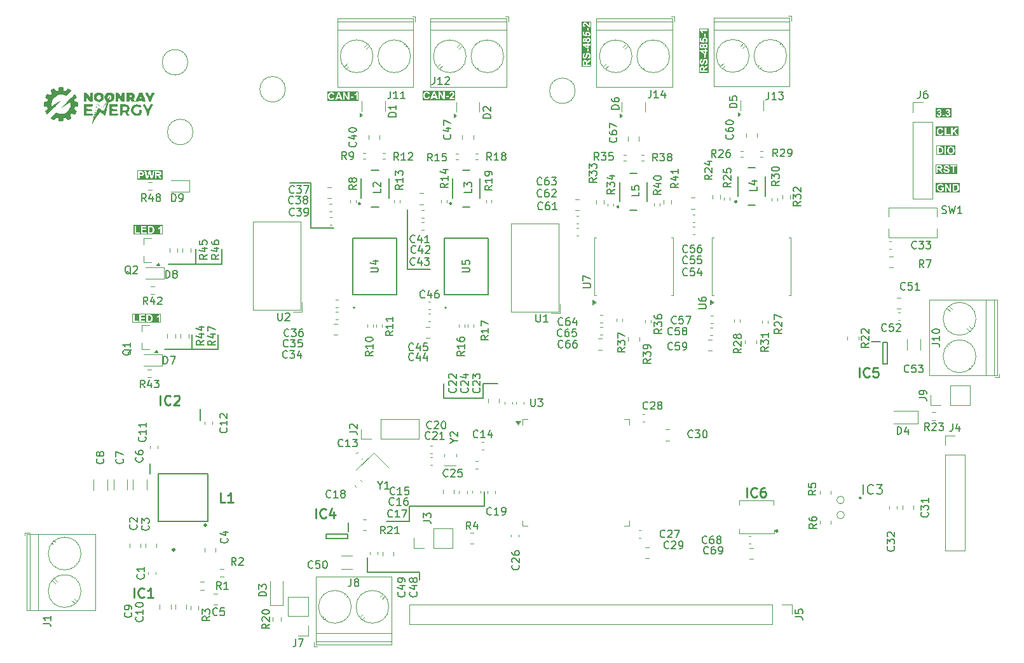
<source format=gbr>
%TF.GenerationSoftware,KiCad,Pcbnew,8.0.5*%
%TF.CreationDate,2025-03-07T14:51:54+05:30*%
%TF.ProjectId,Rapid_Core-RCP,52617069-645f-4436-9f72-652d5243502e,REV 1.0.0*%
%TF.SameCoordinates,PX811ac80PY7212260*%
%TF.FileFunction,Legend,Top*%
%TF.FilePolarity,Positive*%
%FSLAX46Y46*%
G04 Gerber Fmt 4.6, Leading zero omitted, Abs format (unit mm)*
G04 Created by KiCad (PCBNEW 8.0.5) date 2025-03-07 14:51:54*
%MOMM*%
%LPD*%
G01*
G04 APERTURE LIST*
%ADD10C,0.150000*%
%ADD11C,0.200000*%
%ADD12C,0.254000*%
%ADD13C,0.120000*%
%ADD14C,0.250000*%
%ADD15C,0.000000*%
%ADD16C,0.300000*%
%ADD17C,0.152400*%
%ADD18C,0.127000*%
%ADD19C,0.500000*%
%ADD20C,0.100000*%
G04 APERTURE END LIST*
D10*
X51124000Y50912000D02*
X51124000Y58912000D01*
X54124000Y50912000D02*
X51124000Y50912000D01*
X48324000Y17312000D02*
X51324000Y17312000D01*
X51324000Y19312000D02*
X61324000Y19312000D01*
X52724000Y9512000D02*
X52724000Y10512000D01*
X45724000Y10512000D02*
X45724000Y12512000D01*
X25824000Y40212000D02*
X25824000Y42212000D01*
X38224000Y62412000D02*
X38224000Y56412000D01*
X61124000Y33712000D02*
X61124000Y35712000D01*
X26324000Y51612000D02*
X26324000Y53612000D01*
X55924000Y35712000D02*
X55924000Y33712000D01*
X61124000Y35712000D02*
X63124000Y35712000D01*
X55924000Y33712000D02*
X61124000Y33712000D01*
X38224000Y56412000D02*
X41224000Y56412000D01*
X19224000Y51612000D02*
X26324000Y51612000D01*
X52724000Y10512000D02*
X45724000Y10512000D01*
X18724000Y40212000D02*
X25824000Y40212000D01*
X16824000Y25012000D02*
X16824000Y23612000D01*
X51324000Y17312000D02*
X51324000Y19312000D01*
X61324000Y19312000D02*
X61324000Y21312000D01*
X22924000Y53612000D02*
X22924000Y51612000D01*
X22424000Y42212000D02*
X22424000Y40212000D01*
X35424000Y62412000D02*
X38224000Y62412000D01*
D11*
G36*
X124513268Y68670889D02*
G01*
X121479567Y68670889D01*
X121479567Y69289049D01*
X121590678Y69289049D01*
X121590804Y69274430D01*
X121593826Y69217903D01*
X121600879Y69164491D01*
X121611961Y69114192D01*
X121627074Y69067007D01*
X121651632Y69012405D01*
X121682486Y68962670D01*
X121719638Y68917800D01*
X121744491Y68893531D01*
X121788698Y68858387D01*
X121836387Y68829875D01*
X121887559Y68807993D01*
X121942213Y68792742D01*
X122000349Y68784122D01*
X122049366Y68782000D01*
X122642143Y68782000D01*
X123350936Y68782000D01*
X123494062Y68782000D01*
X123697517Y68782000D01*
X123697517Y69087548D01*
X123862381Y69255099D01*
X124139108Y68782000D01*
X124402157Y68782000D01*
X124002576Y69402377D01*
X124381641Y69798051D01*
X124108333Y69798051D01*
X123697517Y69348888D01*
X123697517Y69798051D01*
X123494062Y69798051D01*
X123494062Y68782000D01*
X123350936Y68782000D01*
X123350936Y68953947D01*
X122845353Y68953947D01*
X122845353Y69798051D01*
X122642143Y69798051D01*
X122642143Y68782000D01*
X122049366Y68782000D01*
X122069416Y68782316D01*
X122126898Y68787053D01*
X122180378Y68797475D01*
X122229858Y68813580D01*
X122275335Y68835370D01*
X122316812Y68862845D01*
X122342251Y68884395D01*
X122376890Y68921745D01*
X122407304Y68965122D01*
X122433493Y69014526D01*
X122452090Y69060302D01*
X122467754Y69110263D01*
X122270650Y69172789D01*
X122261907Y69138853D01*
X122244570Y69090706D01*
X122220138Y69045592D01*
X122186875Y69006704D01*
X122148173Y68978883D01*
X122100476Y68960181D01*
X122047412Y68953947D01*
X121995037Y68958970D01*
X121947822Y68974036D01*
X121905766Y68999148D01*
X121868870Y69034303D01*
X121856605Y69050328D01*
X121832678Y69095164D01*
X121817396Y69141892D01*
X121806941Y69196280D01*
X121801914Y69247454D01*
X121800238Y69303947D01*
X121801938Y69357327D01*
X121808463Y69415006D01*
X121819884Y69465730D01*
X121839393Y69516118D01*
X121869847Y69562112D01*
X121907400Y69596947D01*
X121950203Y69621830D01*
X121998258Y69636759D01*
X122051564Y69641735D01*
X122099859Y69637227D01*
X122147474Y69621855D01*
X122189317Y69595573D01*
X122220940Y69563455D01*
X122246964Y69520575D01*
X122263811Y69469788D01*
X122465067Y69501051D01*
X122460629Y69516847D01*
X122442991Y69568465D01*
X122422080Y69614380D01*
X122394176Y69659870D01*
X122361997Y69697911D01*
X122347314Y69711930D01*
X122308230Y69743021D01*
X122265746Y69768459D01*
X122219863Y69788244D01*
X122170582Y69802377D01*
X122117902Y69810856D01*
X122061822Y69813682D01*
X122022880Y69812472D01*
X121973188Y69807091D01*
X121914658Y69794311D01*
X121860112Y69774805D01*
X121809548Y69748572D01*
X121762968Y69715614D01*
X121720371Y69675929D01*
X121704666Y69658275D01*
X121669836Y69610333D01*
X121641339Y69556953D01*
X121623101Y69510333D01*
X121608916Y69460232D01*
X121598784Y69406652D01*
X121592704Y69349590D01*
X121590678Y69289049D01*
X121479567Y69289049D01*
X121479567Y69924793D01*
X124513268Y69924793D01*
X124513268Y68670889D01*
G37*
G36*
X123488801Y67141398D02*
G01*
X123539996Y67134896D01*
X123592696Y67117333D01*
X123639197Y67088963D01*
X123674802Y67055273D01*
X123679475Y67049797D01*
X123708034Y67006577D01*
X123729324Y66954802D01*
X123741786Y66903614D01*
X123748907Y66846141D01*
X123750762Y66793445D01*
X123750685Y66782434D01*
X123748022Y66729975D01*
X123739805Y66672739D01*
X123726109Y66621738D01*
X123703207Y66570114D01*
X123672848Y66526976D01*
X123662938Y66516240D01*
X123625563Y66484118D01*
X123577726Y66457797D01*
X123524424Y66442558D01*
X123473302Y66438316D01*
X123458264Y66438665D01*
X123408245Y66445387D01*
X123356061Y66463545D01*
X123309189Y66492877D01*
X123272534Y66527709D01*
X123262981Y66539241D01*
X123234399Y66584756D01*
X123215909Y66630151D01*
X123202966Y66681437D01*
X123195570Y66738612D01*
X123193644Y66790758D01*
X123193719Y66801678D01*
X123196348Y66853679D01*
X123204463Y66910365D01*
X123217987Y66960817D01*
X123240602Y67011799D01*
X123270580Y67054296D01*
X123280388Y67064885D01*
X123323436Y67100407D01*
X123372590Y67124999D01*
X123420608Y67137551D01*
X123473302Y67141735D01*
X123488801Y67141398D01*
G37*
G36*
X121928096Y67126094D02*
G01*
X121983863Y67125331D01*
X122034376Y67123013D01*
X122087224Y67116334D01*
X122090776Y67115533D01*
X122139308Y67098138D01*
X122181257Y67068462D01*
X122190279Y67059235D01*
X122219488Y67016881D01*
X122238898Y66970277D01*
X122244879Y66949255D01*
X122253800Y66899233D01*
X122258361Y66845118D01*
X122259659Y66789781D01*
X122259335Y66761121D01*
X122256739Y66708426D01*
X122250718Y66656515D01*
X122238898Y66603668D01*
X122234944Y66591228D01*
X122215329Y66545111D01*
X122185653Y66505727D01*
X122151496Y66481777D01*
X122103832Y66463717D01*
X122085002Y66459910D01*
X122033738Y66455102D01*
X121980734Y66453947D01*
X121829059Y66453947D01*
X121829059Y67126104D01*
X121920406Y67126104D01*
X121928096Y67126094D01*
G37*
G36*
X124072166Y66155258D02*
G01*
X121514494Y66155258D01*
X121514494Y66453947D01*
X121625605Y66453947D01*
X121625605Y66282000D01*
X122008333Y66282000D01*
X122630420Y66282000D01*
X122833630Y66282000D01*
X122833630Y66783920D01*
X122984083Y66783920D01*
X122984213Y66768908D01*
X122987321Y66710891D01*
X122994574Y66656118D01*
X123005971Y66604588D01*
X123021513Y66556303D01*
X123046769Y66500507D01*
X123078500Y66449780D01*
X123116707Y66404122D01*
X123160400Y66364437D01*
X123208589Y66331479D01*
X123261274Y66305247D01*
X123318456Y66285740D01*
X123367438Y66274979D01*
X123419297Y66268521D01*
X123474034Y66266369D01*
X123528085Y66268533D01*
X123579349Y66275024D01*
X123627827Y66285844D01*
X123684508Y66305453D01*
X123736835Y66331825D01*
X123784809Y66364959D01*
X123828431Y66404855D01*
X123844491Y66422582D01*
X123880107Y66470550D01*
X123909248Y66523728D01*
X123927899Y66570024D01*
X123942404Y66619655D01*
X123952766Y66672621D01*
X123958982Y66728923D01*
X123961055Y66788560D01*
X123960533Y66819063D01*
X123956358Y66877521D01*
X123948008Y66932582D01*
X123935483Y66984247D01*
X123918782Y67032516D01*
X123897907Y67077388D01*
X123865942Y67128701D01*
X123827454Y67174708D01*
X123783527Y67214745D01*
X123735247Y67247995D01*
X123682615Y67274460D01*
X123625629Y67294139D01*
X123576906Y67304996D01*
X123525398Y67311511D01*
X123471103Y67313682D01*
X123455858Y67313526D01*
X123404258Y67310514D01*
X123355393Y67303668D01*
X123302896Y67291151D01*
X123253972Y67273626D01*
X123249571Y67271733D01*
X123202578Y67246813D01*
X123162111Y67217647D01*
X123123790Y67182280D01*
X123116469Y67174554D01*
X123082780Y67134034D01*
X123053958Y67090366D01*
X123030001Y67043550D01*
X123012109Y66995229D01*
X122998612Y66942163D01*
X122990540Y66892901D01*
X122985698Y66840154D01*
X122984279Y66790758D01*
X122984083Y66783920D01*
X122833630Y66783920D01*
X122833630Y67298051D01*
X122630420Y67298051D01*
X122630420Y66282000D01*
X122008333Y66282000D01*
X122035776Y66282336D01*
X122086426Y66285023D01*
X122136656Y66291257D01*
X122188340Y66303494D01*
X122199431Y66307217D01*
X122245776Y66326189D01*
X122290426Y66351529D01*
X122331222Y66384582D01*
X122335571Y66388913D01*
X122368083Y66426530D01*
X122396533Y66469429D01*
X122420923Y66517610D01*
X122438933Y66564101D01*
X122442689Y66575593D01*
X122455291Y66624251D01*
X122464015Y66677213D01*
X122468468Y66727087D01*
X122469952Y66780256D01*
X122469437Y66815263D01*
X122466732Y66865097D01*
X122460646Y66919178D01*
X122451405Y66968888D01*
X122436979Y67020347D01*
X122425936Y67050061D01*
X122402331Y67099821D01*
X122373935Y67144789D01*
X122340748Y67184966D01*
X122320365Y67205030D01*
X122280581Y67236097D01*
X122236817Y67260672D01*
X122189073Y67278756D01*
X122152360Y67287197D01*
X122102117Y67293811D01*
X122049510Y67297127D01*
X121997342Y67298051D01*
X121625605Y67298051D01*
X121625605Y66453947D01*
X121514494Y66453947D01*
X121514494Y67424793D01*
X124072166Y67424793D01*
X124072166Y66155258D01*
G37*
G36*
X90358590Y77827070D02*
G01*
X90406267Y77808337D01*
X90423045Y77793964D01*
X90448033Y77751428D01*
X90453818Y77722264D01*
X90458026Y77669465D01*
X90459580Y77619734D01*
X90460001Y77568735D01*
X90460001Y77418281D01*
X90209896Y77418281D01*
X90209896Y77577039D01*
X90210060Y77626375D01*
X90210751Y77675896D01*
X90213316Y77725294D01*
X90223573Y77761871D01*
X90251906Y77801987D01*
X90282313Y77820519D01*
X90332262Y77829097D01*
X90358590Y77827070D01*
G37*
G36*
X90678842Y79728086D02*
G01*
X90347649Y79959384D01*
X90678842Y79959384D01*
X90678842Y79728086D01*
G37*
G36*
X90778124Y80826274D02*
G01*
X90827990Y80814292D01*
X90869840Y80788832D01*
X90877610Y80781325D01*
X90904994Y80738377D01*
X90913316Y80690158D01*
X90912610Y80675206D01*
X90899019Y80627802D01*
X90868131Y80588065D01*
X90839775Y80568348D01*
X90793253Y80552096D01*
X90741857Y80547276D01*
X90727519Y80547818D01*
X90679441Y80558250D01*
X90634635Y80581959D01*
X90620351Y80593679D01*
X90593236Y80635888D01*
X90585053Y80687472D01*
X90585437Y80698734D01*
X90598886Y80749441D01*
X90628773Y80788344D01*
X90646072Y80801874D01*
X90694184Y80822557D01*
X90744055Y80828155D01*
X90778124Y80826274D01*
G37*
G36*
X90354057Y80799130D02*
G01*
X90397230Y80772468D01*
X90420861Y80734000D01*
X90428271Y80687472D01*
X90428738Y80684541D01*
X90422754Y80641210D01*
X90397475Y80597590D01*
X90360106Y80573227D01*
X90310524Y80565106D01*
X90268550Y80571417D01*
X90226260Y80598079D01*
X90202264Y80636730D01*
X90194265Y80686739D01*
X90200295Y80729521D01*
X90225772Y80772712D01*
X90259925Y80796204D01*
X90309792Y80805441D01*
X90354057Y80799130D01*
G37*
G36*
X91180742Y77103960D02*
G01*
X89911207Y77103960D01*
X89911207Y77642984D01*
X90037949Y77642984D01*
X90037949Y77577039D01*
X90037949Y77215071D01*
X91054000Y77215071D01*
X91054000Y77418281D01*
X90631948Y77418281D01*
X90631948Y77459558D01*
X90631959Y77463902D01*
X90634098Y77513647D01*
X90643183Y77561896D01*
X90653158Y77583657D01*
X90684704Y77622957D01*
X90705083Y77640466D01*
X90745627Y77671068D01*
X90790117Y77702522D01*
X90830517Y77730179D01*
X91054000Y77877213D01*
X91054000Y78120479D01*
X90856163Y77997381D01*
X90814283Y77971134D01*
X90771847Y77943161D01*
X90731822Y77914684D01*
X90691543Y77881610D01*
X90666039Y77855732D01*
X90633896Y77815517D01*
X90606302Y77772922D01*
X90603645Y77789241D01*
X90590964Y77842287D01*
X90573024Y77888998D01*
X90546081Y77934626D01*
X90512269Y77971980D01*
X90472518Y78001151D01*
X90427761Y78021988D01*
X90377996Y78034490D01*
X90323225Y78038658D01*
X90312008Y78038486D01*
X90258298Y78032475D01*
X90208548Y78017878D01*
X90162757Y77994694D01*
X90123120Y77964355D01*
X90089162Y77924369D01*
X90065304Y77877458D01*
X90057424Y77852478D01*
X90047593Y77803530D01*
X90041796Y77751634D01*
X90038911Y77700418D01*
X90037949Y77642984D01*
X89911207Y77642984D01*
X89911207Y78576969D01*
X90022318Y78576969D01*
X90024012Y78527825D01*
X90030099Y78475611D01*
X90040613Y78427609D01*
X90057733Y78378644D01*
X90062287Y78368535D01*
X90088862Y78322487D01*
X90121783Y78283928D01*
X90161048Y78252859D01*
X90204310Y78229932D01*
X90254158Y78214521D01*
X90306372Y78209384D01*
X90336021Y78210834D01*
X90385133Y78220351D01*
X90430716Y78238750D01*
X90472769Y78266032D01*
X90511292Y78302196D01*
X90540082Y78341259D01*
X90563420Y78385433D01*
X90582047Y78430719D01*
X90599404Y78482857D01*
X90612897Y78531540D01*
X90616910Y78547060D01*
X90629722Y78595775D01*
X90643380Y78645597D01*
X90658326Y78694450D01*
X90671670Y78726551D01*
X90701313Y78767479D01*
X90712608Y78775663D01*
X90761152Y78788483D01*
X90771290Y78788045D01*
X90818374Y78772718D01*
X90856896Y78738658D01*
X90859405Y78735497D01*
X90883305Y78690193D01*
X90894458Y78642051D01*
X90897684Y78590647D01*
X90893248Y78536360D01*
X90878119Y78485240D01*
X90852255Y78443124D01*
X90846376Y78436459D01*
X90806879Y78404917D01*
X90760453Y78383755D01*
X90710106Y78370828D01*
X90725737Y78172991D01*
X90756584Y78177470D01*
X90804857Y78188150D01*
X90857604Y78206270D01*
X90904702Y78230179D01*
X90946150Y78259874D01*
X90981948Y78295357D01*
X91007208Y78329502D01*
X91031869Y78376191D01*
X91050365Y78429113D01*
X91061068Y78477977D01*
X91067490Y78531170D01*
X91069631Y78588693D01*
X91069487Y78604919D01*
X91066714Y78659050D01*
X91060411Y78709043D01*
X91048886Y78761113D01*
X91032750Y78807779D01*
X91020271Y78834284D01*
X90993000Y78877095D01*
X90959546Y78913608D01*
X90919910Y78943822D01*
X90910372Y78949648D01*
X90861395Y78973142D01*
X90810271Y78987239D01*
X90757000Y78991938D01*
X90745152Y78991780D01*
X90694784Y78987176D01*
X90644486Y78974582D01*
X90596044Y78951638D01*
X90554472Y78920434D01*
X90519422Y78881900D01*
X90493218Y78840507D01*
X90481500Y78816406D01*
X90462899Y78769981D01*
X90446774Y78721420D01*
X90433064Y78673898D01*
X90419457Y78620933D01*
X90408197Y78577216D01*
X90392815Y78525048D01*
X90375779Y78478337D01*
X90351313Y78434087D01*
X90338231Y78420837D01*
X90291473Y78403801D01*
X90271003Y78406351D01*
X90229924Y78436041D01*
X90209622Y78475134D01*
X90197747Y78523232D01*
X90194265Y78574771D01*
X90195424Y78605500D01*
X90204697Y78657890D01*
X90227237Y78703731D01*
X90240996Y78718795D01*
X90284654Y78745729D01*
X90334949Y78759663D01*
X90334949Y78963117D01*
X90291916Y78959366D01*
X90243945Y78948994D01*
X90193037Y78928796D01*
X90147574Y78899880D01*
X90107558Y78862245D01*
X90083002Y78830035D01*
X90059028Y78785339D01*
X90041047Y78734048D01*
X90030642Y78686268D01*
X90024399Y78633908D01*
X90022318Y78576969D01*
X89911207Y78576969D01*
X89911207Y79134087D01*
X90616316Y79134087D01*
X90788263Y79134087D01*
X90788263Y79513396D01*
X90616316Y79513396D01*
X90616316Y79134087D01*
X89911207Y79134087D01*
X89911207Y80146229D01*
X90053581Y80146229D01*
X90053581Y79984296D01*
X90089271Y79959384D01*
X90679575Y79547346D01*
X90850789Y79547346D01*
X90850789Y79959384D01*
X91054000Y79959384D01*
X91054000Y80146229D01*
X90850789Y80146229D01*
X90850789Y80271282D01*
X90678842Y80271282D01*
X90678842Y80146229D01*
X90053581Y80146229D01*
X89911207Y80146229D01*
X89911207Y80684785D01*
X90037949Y80684785D01*
X90039090Y80649553D01*
X90045081Y80600597D01*
X90058560Y80549387D01*
X90079028Y80504534D01*
X90110978Y80461058D01*
X90149797Y80426651D01*
X90193471Y80402074D01*
X90241999Y80387328D01*
X90295381Y80382412D01*
X90319558Y80383606D01*
X90369409Y80394381D01*
X90415793Y80416362D01*
X90444713Y80438704D01*
X90477502Y80478592D01*
X90501766Y80525294D01*
X90509096Y80509312D01*
X90534407Y80466310D01*
X90568377Y80427231D01*
X90608501Y80397311D01*
X90617194Y80392401D01*
X90662265Y80372604D01*
X90710006Y80360726D01*
X90760420Y80356767D01*
X90814415Y80360562D01*
X90863929Y80371948D01*
X90916030Y80394825D01*
X90962030Y80428034D01*
X90996602Y80464722D01*
X91017641Y80494395D01*
X91041104Y80539724D01*
X91057578Y80589470D01*
X91067064Y80643635D01*
X91069631Y80693578D01*
X91067478Y80738247D01*
X91059212Y80788073D01*
X91041733Y80840993D01*
X91015815Y80888304D01*
X90981459Y80930005D01*
X90952541Y80955687D01*
X90907729Y80984330D01*
X90857867Y81004440D01*
X90802956Y81016019D01*
X90751871Y81019153D01*
X90746548Y81019111D01*
X90695496Y81013987D01*
X90648403Y81000325D01*
X90601173Y80975434D01*
X90589177Y80966884D01*
X90553189Y80933301D01*
X90523355Y80891894D01*
X90501766Y80847939D01*
X90488049Y80875376D01*
X90458877Y80915831D01*
X90419212Y80950277D01*
X90394754Y80964552D01*
X90345424Y80981761D01*
X90295381Y80986913D01*
X90241999Y80981952D01*
X90193471Y80967069D01*
X90149797Y80942263D01*
X90110978Y80907534D01*
X90093862Y80886690D01*
X90066476Y80839001D01*
X90050002Y80790712D01*
X90040517Y80736299D01*
X90038046Y80686739D01*
X90037949Y80684785D01*
X89911207Y80684785D01*
X89911207Y81773619D01*
X90053581Y81773619D01*
X90053581Y81263396D01*
X90607768Y81164478D01*
X90631948Y81321037D01*
X90617980Y81333553D01*
X90584321Y81372901D01*
X90561423Y81419794D01*
X90553790Y81470026D01*
X90554443Y81486302D01*
X90567005Y81537079D01*
X90595556Y81578225D01*
X90618942Y81596391D01*
X90668144Y81614840D01*
X90720608Y81619746D01*
X90762267Y81617121D01*
X90810425Y81604936D01*
X90853720Y81577737D01*
X90864024Y81567001D01*
X90889269Y81524800D01*
X90897684Y81475399D01*
X90897643Y81472114D01*
X90885828Y81422792D01*
X90855674Y81382098D01*
X90835762Y81365903D01*
X90791217Y81344012D01*
X90741369Y81333250D01*
X90763351Y81141031D01*
X90805766Y81148103D01*
X90852981Y81161154D01*
X90902987Y81182676D01*
X90947522Y81210976D01*
X90986588Y81246055D01*
X91010512Y81274790D01*
X91037193Y81319248D01*
X91055926Y81368637D01*
X91066712Y81422958D01*
X91069631Y81473445D01*
X91067559Y81515909D01*
X91059140Y81565629D01*
X91040490Y81620366D01*
X91012515Y81669728D01*
X90975214Y81713715D01*
X90937007Y81746264D01*
X90912293Y81763151D01*
X90867059Y81787286D01*
X90819301Y81804525D01*
X90769019Y81814868D01*
X90716212Y81818316D01*
X90671165Y81816133D01*
X90620698Y81807753D01*
X90566769Y81790031D01*
X90518170Y81763755D01*
X90474900Y81728923D01*
X90453090Y81706021D01*
X90421919Y81662987D01*
X90399655Y81616189D01*
X90386296Y81565627D01*
X90381843Y81511303D01*
X90384664Y81473616D01*
X90397200Y81424088D01*
X90417503Y81379412D01*
X90241159Y81409698D01*
X90241159Y81773619D01*
X90053581Y81773619D01*
X89911207Y81773619D01*
X89911207Y81936041D01*
X90616316Y81936041D01*
X90788263Y81936041D01*
X90788263Y82315350D01*
X90616316Y82315350D01*
X90616316Y81936041D01*
X89911207Y81936041D01*
X89911207Y82720305D01*
X90037949Y82720305D01*
X90081730Y82700338D01*
X90122702Y82673410D01*
X90160864Y82639521D01*
X90196219Y82598672D01*
X90216299Y82571288D01*
X90244013Y82528812D01*
X90268696Y82482998D01*
X90288054Y82434541D01*
X90475632Y82434541D01*
X90469067Y82452345D01*
X90446781Y82503982D01*
X90420615Y82552957D01*
X90390567Y82599271D01*
X90356638Y82642923D01*
X90318829Y82683913D01*
X91054000Y82683913D01*
X91054000Y82876864D01*
X90037949Y82876864D01*
X90037949Y82720305D01*
X89911207Y82720305D01*
X89911207Y82987975D01*
X91180742Y82987975D01*
X91180742Y77103960D01*
G37*
G36*
X124026630Y62126094D02*
G01*
X124082398Y62125331D01*
X124132911Y62123013D01*
X124185758Y62116334D01*
X124189310Y62115533D01*
X124237843Y62098138D01*
X124279792Y62068462D01*
X124288813Y62059235D01*
X124318022Y62016881D01*
X124337433Y61970277D01*
X124343414Y61949255D01*
X124352334Y61899233D01*
X124356896Y61845118D01*
X124358193Y61789781D01*
X124357869Y61761121D01*
X124355274Y61708426D01*
X124349253Y61656515D01*
X124337433Y61603668D01*
X124333479Y61591228D01*
X124313863Y61545111D01*
X124284188Y61505727D01*
X124250031Y61481777D01*
X124202367Y61463717D01*
X124183536Y61459910D01*
X124132272Y61455102D01*
X124079268Y61453947D01*
X123927593Y61453947D01*
X123927593Y62126104D01*
X124018940Y62126104D01*
X124026630Y62126094D01*
G37*
G36*
X124679598Y61155258D02*
G01*
X121480300Y61155258D01*
X121480300Y61793445D01*
X121591411Y61793445D01*
X121591641Y61775303D01*
X121595105Y61721897D01*
X121602724Y61670019D01*
X121614499Y61619670D01*
X121630430Y61570849D01*
X121650517Y61523557D01*
X121654268Y61515873D01*
X121679170Y61472115D01*
X121708176Y61432376D01*
X121747203Y61391093D01*
X121785102Y61360061D01*
X121827105Y61333047D01*
X121841948Y61324973D01*
X121888379Y61303875D01*
X121937661Y61287466D01*
X121989794Y61275746D01*
X122044777Y61268713D01*
X122102611Y61266369D01*
X122133641Y61267094D01*
X122187705Y61271852D01*
X122241466Y61281052D01*
X122245181Y61282000D01*
X122716882Y61282000D01*
X122905681Y61282000D01*
X122905681Y61958309D01*
X123311613Y61282000D01*
X123515556Y61282000D01*
X123515556Y61453947D01*
X123724139Y61453947D01*
X123724139Y61282000D01*
X124106868Y61282000D01*
X124134311Y61282336D01*
X124184960Y61285023D01*
X124235190Y61291257D01*
X124286875Y61303494D01*
X124297966Y61307217D01*
X124344310Y61326189D01*
X124388961Y61351529D01*
X124429757Y61384582D01*
X124434106Y61388913D01*
X124466617Y61426530D01*
X124495068Y61469429D01*
X124519457Y61517610D01*
X124537468Y61564101D01*
X124541224Y61575593D01*
X124553825Y61624251D01*
X124562549Y61677213D01*
X124567002Y61727087D01*
X124568487Y61780256D01*
X124567971Y61815263D01*
X124565267Y61865097D01*
X124559181Y61919178D01*
X124549939Y61968888D01*
X124535514Y62020347D01*
X124524470Y62050061D01*
X124500866Y62099821D01*
X124472470Y62144789D01*
X124439282Y62184966D01*
X124418900Y62205030D01*
X124379115Y62236097D01*
X124335351Y62260672D01*
X124287607Y62278756D01*
X124250895Y62287197D01*
X124200652Y62293811D01*
X124148044Y62297127D01*
X124095877Y62298051D01*
X123724139Y62298051D01*
X123724139Y61453947D01*
X123515556Y61453947D01*
X123515556Y62298051D01*
X123326756Y62298051D01*
X123326756Y61611484D01*
X122914718Y62298051D01*
X122716882Y62298051D01*
X122716882Y61282000D01*
X122245181Y61282000D01*
X122294922Y61294693D01*
X122348075Y61312775D01*
X122355591Y61315705D01*
X122405075Y61337016D01*
X122449090Y61359730D01*
X122492695Y61387406D01*
X122533211Y61420730D01*
X122533211Y61829104D01*
X122094795Y61829104D01*
X122094795Y61657158D01*
X122327803Y61657158D01*
X122327803Y61526243D01*
X122306742Y61510741D01*
X122263040Y61484741D01*
X122217405Y61463961D01*
X122189325Y61453969D01*
X122141297Y61442548D01*
X122089422Y61438316D01*
X122057891Y61439736D01*
X122006423Y61449052D01*
X121959677Y61467064D01*
X121917653Y61493771D01*
X121880350Y61529174D01*
X121866120Y61547009D01*
X121838361Y61594834D01*
X121820632Y61642747D01*
X121808502Y61697049D01*
X121802671Y61747181D01*
X121800727Y61801749D01*
X121800803Y61812216D01*
X121803492Y61862111D01*
X121811786Y61916616D01*
X121825611Y61965265D01*
X121848728Y62014621D01*
X121879373Y62056006D01*
X121899889Y62076099D01*
X121939907Y62104815D01*
X121985161Y62125326D01*
X122035650Y62137633D01*
X122091376Y62141735D01*
X122143468Y62137227D01*
X122194158Y62121855D01*
X122237921Y62095573D01*
X122273945Y62059883D01*
X122301079Y62016285D01*
X122318033Y61969788D01*
X122520022Y62001051D01*
X122515942Y62019122D01*
X122500177Y62070355D01*
X122479123Y62117124D01*
X122452779Y62159428D01*
X122421145Y62197266D01*
X122384223Y62230640D01*
X122349317Y62254563D01*
X122302125Y62277919D01*
X122249145Y62295436D01*
X122200574Y62305573D01*
X122147984Y62311655D01*
X122091376Y62313682D01*
X122056086Y62312896D01*
X122005914Y62308769D01*
X121951570Y62299482D01*
X121901736Y62285381D01*
X121850308Y62263368D01*
X121834671Y62254931D01*
X121790621Y62226930D01*
X121750865Y62194893D01*
X121715402Y62158821D01*
X121684232Y62118713D01*
X121657356Y62074569D01*
X121649370Y62059073D01*
X121628505Y62010928D01*
X121612276Y61960292D01*
X121600684Y61907167D01*
X121593729Y61851551D01*
X121591411Y61793445D01*
X121480300Y61793445D01*
X121480300Y62424793D01*
X124679598Y62424793D01*
X124679598Y61155258D01*
G37*
G36*
X16615953Y44726094D02*
G01*
X16671721Y44725331D01*
X16722234Y44723013D01*
X16775081Y44716334D01*
X16778633Y44715533D01*
X16827166Y44698138D01*
X16869115Y44668462D01*
X16878136Y44659235D01*
X16907345Y44616881D01*
X16926756Y44570277D01*
X16932737Y44549255D01*
X16941657Y44499233D01*
X16946219Y44445118D01*
X16947517Y44389781D01*
X16947192Y44361121D01*
X16944597Y44308426D01*
X16938576Y44256515D01*
X16926756Y44203668D01*
X16922802Y44191228D01*
X16903187Y44145111D01*
X16873511Y44105727D01*
X16839354Y44081777D01*
X16791690Y44063717D01*
X16772860Y44059910D01*
X16721595Y44055102D01*
X16668591Y44053947D01*
X16516916Y44053947D01*
X16516916Y44726104D01*
X16608263Y44726104D01*
X16615953Y44726094D01*
G37*
G36*
X18275690Y43770889D02*
G01*
X14420844Y43770889D01*
X14420844Y43882000D01*
X14531955Y43882000D01*
X15240748Y43882000D01*
X15381187Y43882000D01*
X16147133Y43882000D01*
X16147133Y44053947D01*
X16313462Y44053947D01*
X16313462Y43882000D01*
X16696191Y43882000D01*
X16723634Y43882336D01*
X16774284Y43885023D01*
X16824513Y43891257D01*
X16876198Y43903494D01*
X16887289Y43907217D01*
X16933633Y43926189D01*
X16978284Y43951529D01*
X17019080Y43984582D01*
X17023429Y43988913D01*
X17055940Y44026530D01*
X17084391Y44069429D01*
X17108781Y44117610D01*
X17126791Y44164101D01*
X17130547Y44175593D01*
X17143148Y44224251D01*
X17151872Y44277213D01*
X17156325Y44327087D01*
X17157810Y44380256D01*
X17157294Y44415263D01*
X17154590Y44465097D01*
X17148504Y44519178D01*
X17139262Y44568888D01*
X17124837Y44620347D01*
X17114580Y44647946D01*
X17722255Y44647946D01*
X17722255Y44460368D01*
X17740059Y44466933D01*
X17791696Y44489219D01*
X17840672Y44515385D01*
X17886985Y44545433D01*
X17930637Y44579362D01*
X17971627Y44617171D01*
X17971627Y43882000D01*
X18164579Y43882000D01*
X18164579Y44898051D01*
X18008019Y44898051D01*
X17988052Y44854270D01*
X17961124Y44813298D01*
X17927236Y44775136D01*
X17886386Y44739781D01*
X17859002Y44719701D01*
X17816526Y44691987D01*
X17770712Y44667304D01*
X17722255Y44647946D01*
X17114580Y44647946D01*
X17113794Y44650061D01*
X17090189Y44699821D01*
X17061793Y44744789D01*
X17028605Y44784966D01*
X17008223Y44805030D01*
X16968438Y44836097D01*
X16924674Y44860672D01*
X16876930Y44878756D01*
X16840218Y44887197D01*
X16789975Y44893811D01*
X16737367Y44897127D01*
X16685200Y44898051D01*
X16313462Y44898051D01*
X16313462Y44053947D01*
X16147133Y44053947D01*
X15584642Y44053947D01*
X15584642Y44335315D01*
X16090224Y44335315D01*
X16090224Y44507262D01*
X15584642Y44507262D01*
X15584642Y44726104D01*
X16127838Y44726104D01*
X16127838Y44898051D01*
X15381187Y44898051D01*
X15381187Y43882000D01*
X15240748Y43882000D01*
X15240748Y44053947D01*
X14735165Y44053947D01*
X14735165Y44898051D01*
X14531955Y44898051D01*
X14531955Y43882000D01*
X14420844Y43882000D01*
X14420844Y45009162D01*
X18275690Y45009162D01*
X18275690Y43770889D01*
G37*
G36*
X74758590Y78627070D02*
G01*
X74806267Y78608337D01*
X74823045Y78593964D01*
X74848033Y78551428D01*
X74853818Y78522264D01*
X74858026Y78469465D01*
X74859580Y78419734D01*
X74860001Y78368735D01*
X74860001Y78218281D01*
X74609896Y78218281D01*
X74609896Y78377039D01*
X74610060Y78426375D01*
X74610751Y78475896D01*
X74613316Y78525294D01*
X74623573Y78561871D01*
X74651906Y78601987D01*
X74682313Y78620519D01*
X74732262Y78629097D01*
X74758590Y78627070D01*
G37*
G36*
X75078842Y80528086D02*
G01*
X74747649Y80759384D01*
X75078842Y80759384D01*
X75078842Y80528086D01*
G37*
G36*
X75178124Y81626274D02*
G01*
X75227990Y81614292D01*
X75269840Y81588832D01*
X75277610Y81581325D01*
X75304994Y81538377D01*
X75313316Y81490158D01*
X75312610Y81475206D01*
X75299019Y81427802D01*
X75268131Y81388065D01*
X75239775Y81368348D01*
X75193253Y81352096D01*
X75141857Y81347276D01*
X75127519Y81347818D01*
X75079441Y81358250D01*
X75034635Y81381959D01*
X75020351Y81393679D01*
X74993236Y81435888D01*
X74985053Y81487472D01*
X74985437Y81498734D01*
X74998886Y81549441D01*
X75028773Y81588344D01*
X75046072Y81601874D01*
X75094184Y81622557D01*
X75144055Y81628155D01*
X75178124Y81626274D01*
G37*
G36*
X74754057Y81599130D02*
G01*
X74797230Y81572468D01*
X74820861Y81534000D01*
X74828271Y81487472D01*
X74828738Y81484541D01*
X74822754Y81441210D01*
X74797475Y81397590D01*
X74760106Y81373227D01*
X74710524Y81365106D01*
X74668550Y81371417D01*
X74626260Y81398079D01*
X74602264Y81436730D01*
X74594265Y81486739D01*
X74600295Y81529521D01*
X74625772Y81572712D01*
X74659925Y81596204D01*
X74709792Y81605441D01*
X74754057Y81599130D01*
G37*
G36*
X75580742Y77903960D02*
G01*
X74311207Y77903960D01*
X74311207Y78442984D01*
X74437949Y78442984D01*
X74437949Y78377039D01*
X74437949Y78015071D01*
X75454000Y78015071D01*
X75454000Y78218281D01*
X75031948Y78218281D01*
X75031948Y78259558D01*
X75031959Y78263902D01*
X75034098Y78313647D01*
X75043183Y78361896D01*
X75053158Y78383657D01*
X75084704Y78422957D01*
X75105083Y78440466D01*
X75145627Y78471068D01*
X75190117Y78502522D01*
X75230517Y78530179D01*
X75454000Y78677213D01*
X75454000Y78920479D01*
X75256163Y78797381D01*
X75214283Y78771134D01*
X75171847Y78743161D01*
X75131822Y78714684D01*
X75091543Y78681610D01*
X75066039Y78655732D01*
X75033896Y78615517D01*
X75006302Y78572922D01*
X75003645Y78589241D01*
X74990964Y78642287D01*
X74973024Y78688998D01*
X74946081Y78734626D01*
X74912269Y78771980D01*
X74872518Y78801151D01*
X74827761Y78821988D01*
X74777996Y78834490D01*
X74723225Y78838658D01*
X74712008Y78838486D01*
X74658298Y78832475D01*
X74608548Y78817878D01*
X74562757Y78794694D01*
X74523120Y78764355D01*
X74489162Y78724369D01*
X74465304Y78677458D01*
X74457424Y78652478D01*
X74447593Y78603530D01*
X74441796Y78551634D01*
X74438911Y78500418D01*
X74437949Y78442984D01*
X74311207Y78442984D01*
X74311207Y79376969D01*
X74422318Y79376969D01*
X74424012Y79327825D01*
X74430099Y79275611D01*
X74440613Y79227609D01*
X74457733Y79178644D01*
X74462287Y79168535D01*
X74488862Y79122487D01*
X74521783Y79083928D01*
X74561048Y79052859D01*
X74604310Y79029932D01*
X74654158Y79014521D01*
X74706372Y79009384D01*
X74736021Y79010834D01*
X74785133Y79020351D01*
X74830716Y79038750D01*
X74872769Y79066032D01*
X74911292Y79102196D01*
X74940082Y79141259D01*
X74963420Y79185433D01*
X74982047Y79230719D01*
X74999404Y79282857D01*
X75012897Y79331540D01*
X75016910Y79347060D01*
X75029722Y79395775D01*
X75043380Y79445597D01*
X75058326Y79494450D01*
X75071670Y79526551D01*
X75101313Y79567479D01*
X75112608Y79575663D01*
X75161152Y79588483D01*
X75171290Y79588045D01*
X75218374Y79572718D01*
X75256896Y79538658D01*
X75259405Y79535497D01*
X75283305Y79490193D01*
X75294458Y79442051D01*
X75297684Y79390647D01*
X75293248Y79336360D01*
X75278119Y79285240D01*
X75252255Y79243124D01*
X75246376Y79236459D01*
X75206879Y79204917D01*
X75160453Y79183755D01*
X75110106Y79170828D01*
X75125737Y78972991D01*
X75156584Y78977470D01*
X75204857Y78988150D01*
X75257604Y79006270D01*
X75304702Y79030179D01*
X75346150Y79059874D01*
X75381948Y79095357D01*
X75407208Y79129502D01*
X75431869Y79176191D01*
X75450365Y79229113D01*
X75461068Y79277977D01*
X75467490Y79331170D01*
X75469631Y79388693D01*
X75469487Y79404919D01*
X75466714Y79459050D01*
X75460411Y79509043D01*
X75448886Y79561113D01*
X75432750Y79607779D01*
X75420271Y79634284D01*
X75393000Y79677095D01*
X75359546Y79713608D01*
X75319910Y79743822D01*
X75310372Y79749648D01*
X75261395Y79773142D01*
X75210271Y79787239D01*
X75157000Y79791938D01*
X75145152Y79791780D01*
X75094784Y79787176D01*
X75044486Y79774582D01*
X74996044Y79751638D01*
X74954472Y79720434D01*
X74919422Y79681900D01*
X74893218Y79640507D01*
X74881500Y79616406D01*
X74862899Y79569981D01*
X74846774Y79521420D01*
X74833064Y79473898D01*
X74819457Y79420933D01*
X74808197Y79377216D01*
X74792815Y79325048D01*
X74775779Y79278337D01*
X74751313Y79234087D01*
X74738231Y79220837D01*
X74691473Y79203801D01*
X74671003Y79206351D01*
X74629924Y79236041D01*
X74609622Y79275134D01*
X74597747Y79323232D01*
X74594265Y79374771D01*
X74595424Y79405500D01*
X74604697Y79457890D01*
X74627237Y79503731D01*
X74640996Y79518795D01*
X74684654Y79545729D01*
X74734949Y79559663D01*
X74734949Y79763117D01*
X74691916Y79759366D01*
X74643945Y79748994D01*
X74593037Y79728796D01*
X74547574Y79699880D01*
X74507558Y79662245D01*
X74483002Y79630035D01*
X74459028Y79585339D01*
X74441047Y79534048D01*
X74430642Y79486268D01*
X74424399Y79433908D01*
X74422318Y79376969D01*
X74311207Y79376969D01*
X74311207Y79934087D01*
X75016316Y79934087D01*
X75188263Y79934087D01*
X75188263Y80313396D01*
X75016316Y80313396D01*
X75016316Y79934087D01*
X74311207Y79934087D01*
X74311207Y80946229D01*
X74453581Y80946229D01*
X74453581Y80784296D01*
X74489271Y80759384D01*
X75079575Y80347346D01*
X75250789Y80347346D01*
X75250789Y80759384D01*
X75454000Y80759384D01*
X75454000Y80946229D01*
X75250789Y80946229D01*
X75250789Y81071282D01*
X75078842Y81071282D01*
X75078842Y80946229D01*
X74453581Y80946229D01*
X74311207Y80946229D01*
X74311207Y81484785D01*
X74437949Y81484785D01*
X74439090Y81449553D01*
X74445081Y81400597D01*
X74458560Y81349387D01*
X74479028Y81304534D01*
X74510978Y81261058D01*
X74549797Y81226651D01*
X74593471Y81202074D01*
X74641999Y81187328D01*
X74695381Y81182412D01*
X74719558Y81183606D01*
X74769409Y81194381D01*
X74815793Y81216362D01*
X74844713Y81238704D01*
X74877502Y81278592D01*
X74901766Y81325294D01*
X74909096Y81309312D01*
X74934407Y81266310D01*
X74968377Y81227231D01*
X75008501Y81197311D01*
X75017194Y81192401D01*
X75062265Y81172604D01*
X75110006Y81160726D01*
X75160420Y81156767D01*
X75214415Y81160562D01*
X75263929Y81171948D01*
X75316030Y81194825D01*
X75362030Y81228034D01*
X75396602Y81264722D01*
X75417641Y81294395D01*
X75441104Y81339724D01*
X75457578Y81389470D01*
X75467064Y81443635D01*
X75469631Y81493578D01*
X75467478Y81538247D01*
X75459212Y81588073D01*
X75441733Y81640993D01*
X75415815Y81688304D01*
X75381459Y81730005D01*
X75352541Y81755687D01*
X75307729Y81784330D01*
X75257867Y81804440D01*
X75202956Y81816019D01*
X75151871Y81819153D01*
X75146548Y81819111D01*
X75095496Y81813987D01*
X75048403Y81800325D01*
X75001173Y81775434D01*
X74989177Y81766884D01*
X74953189Y81733301D01*
X74923355Y81691894D01*
X74901766Y81647939D01*
X74888049Y81675376D01*
X74858877Y81715831D01*
X74819212Y81750277D01*
X74794754Y81764552D01*
X74745424Y81781761D01*
X74695381Y81786913D01*
X74641999Y81781952D01*
X74593471Y81767069D01*
X74549797Y81742263D01*
X74510978Y81707534D01*
X74493862Y81686690D01*
X74466476Y81639001D01*
X74450002Y81590712D01*
X74440517Y81536299D01*
X74438046Y81486739D01*
X74437949Y81484785D01*
X74311207Y81484785D01*
X74311207Y82573619D01*
X74453581Y82573619D01*
X74453581Y82063396D01*
X75007768Y81964478D01*
X75031948Y82121037D01*
X75017980Y82133553D01*
X74984321Y82172901D01*
X74961423Y82219794D01*
X74953790Y82270026D01*
X74954443Y82286302D01*
X74967005Y82337079D01*
X74995556Y82378225D01*
X75018942Y82396391D01*
X75068144Y82414840D01*
X75120608Y82419746D01*
X75162267Y82417121D01*
X75210425Y82404936D01*
X75253720Y82377737D01*
X75264024Y82367001D01*
X75289269Y82324800D01*
X75297684Y82275399D01*
X75297643Y82272114D01*
X75285828Y82222792D01*
X75255674Y82182098D01*
X75235762Y82165903D01*
X75191217Y82144012D01*
X75141369Y82133250D01*
X75163351Y81941031D01*
X75205766Y81948103D01*
X75252981Y81961154D01*
X75302987Y81982676D01*
X75347522Y82010976D01*
X75386588Y82046055D01*
X75410512Y82074790D01*
X75437193Y82119248D01*
X75455926Y82168637D01*
X75466712Y82222958D01*
X75469631Y82273445D01*
X75467559Y82315909D01*
X75459140Y82365629D01*
X75440490Y82420366D01*
X75412515Y82469728D01*
X75375214Y82513715D01*
X75337007Y82546264D01*
X75312293Y82563151D01*
X75267059Y82587286D01*
X75219301Y82604525D01*
X75169019Y82614868D01*
X75116212Y82618316D01*
X75071165Y82616133D01*
X75020698Y82607753D01*
X74966769Y82590031D01*
X74918170Y82563755D01*
X74874900Y82528923D01*
X74853090Y82506021D01*
X74821919Y82462987D01*
X74799655Y82416189D01*
X74786296Y82365627D01*
X74781843Y82311303D01*
X74784664Y82273616D01*
X74797200Y82224088D01*
X74817503Y82179412D01*
X74641159Y82209698D01*
X74641159Y82573619D01*
X74453581Y82573619D01*
X74311207Y82573619D01*
X74311207Y82736041D01*
X75016316Y82736041D01*
X75188263Y82736041D01*
X75188263Y83115350D01*
X75016316Y83115350D01*
X75016316Y82736041D01*
X74311207Y82736041D01*
X74311207Y83515420D01*
X74437949Y83515420D01*
X74439075Y83482115D01*
X74446463Y83427229D01*
X74460747Y83376668D01*
X74481926Y83330431D01*
X74510001Y83288518D01*
X74514580Y83282927D01*
X74551751Y83247806D01*
X74597875Y83219721D01*
X74644535Y83201248D01*
X74697772Y83187945D01*
X74747161Y83180807D01*
X74766212Y83373271D01*
X74741124Y83375760D01*
X74690452Y83387718D01*
X74646044Y83414548D01*
X74643820Y83416801D01*
X74617839Y83459467D01*
X74609896Y83510779D01*
X74617463Y83562228D01*
X74644334Y83606522D01*
X74648755Y83610722D01*
X74692428Y83634567D01*
X74742764Y83641205D01*
X74768159Y83639300D01*
X74815694Y83625654D01*
X74860001Y83601393D01*
X74875260Y83589689D01*
X74912314Y83556180D01*
X74949655Y83519057D01*
X74987597Y83479536D01*
X75023399Y83441170D01*
X75059788Y83402301D01*
X75102686Y83358427D01*
X75142711Y83319788D01*
X75179861Y83286385D01*
X75220648Y83253212D01*
X75263002Y83224038D01*
X75308736Y83199309D01*
X75355814Y83180074D01*
X75404235Y83166336D01*
X75454000Y83158093D01*
X75454000Y83834890D01*
X75266421Y83834890D01*
X75266421Y83451428D01*
X75251742Y83460680D01*
X75213176Y83490996D01*
X75207512Y83496163D01*
X75171655Y83532151D01*
X75136063Y83570005D01*
X75102290Y83606767D01*
X75086971Y83623401D01*
X75049480Y83662930D01*
X75013141Y83699007D01*
X74974307Y83733285D01*
X74937008Y83760719D01*
X74892733Y83788163D01*
X74846079Y83810465D01*
X74815030Y83821151D01*
X74766967Y83831455D01*
X74717119Y83834890D01*
X74702374Y83834557D01*
X74653185Y83828147D01*
X74601577Y83810832D01*
X74554885Y83782863D01*
X74518061Y83749649D01*
X74490835Y83715442D01*
X74466192Y83669870D01*
X74449215Y83618197D01*
X74440766Y83569049D01*
X74437949Y83515420D01*
X74311207Y83515420D01*
X74311207Y83946001D01*
X75580742Y83946001D01*
X75580742Y77903960D01*
G37*
G36*
X42070196Y73888421D02*
G01*
X41795423Y73888421D01*
X41931466Y74247946D01*
X42070196Y73888421D01*
G37*
G36*
X44585390Y73370889D02*
G01*
X40379567Y73370889D01*
X40379567Y73989049D01*
X40490678Y73989049D01*
X40490804Y73974430D01*
X40493826Y73917903D01*
X40500879Y73864491D01*
X40511961Y73814192D01*
X40527074Y73767007D01*
X40551632Y73712405D01*
X40582486Y73662670D01*
X40619638Y73617800D01*
X40644491Y73593531D01*
X40688698Y73558387D01*
X40736387Y73529875D01*
X40787559Y73507993D01*
X40842213Y73492742D01*
X40900349Y73484122D01*
X40949366Y73482000D01*
X41434188Y73482000D01*
X41649854Y73482000D01*
X41732897Y73716474D01*
X42135653Y73716474D01*
X42223581Y73482000D01*
X42444621Y73482000D01*
X42548912Y73482000D01*
X42737712Y73482000D01*
X42737712Y74158309D01*
X43143644Y73482000D01*
X43347586Y73482000D01*
X43347586Y73747737D01*
X43533455Y73747737D01*
X43912764Y73747737D01*
X43912764Y73919684D01*
X43533455Y73919684D01*
X43533455Y73747737D01*
X43347586Y73747737D01*
X43347586Y74247946D01*
X44031955Y74247946D01*
X44031955Y74060368D01*
X44049759Y74066933D01*
X44101396Y74089219D01*
X44150372Y74115385D01*
X44196685Y74145433D01*
X44240337Y74179362D01*
X44281327Y74217171D01*
X44281327Y73482000D01*
X44474279Y73482000D01*
X44474279Y74498051D01*
X44317719Y74498051D01*
X44297752Y74454270D01*
X44270824Y74413298D01*
X44236936Y74375136D01*
X44196086Y74339781D01*
X44168702Y74319701D01*
X44126226Y74291987D01*
X44080412Y74267304D01*
X44031955Y74247946D01*
X43347586Y74247946D01*
X43347586Y74498051D01*
X43158787Y74498051D01*
X43158787Y73811484D01*
X42746749Y74498051D01*
X42548912Y74498051D01*
X42548912Y73482000D01*
X42444621Y73482000D01*
X42041376Y74498051D01*
X41826442Y74498051D01*
X41591090Y73888421D01*
X41434188Y73482000D01*
X40949366Y73482000D01*
X40969416Y73482316D01*
X41026898Y73487053D01*
X41080378Y73497475D01*
X41129858Y73513580D01*
X41175335Y73535370D01*
X41216812Y73562845D01*
X41242251Y73584395D01*
X41276890Y73621745D01*
X41307304Y73665122D01*
X41333493Y73714526D01*
X41352090Y73760302D01*
X41367754Y73810263D01*
X41170650Y73872789D01*
X41161907Y73838853D01*
X41144570Y73790706D01*
X41120138Y73745592D01*
X41086875Y73706704D01*
X41048173Y73678883D01*
X41000476Y73660181D01*
X40947412Y73653947D01*
X40895037Y73658970D01*
X40847822Y73674036D01*
X40805766Y73699148D01*
X40768870Y73734303D01*
X40756605Y73750328D01*
X40732678Y73795164D01*
X40717396Y73841892D01*
X40706941Y73896280D01*
X40701914Y73947454D01*
X40700238Y74003947D01*
X40701938Y74057327D01*
X40708463Y74115006D01*
X40719884Y74165730D01*
X40739393Y74216118D01*
X40769847Y74262112D01*
X40807400Y74296947D01*
X40850203Y74321830D01*
X40898258Y74336759D01*
X40951564Y74341735D01*
X40999859Y74337227D01*
X41047474Y74321855D01*
X41089317Y74295573D01*
X41120940Y74263455D01*
X41146964Y74220575D01*
X41163811Y74169788D01*
X41365067Y74201051D01*
X41360629Y74216847D01*
X41342991Y74268465D01*
X41322080Y74314380D01*
X41294176Y74359870D01*
X41261997Y74397911D01*
X41247314Y74411930D01*
X41208230Y74443021D01*
X41165746Y74468459D01*
X41119863Y74488244D01*
X41070582Y74502377D01*
X41017902Y74510856D01*
X40961822Y74513682D01*
X40922880Y74512472D01*
X40873188Y74507091D01*
X40814658Y74494311D01*
X40760112Y74474805D01*
X40709548Y74448572D01*
X40662968Y74415614D01*
X40620371Y74375929D01*
X40604666Y74358275D01*
X40569836Y74310333D01*
X40541339Y74256953D01*
X40523101Y74210333D01*
X40508916Y74160232D01*
X40498784Y74106652D01*
X40492704Y74049590D01*
X40490678Y73989049D01*
X40379567Y73989049D01*
X40379567Y74624793D01*
X44585390Y74624793D01*
X44585390Y73370889D01*
G37*
G36*
X15572545Y63825777D02*
G01*
X15624007Y63824174D01*
X15674279Y63819265D01*
X15716951Y63805226D01*
X15756100Y63775301D01*
X15780280Y63735429D01*
X15788340Y63686153D01*
X15785111Y63654691D01*
X15765381Y63608972D01*
X15745689Y63586532D01*
X15701878Y63560123D01*
X15696499Y63558260D01*
X15646372Y63549079D01*
X15596274Y63545698D01*
X15541166Y63544736D01*
X15429792Y63544736D01*
X15429792Y63826104D01*
X15527977Y63826104D01*
X15572545Y63825777D01*
G37*
G36*
X17892247Y63825940D02*
G01*
X17941768Y63825249D01*
X17991166Y63822684D01*
X18027743Y63812427D01*
X18067859Y63784094D01*
X18086391Y63753687D01*
X18094969Y63703738D01*
X18092942Y63677410D01*
X18074209Y63629733D01*
X18059836Y63612955D01*
X18017300Y63587967D01*
X17988136Y63582182D01*
X17935337Y63577974D01*
X17885606Y63576420D01*
X17834607Y63575999D01*
X17684153Y63575999D01*
X17684153Y63826104D01*
X17842911Y63826104D01*
X17892247Y63825940D01*
G37*
G36*
X18497462Y62870889D02*
G01*
X15115226Y62870889D01*
X15115226Y63544736D01*
X15226337Y63544736D01*
X15226337Y62982000D01*
X15429792Y62982000D01*
X15429792Y63372789D01*
X15562415Y63372789D01*
X15619669Y63373479D01*
X15670681Y63375547D01*
X15721338Y63379600D01*
X15773197Y63387199D01*
X15789941Y63391453D01*
X15836317Y63409646D01*
X15878710Y63434827D01*
X15900499Y63451832D01*
X15936374Y63490297D01*
X15964195Y63533745D01*
X15968276Y63541736D01*
X15986018Y63589782D01*
X15995234Y63639470D01*
X15997900Y63689084D01*
X15995107Y63739435D01*
X15985074Y63791798D01*
X15967744Y63838635D01*
X15939526Y63884722D01*
X15920593Y63907083D01*
X15883026Y63940782D01*
X15840977Y63966056D01*
X15794446Y63982908D01*
X15773731Y63987270D01*
X15720515Y63993259D01*
X15664966Y63996261D01*
X15607493Y63997681D01*
X15552646Y63998051D01*
X16061892Y63998051D01*
X16302227Y62982000D01*
X16522778Y62982000D01*
X16722569Y63741596D01*
X16923337Y62982000D01*
X17139003Y62982000D01*
X17281934Y63575999D01*
X17480943Y63575999D01*
X17480943Y62982000D01*
X17684153Y62982000D01*
X17684153Y63404052D01*
X17725430Y63404052D01*
X17729774Y63404041D01*
X17779519Y63401902D01*
X17827768Y63392817D01*
X17849529Y63382842D01*
X17888829Y63351296D01*
X17906338Y63330917D01*
X17936940Y63290373D01*
X17968393Y63245883D01*
X17996051Y63205483D01*
X18143085Y62982000D01*
X18386351Y62982000D01*
X18263253Y63179837D01*
X18237006Y63221717D01*
X18209033Y63264153D01*
X18180556Y63304178D01*
X18147482Y63344457D01*
X18121604Y63369961D01*
X18081389Y63402104D01*
X18038794Y63429698D01*
X18055113Y63432355D01*
X18108159Y63445036D01*
X18154870Y63462976D01*
X18200498Y63489919D01*
X18237852Y63523731D01*
X18267023Y63563482D01*
X18287860Y63608239D01*
X18300362Y63658004D01*
X18304530Y63712775D01*
X18304358Y63723992D01*
X18298347Y63777702D01*
X18283750Y63827452D01*
X18260566Y63873243D01*
X18230227Y63912880D01*
X18190241Y63946838D01*
X18143330Y63970696D01*
X18118350Y63978576D01*
X18069402Y63988407D01*
X18017506Y63994204D01*
X17966290Y63997089D01*
X17908856Y63998051D01*
X17480943Y63998051D01*
X17480943Y63575999D01*
X17281934Y63575999D01*
X17383490Y63998051D01*
X17178815Y63998051D01*
X17024209Y63288281D01*
X16847621Y63998051D01*
X16605821Y63998051D01*
X16421662Y63300005D01*
X16269987Y63998051D01*
X16061892Y63998051D01*
X15552646Y63998051D01*
X15226337Y63998051D01*
X15226337Y63544736D01*
X15115226Y63544736D01*
X15115226Y64109162D01*
X18497462Y64109162D01*
X18497462Y62870889D01*
G37*
G36*
X123524573Y71155258D02*
G01*
X121465889Y71155258D01*
X121465889Y71570451D01*
X121577000Y71570451D01*
X121581782Y71537307D01*
X121595825Y71483179D01*
X121617091Y71433983D01*
X121645580Y71389720D01*
X121681292Y71350388D01*
X121710589Y71326184D01*
X121755412Y71299189D01*
X121804676Y71280235D01*
X121858381Y71269323D01*
X121907949Y71266369D01*
X121960405Y71269735D01*
X122009512Y71279833D01*
X122015179Y71282000D01*
X122403518Y71282000D01*
X122596714Y71282000D01*
X122596714Y71469579D01*
X122403518Y71469579D01*
X122403518Y71282000D01*
X122015179Y71282000D01*
X122062571Y71300122D01*
X122111072Y71329574D01*
X122149017Y71362112D01*
X122176951Y71393010D01*
X122208105Y71439552D01*
X122229978Y71489928D01*
X122242572Y71544138D01*
X122244384Y71570451D01*
X122744481Y71570451D01*
X122749263Y71537307D01*
X122763306Y71483179D01*
X122784572Y71433983D01*
X122813061Y71389720D01*
X122848773Y71350388D01*
X122878070Y71326184D01*
X122922893Y71299189D01*
X122972157Y71280235D01*
X123025862Y71269323D01*
X123075430Y71266369D01*
X123127886Y71269735D01*
X123176993Y71279833D01*
X123230052Y71300122D01*
X123278553Y71329574D01*
X123316498Y71362112D01*
X123344432Y71393010D01*
X123375585Y71439552D01*
X123397459Y71489928D01*
X123410053Y71544138D01*
X123413462Y71593654D01*
X123413005Y71610951D01*
X123406146Y71659932D01*
X123388873Y71709234D01*
X123361438Y71753145D01*
X123354831Y71761235D01*
X123317727Y71796158D01*
X123273849Y71821875D01*
X123223197Y71838386D01*
X123264922Y71863787D01*
X123305657Y71897653D01*
X123340310Y71941829D01*
X123361102Y71991032D01*
X123368033Y72045259D01*
X123366304Y72073416D01*
X123354476Y72121755D01*
X123331442Y72167080D01*
X123297203Y72209391D01*
X123269035Y72234932D01*
X123224972Y72263418D01*
X123175509Y72283418D01*
X123120646Y72294934D01*
X123069324Y72298051D01*
X123018973Y72294926D01*
X122967168Y72284271D01*
X122919115Y72266055D01*
X122887500Y72248561D01*
X122847006Y72216710D01*
X122814823Y72178128D01*
X122810225Y72171020D01*
X122787564Y72126674D01*
X122770820Y72078646D01*
X122758891Y72029139D01*
X122936700Y72001051D01*
X122949809Y72052031D01*
X122979198Y72094108D01*
X123015284Y72117074D01*
X123063706Y72126104D01*
X123098591Y72122223D01*
X123144062Y72098504D01*
X123163671Y72073174D01*
X123174348Y72024987D01*
X123164029Y71976139D01*
X123133071Y71938037D01*
X123110219Y71923840D01*
X123063122Y71910017D01*
X123013637Y71907262D01*
X122992387Y71752168D01*
X123031882Y71761498D01*
X123081048Y71766578D01*
X123088003Y71766410D01*
X123135909Y71754446D01*
X123176302Y71723592D01*
X123191625Y71703336D01*
X123210096Y71658028D01*
X123215625Y71607332D01*
X123213662Y71574883D01*
X123201160Y71526380D01*
X123174593Y71483989D01*
X123164102Y71473285D01*
X123122755Y71447058D01*
X123074209Y71438316D01*
X123067313Y71438472D01*
X123019728Y71449621D01*
X122979443Y71478372D01*
X122961781Y71500750D01*
X122941090Y71546623D01*
X122931327Y71594631D01*
X122744481Y71570451D01*
X122244384Y71570451D01*
X122245981Y71593654D01*
X122245524Y71610951D01*
X122238666Y71659932D01*
X122221392Y71709234D01*
X122193958Y71753145D01*
X122187350Y71761235D01*
X122150246Y71796158D01*
X122106368Y71821875D01*
X122055716Y71838386D01*
X122097441Y71863787D01*
X122138177Y71897653D01*
X122172830Y71941829D01*
X122193622Y71991032D01*
X122200552Y72045259D01*
X122198823Y72073416D01*
X122186995Y72121755D01*
X122163961Y72167080D01*
X122129722Y72209391D01*
X122101554Y72234932D01*
X122057491Y72263418D01*
X122008028Y72283418D01*
X121953166Y72294934D01*
X121901843Y72298051D01*
X121851492Y72294926D01*
X121799687Y72284271D01*
X121751634Y72266055D01*
X121720020Y72248561D01*
X121679525Y72216710D01*
X121647342Y72178128D01*
X121642744Y72171020D01*
X121620084Y72126674D01*
X121603340Y72078646D01*
X121591411Y72029139D01*
X121769219Y72001051D01*
X121782328Y72052031D01*
X121811718Y72094108D01*
X121847803Y72117074D01*
X121896226Y72126104D01*
X121931110Y72122223D01*
X121976581Y72098504D01*
X121996191Y72073174D01*
X122006868Y72024987D01*
X121996548Y71976139D01*
X121965591Y71938037D01*
X121942739Y71923840D01*
X121895641Y71910017D01*
X121846156Y71907262D01*
X121824907Y71752168D01*
X121864401Y71761498D01*
X121913567Y71766578D01*
X121920522Y71766410D01*
X121968428Y71754446D01*
X122008822Y71723592D01*
X122024144Y71703336D01*
X122042615Y71658028D01*
X122048145Y71607332D01*
X122046181Y71574883D01*
X122033679Y71526380D01*
X122007112Y71483989D01*
X121996621Y71473285D01*
X121955274Y71447058D01*
X121906728Y71438316D01*
X121899832Y71438472D01*
X121852248Y71449621D01*
X121811962Y71478372D01*
X121794300Y71500750D01*
X121773609Y71546623D01*
X121763846Y71594631D01*
X121577000Y71570451D01*
X121465889Y71570451D01*
X121465889Y72409162D01*
X123524573Y72409162D01*
X123524573Y71155258D01*
G37*
G36*
X121938374Y64625940D02*
G01*
X121987895Y64625249D01*
X122037293Y64622684D01*
X122073870Y64612427D01*
X122113986Y64584094D01*
X122132518Y64553687D01*
X122141096Y64503738D01*
X122139069Y64477410D01*
X122120336Y64429733D01*
X122105963Y64412955D01*
X122063427Y64387967D01*
X122034263Y64382182D01*
X121981464Y64377974D01*
X121931733Y64376420D01*
X121880734Y64375999D01*
X121730280Y64375999D01*
X121730280Y64626104D01*
X121889038Y64626104D01*
X121938374Y64625940D01*
G37*
G36*
X124308732Y63655258D02*
G01*
X121415959Y63655258D01*
X121415959Y64375999D01*
X121527070Y64375999D01*
X121527070Y63782000D01*
X121730280Y63782000D01*
X121730280Y64204052D01*
X121771557Y64204052D01*
X121775901Y64204041D01*
X121825646Y64201902D01*
X121873895Y64192817D01*
X121895656Y64182842D01*
X121934956Y64151296D01*
X121952465Y64130917D01*
X121983067Y64090373D01*
X122014521Y64045883D01*
X122042178Y64005483D01*
X122189212Y63782000D01*
X122432478Y63782000D01*
X122309380Y63979837D01*
X122283133Y64021717D01*
X122255160Y64064153D01*
X122226683Y64104178D01*
X122221686Y64110263D01*
X122484990Y64110263D01*
X122489469Y64079416D01*
X122500149Y64031143D01*
X122518269Y63978396D01*
X122542178Y63931298D01*
X122571873Y63889850D01*
X122607356Y63854052D01*
X122641501Y63828792D01*
X122688190Y63804131D01*
X122741112Y63785635D01*
X122789976Y63774932D01*
X122843169Y63768510D01*
X122900692Y63766369D01*
X122916918Y63766513D01*
X122971049Y63769286D01*
X123021042Y63775589D01*
X123073112Y63787114D01*
X123119778Y63803250D01*
X123146283Y63815729D01*
X123189094Y63843000D01*
X123225607Y63876454D01*
X123255821Y63916090D01*
X123261647Y63925628D01*
X123285141Y63974605D01*
X123299238Y64025729D01*
X123303937Y64079000D01*
X123303779Y64090848D01*
X123299175Y64141216D01*
X123286581Y64191514D01*
X123263637Y64239956D01*
X123232433Y64281528D01*
X123193899Y64316578D01*
X123152506Y64342782D01*
X123128405Y64354500D01*
X123081980Y64373101D01*
X123033419Y64389226D01*
X122985897Y64402936D01*
X122932932Y64416543D01*
X122889215Y64427803D01*
X122837047Y64443185D01*
X122790336Y64460221D01*
X122746086Y64484687D01*
X122732836Y64497769D01*
X122715800Y64544527D01*
X122718350Y64564997D01*
X122748040Y64606076D01*
X122787133Y64626378D01*
X122835231Y64638253D01*
X122886770Y64641735D01*
X122917499Y64640576D01*
X122969889Y64631303D01*
X123015730Y64608763D01*
X123030794Y64595004D01*
X123057728Y64551346D01*
X123071662Y64501051D01*
X123275116Y64501051D01*
X123271365Y64544084D01*
X123260993Y64592055D01*
X123247484Y64626104D01*
X123397482Y64626104D01*
X123696191Y64626104D01*
X123696191Y63782000D01*
X123899645Y63782000D01*
X123899645Y64626104D01*
X124197621Y64626104D01*
X124197621Y64798051D01*
X123397482Y64798051D01*
X123397482Y64626104D01*
X123247484Y64626104D01*
X123240795Y64642963D01*
X123211879Y64688426D01*
X123174244Y64728442D01*
X123142034Y64752998D01*
X123097338Y64776972D01*
X123046047Y64794953D01*
X122998267Y64805358D01*
X122945907Y64811601D01*
X122888968Y64813682D01*
X122839824Y64811988D01*
X122787610Y64805901D01*
X122739608Y64795387D01*
X122690643Y64778267D01*
X122680534Y64773713D01*
X122634486Y64747138D01*
X122595927Y64714217D01*
X122564858Y64674952D01*
X122541931Y64631690D01*
X122526520Y64581842D01*
X122521383Y64529628D01*
X122522833Y64499979D01*
X122532350Y64450867D01*
X122550749Y64405284D01*
X122578031Y64363231D01*
X122614195Y64324708D01*
X122653258Y64295918D01*
X122697432Y64272580D01*
X122742718Y64253953D01*
X122794856Y64236596D01*
X122843539Y64223103D01*
X122859059Y64219090D01*
X122907774Y64206278D01*
X122957596Y64192620D01*
X123006449Y64177674D01*
X123038550Y64164330D01*
X123079478Y64134687D01*
X123087662Y64123392D01*
X123100482Y64074848D01*
X123100044Y64064710D01*
X123084717Y64017626D01*
X123050657Y63979104D01*
X123047496Y63976595D01*
X123002192Y63952695D01*
X122954050Y63941542D01*
X122902646Y63938316D01*
X122848359Y63942752D01*
X122797239Y63957881D01*
X122755123Y63983745D01*
X122748458Y63989624D01*
X122716916Y64029121D01*
X122695754Y64075547D01*
X122682827Y64125894D01*
X122484990Y64110263D01*
X122221686Y64110263D01*
X122193609Y64144457D01*
X122167731Y64169961D01*
X122127516Y64202104D01*
X122084921Y64229698D01*
X122101240Y64232355D01*
X122154286Y64245036D01*
X122200997Y64262976D01*
X122246625Y64289919D01*
X122283979Y64323731D01*
X122313150Y64363482D01*
X122333987Y64408239D01*
X122346489Y64458004D01*
X122350657Y64512775D01*
X122350485Y64523992D01*
X122344474Y64577702D01*
X122329877Y64627452D01*
X122306693Y64673243D01*
X122276354Y64712880D01*
X122236368Y64746838D01*
X122189457Y64770696D01*
X122164477Y64778576D01*
X122115529Y64788407D01*
X122063633Y64794204D01*
X122012417Y64797089D01*
X121954983Y64798051D01*
X121527070Y64798051D01*
X121527070Y64375999D01*
X121415959Y64375999D01*
X121415959Y64924793D01*
X124308732Y64924793D01*
X124308732Y63655258D01*
G37*
G36*
X16815953Y56526094D02*
G01*
X16871721Y56525331D01*
X16922234Y56523013D01*
X16975081Y56516334D01*
X16978633Y56515533D01*
X17027166Y56498138D01*
X17069115Y56468462D01*
X17078136Y56459235D01*
X17107345Y56416881D01*
X17126756Y56370277D01*
X17132737Y56349255D01*
X17141657Y56299233D01*
X17146219Y56245118D01*
X17147517Y56189781D01*
X17147192Y56161121D01*
X17144597Y56108426D01*
X17138576Y56056515D01*
X17126756Y56003668D01*
X17122802Y55991228D01*
X17103187Y55945111D01*
X17073511Y55905727D01*
X17039354Y55881777D01*
X16991690Y55863717D01*
X16972860Y55859910D01*
X16921595Y55855102D01*
X16868591Y55853947D01*
X16716916Y55853947D01*
X16716916Y56526104D01*
X16808263Y56526104D01*
X16815953Y56526094D01*
G37*
G36*
X18475690Y55570889D02*
G01*
X14620844Y55570889D01*
X14620844Y55682000D01*
X14731955Y55682000D01*
X15440748Y55682000D01*
X15581187Y55682000D01*
X16347133Y55682000D01*
X16347133Y55853947D01*
X16513462Y55853947D01*
X16513462Y55682000D01*
X16896191Y55682000D01*
X16923634Y55682336D01*
X16974284Y55685023D01*
X17024513Y55691257D01*
X17076198Y55703494D01*
X17087289Y55707217D01*
X17133633Y55726189D01*
X17178284Y55751529D01*
X17219080Y55784582D01*
X17223429Y55788913D01*
X17255940Y55826530D01*
X17284391Y55869429D01*
X17308781Y55917610D01*
X17326791Y55964101D01*
X17330547Y55975593D01*
X17343148Y56024251D01*
X17351872Y56077213D01*
X17356325Y56127087D01*
X17357810Y56180256D01*
X17357294Y56215263D01*
X17354590Y56265097D01*
X17348504Y56319178D01*
X17339262Y56368888D01*
X17324837Y56420347D01*
X17314580Y56447946D01*
X17922255Y56447946D01*
X17922255Y56260368D01*
X17940059Y56266933D01*
X17991696Y56289219D01*
X18040672Y56315385D01*
X18086985Y56345433D01*
X18130637Y56379362D01*
X18171627Y56417171D01*
X18171627Y55682000D01*
X18364579Y55682000D01*
X18364579Y56698051D01*
X18208019Y56698051D01*
X18188052Y56654270D01*
X18161124Y56613298D01*
X18127236Y56575136D01*
X18086386Y56539781D01*
X18059002Y56519701D01*
X18016526Y56491987D01*
X17970712Y56467304D01*
X17922255Y56447946D01*
X17314580Y56447946D01*
X17313794Y56450061D01*
X17290189Y56499821D01*
X17261793Y56544789D01*
X17228605Y56584966D01*
X17208223Y56605030D01*
X17168438Y56636097D01*
X17124674Y56660672D01*
X17076930Y56678756D01*
X17040218Y56687197D01*
X16989975Y56693811D01*
X16937367Y56697127D01*
X16885200Y56698051D01*
X16513462Y56698051D01*
X16513462Y55853947D01*
X16347133Y55853947D01*
X15784642Y55853947D01*
X15784642Y56135315D01*
X16290224Y56135315D01*
X16290224Y56307262D01*
X15784642Y56307262D01*
X15784642Y56526104D01*
X16327838Y56526104D01*
X16327838Y56698051D01*
X15581187Y56698051D01*
X15581187Y55682000D01*
X15440748Y55682000D01*
X15440748Y55853947D01*
X14935165Y55853947D01*
X14935165Y56698051D01*
X14731955Y56698051D01*
X14731955Y55682000D01*
X14620844Y55682000D01*
X14620844Y56809162D01*
X18475690Y56809162D01*
X18475690Y55570889D01*
G37*
G36*
X54770196Y73988421D02*
G01*
X54495423Y73988421D01*
X54631466Y74347946D01*
X54770196Y73988421D01*
G37*
G36*
X57443415Y73470889D02*
G01*
X53079567Y73470889D01*
X53079567Y74089049D01*
X53190678Y74089049D01*
X53190804Y74074430D01*
X53193826Y74017903D01*
X53200879Y73964491D01*
X53211961Y73914192D01*
X53227074Y73867007D01*
X53251632Y73812405D01*
X53282486Y73762670D01*
X53319638Y73717800D01*
X53344491Y73693531D01*
X53388698Y73658387D01*
X53436387Y73629875D01*
X53487559Y73607993D01*
X53542213Y73592742D01*
X53600349Y73584122D01*
X53649366Y73582000D01*
X54134188Y73582000D01*
X54349854Y73582000D01*
X54432897Y73816474D01*
X54835653Y73816474D01*
X54923581Y73582000D01*
X55144621Y73582000D01*
X55248912Y73582000D01*
X55437712Y73582000D01*
X55437712Y74258309D01*
X55843644Y73582000D01*
X56047586Y73582000D01*
X56655507Y73582000D01*
X57332304Y73582000D01*
X57332304Y73769579D01*
X56948842Y73769579D01*
X56958095Y73784258D01*
X56988410Y73822824D01*
X56993578Y73828488D01*
X57029565Y73864345D01*
X57067419Y73899937D01*
X57104181Y73933710D01*
X57120815Y73949029D01*
X57160344Y73986520D01*
X57196421Y74022859D01*
X57230699Y74061693D01*
X57258133Y74098992D01*
X57285577Y74143267D01*
X57307879Y74189921D01*
X57318565Y74220970D01*
X57328869Y74269033D01*
X57332304Y74318881D01*
X57331971Y74333626D01*
X57325561Y74382815D01*
X57308247Y74434423D01*
X57280277Y74481115D01*
X57247063Y74517939D01*
X57212857Y74545165D01*
X57167284Y74569808D01*
X57115611Y74586785D01*
X57066464Y74595234D01*
X57012834Y74598051D01*
X56979529Y74596925D01*
X56924644Y74589537D01*
X56874082Y74575253D01*
X56827845Y74554074D01*
X56785933Y74525999D01*
X56780341Y74521420D01*
X56745220Y74484249D01*
X56717135Y74438125D01*
X56698663Y74391465D01*
X56685359Y74338228D01*
X56678221Y74288839D01*
X56870685Y74269788D01*
X56873174Y74294876D01*
X56885132Y74345548D01*
X56911962Y74389956D01*
X56914215Y74392180D01*
X56956881Y74418161D01*
X57008193Y74426104D01*
X57059642Y74418537D01*
X57103937Y74391666D01*
X57108137Y74387245D01*
X57131981Y74343572D01*
X57138619Y74293236D01*
X57136714Y74267841D01*
X57123068Y74220306D01*
X57098808Y74175999D01*
X57087103Y74160740D01*
X57053594Y74123686D01*
X57016472Y74086345D01*
X56976950Y74048403D01*
X56938584Y74012601D01*
X56899715Y73976212D01*
X56855841Y73933314D01*
X56817202Y73893289D01*
X56783799Y73856139D01*
X56750626Y73815352D01*
X56721452Y73772998D01*
X56696723Y73727264D01*
X56677489Y73680186D01*
X56663750Y73631765D01*
X56655507Y73582000D01*
X56047586Y73582000D01*
X56047586Y73847737D01*
X56233455Y73847737D01*
X56612764Y73847737D01*
X56612764Y74019684D01*
X56233455Y74019684D01*
X56233455Y73847737D01*
X56047586Y73847737D01*
X56047586Y74598051D01*
X55858787Y74598051D01*
X55858787Y73911484D01*
X55446749Y74598051D01*
X55248912Y74598051D01*
X55248912Y73582000D01*
X55144621Y73582000D01*
X54741376Y74598051D01*
X54526442Y74598051D01*
X54291090Y73988421D01*
X54134188Y73582000D01*
X53649366Y73582000D01*
X53669416Y73582316D01*
X53726898Y73587053D01*
X53780378Y73597475D01*
X53829858Y73613580D01*
X53875335Y73635370D01*
X53916812Y73662845D01*
X53942251Y73684395D01*
X53976890Y73721745D01*
X54007304Y73765122D01*
X54033493Y73814526D01*
X54052090Y73860302D01*
X54067754Y73910263D01*
X53870650Y73972789D01*
X53861907Y73938853D01*
X53844570Y73890706D01*
X53820138Y73845592D01*
X53786875Y73806704D01*
X53748173Y73778883D01*
X53700476Y73760181D01*
X53647412Y73753947D01*
X53595037Y73758970D01*
X53547822Y73774036D01*
X53505766Y73799148D01*
X53468870Y73834303D01*
X53456605Y73850328D01*
X53432678Y73895164D01*
X53417396Y73941892D01*
X53406941Y73996280D01*
X53401914Y74047454D01*
X53400238Y74103947D01*
X53401938Y74157327D01*
X53408463Y74215006D01*
X53419884Y74265730D01*
X53439393Y74316118D01*
X53469847Y74362112D01*
X53507400Y74396947D01*
X53550203Y74421830D01*
X53598258Y74436759D01*
X53651564Y74441735D01*
X53699859Y74437227D01*
X53747474Y74421855D01*
X53789317Y74395573D01*
X53820940Y74363455D01*
X53846964Y74320575D01*
X53863811Y74269788D01*
X54065067Y74301051D01*
X54060629Y74316847D01*
X54042991Y74368465D01*
X54022080Y74414380D01*
X53994176Y74459870D01*
X53961997Y74497911D01*
X53947314Y74511930D01*
X53908230Y74543021D01*
X53865746Y74568459D01*
X53819863Y74588244D01*
X53770582Y74602377D01*
X53717902Y74610856D01*
X53661822Y74613682D01*
X53622880Y74612472D01*
X53573188Y74607091D01*
X53514658Y74594311D01*
X53460112Y74574805D01*
X53409548Y74548572D01*
X53362968Y74515614D01*
X53320371Y74475929D01*
X53304666Y74458275D01*
X53269836Y74410333D01*
X53241339Y74356953D01*
X53223101Y74310333D01*
X53208916Y74260232D01*
X53198784Y74206652D01*
X53192704Y74149590D01*
X53190678Y74089049D01*
X53079567Y74089049D01*
X53079567Y74724793D01*
X57443415Y74724793D01*
X57443415Y73470889D01*
G37*
D10*
X105578819Y16982834D02*
X105102628Y16649501D01*
X105578819Y16411406D02*
X104578819Y16411406D01*
X104578819Y16411406D02*
X104578819Y16792358D01*
X104578819Y16792358D02*
X104626438Y16887596D01*
X104626438Y16887596D02*
X104674057Y16935215D01*
X104674057Y16935215D02*
X104769295Y16982834D01*
X104769295Y16982834D02*
X104912152Y16982834D01*
X104912152Y16982834D02*
X105007390Y16935215D01*
X105007390Y16935215D02*
X105055009Y16887596D01*
X105055009Y16887596D02*
X105102628Y16792358D01*
X105102628Y16792358D02*
X105102628Y16411406D01*
X104578819Y17839977D02*
X104578819Y17649501D01*
X104578819Y17649501D02*
X104626438Y17554263D01*
X104626438Y17554263D02*
X104674057Y17506644D01*
X104674057Y17506644D02*
X104816914Y17411406D01*
X104816914Y17411406D02*
X105007390Y17363787D01*
X105007390Y17363787D02*
X105388342Y17363787D01*
X105388342Y17363787D02*
X105483580Y17411406D01*
X105483580Y17411406D02*
X105531200Y17459025D01*
X105531200Y17459025D02*
X105578819Y17554263D01*
X105578819Y17554263D02*
X105578819Y17744739D01*
X105578819Y17744739D02*
X105531200Y17839977D01*
X105531200Y17839977D02*
X105483580Y17887596D01*
X105483580Y17887596D02*
X105388342Y17935215D01*
X105388342Y17935215D02*
X105150247Y17935215D01*
X105150247Y17935215D02*
X105055009Y17887596D01*
X105055009Y17887596D02*
X105007390Y17839977D01*
X105007390Y17839977D02*
X104959771Y17744739D01*
X104959771Y17744739D02*
X104959771Y17554263D01*
X104959771Y17554263D02*
X105007390Y17459025D01*
X105007390Y17459025D02*
X105055009Y17411406D01*
X105055009Y17411406D02*
X105150247Y17363787D01*
X32278818Y7373906D02*
X31278818Y7373906D01*
X31278818Y7373906D02*
X31278818Y7612001D01*
X31278818Y7612001D02*
X31326437Y7754858D01*
X31326437Y7754858D02*
X31421675Y7850096D01*
X31421675Y7850096D02*
X31516913Y7897715D01*
X31516913Y7897715D02*
X31707389Y7945334D01*
X31707389Y7945334D02*
X31850246Y7945334D01*
X31850246Y7945334D02*
X32040722Y7897715D01*
X32040722Y7897715D02*
X32135960Y7850096D01*
X32135960Y7850096D02*
X32231199Y7754858D01*
X32231199Y7754858D02*
X32278818Y7612001D01*
X32278818Y7612001D02*
X32278818Y7373906D01*
X31278818Y8278668D02*
X31278818Y8897715D01*
X31278818Y8897715D02*
X31659770Y8564382D01*
X31659770Y8564382D02*
X31659770Y8707239D01*
X31659770Y8707239D02*
X31707389Y8802477D01*
X31707389Y8802477D02*
X31755008Y8850096D01*
X31755008Y8850096D02*
X31850246Y8897715D01*
X31850246Y8897715D02*
X32088341Y8897715D01*
X32088341Y8897715D02*
X32183579Y8850096D01*
X32183579Y8850096D02*
X32231199Y8802477D01*
X32231199Y8802477D02*
X32278818Y8707239D01*
X32278818Y8707239D02*
X32278818Y8421525D01*
X32278818Y8421525D02*
X32231199Y8326287D01*
X32231199Y8326287D02*
X32183579Y8278668D01*
X44183580Y67869143D02*
X44231200Y67821524D01*
X44231200Y67821524D02*
X44278819Y67678667D01*
X44278819Y67678667D02*
X44278819Y67583429D01*
X44278819Y67583429D02*
X44231200Y67440572D01*
X44231200Y67440572D02*
X44135961Y67345334D01*
X44135961Y67345334D02*
X44040723Y67297715D01*
X44040723Y67297715D02*
X43850247Y67250096D01*
X43850247Y67250096D02*
X43707390Y67250096D01*
X43707390Y67250096D02*
X43516914Y67297715D01*
X43516914Y67297715D02*
X43421676Y67345334D01*
X43421676Y67345334D02*
X43326438Y67440572D01*
X43326438Y67440572D02*
X43278819Y67583429D01*
X43278819Y67583429D02*
X43278819Y67678667D01*
X43278819Y67678667D02*
X43326438Y67821524D01*
X43326438Y67821524D02*
X43374057Y67869143D01*
X43612152Y68726286D02*
X44278819Y68726286D01*
X43231200Y68488191D02*
X43945485Y68250096D01*
X43945485Y68250096D02*
X43945485Y68869143D01*
X43278819Y69440572D02*
X43278819Y69535810D01*
X43278819Y69535810D02*
X43326438Y69631048D01*
X43326438Y69631048D02*
X43374057Y69678667D01*
X43374057Y69678667D02*
X43469295Y69726286D01*
X43469295Y69726286D02*
X43659771Y69773905D01*
X43659771Y69773905D02*
X43897866Y69773905D01*
X43897866Y69773905D02*
X44088342Y69726286D01*
X44088342Y69726286D02*
X44183580Y69678667D01*
X44183580Y69678667D02*
X44231200Y69631048D01*
X44231200Y69631048D02*
X44278819Y69535810D01*
X44278819Y69535810D02*
X44278819Y69440572D01*
X44278819Y69440572D02*
X44231200Y69345334D01*
X44231200Y69345334D02*
X44183580Y69297715D01*
X44183580Y69297715D02*
X44088342Y69250096D01*
X44088342Y69250096D02*
X43897866Y69202477D01*
X43897866Y69202477D02*
X43659771Y69202477D01*
X43659771Y69202477D02*
X43469295Y69250096D01*
X43469295Y69250096D02*
X43374057Y69297715D01*
X43374057Y69297715D02*
X43326438Y69345334D01*
X43326438Y69345334D02*
X43278819Y69440572D01*
X23978819Y41431643D02*
X23502628Y41098310D01*
X23978819Y40860215D02*
X22978819Y40860215D01*
X22978819Y40860215D02*
X22978819Y41241167D01*
X22978819Y41241167D02*
X23026438Y41336405D01*
X23026438Y41336405D02*
X23074057Y41384024D01*
X23074057Y41384024D02*
X23169295Y41431643D01*
X23169295Y41431643D02*
X23312152Y41431643D01*
X23312152Y41431643D02*
X23407390Y41384024D01*
X23407390Y41384024D02*
X23455009Y41336405D01*
X23455009Y41336405D02*
X23502628Y41241167D01*
X23502628Y41241167D02*
X23502628Y40860215D01*
X23312152Y42288786D02*
X23978819Y42288786D01*
X22931200Y42050691D02*
X23645485Y41812596D01*
X23645485Y41812596D02*
X23645485Y42431643D01*
X23312152Y43241167D02*
X23978819Y43241167D01*
X22931200Y43003072D02*
X23645485Y42764977D01*
X23645485Y42764977D02*
X23645485Y43384024D01*
X35981142Y61152420D02*
X35933523Y61104800D01*
X35933523Y61104800D02*
X35790666Y61057181D01*
X35790666Y61057181D02*
X35695428Y61057181D01*
X35695428Y61057181D02*
X35552571Y61104800D01*
X35552571Y61104800D02*
X35457333Y61200039D01*
X35457333Y61200039D02*
X35409714Y61295277D01*
X35409714Y61295277D02*
X35362095Y61485753D01*
X35362095Y61485753D02*
X35362095Y61628610D01*
X35362095Y61628610D02*
X35409714Y61819086D01*
X35409714Y61819086D02*
X35457333Y61914324D01*
X35457333Y61914324D02*
X35552571Y62009562D01*
X35552571Y62009562D02*
X35695428Y62057181D01*
X35695428Y62057181D02*
X35790666Y62057181D01*
X35790666Y62057181D02*
X35933523Y62009562D01*
X35933523Y62009562D02*
X35981142Y61961943D01*
X36314476Y62057181D02*
X36933523Y62057181D01*
X36933523Y62057181D02*
X36600190Y61676229D01*
X36600190Y61676229D02*
X36743047Y61676229D01*
X36743047Y61676229D02*
X36838285Y61628610D01*
X36838285Y61628610D02*
X36885904Y61580991D01*
X36885904Y61580991D02*
X36933523Y61485753D01*
X36933523Y61485753D02*
X36933523Y61247658D01*
X36933523Y61247658D02*
X36885904Y61152420D01*
X36885904Y61152420D02*
X36838285Y61104800D01*
X36838285Y61104800D02*
X36743047Y61057181D01*
X36743047Y61057181D02*
X36457333Y61057181D01*
X36457333Y61057181D02*
X36362095Y61104800D01*
X36362095Y61104800D02*
X36314476Y61152420D01*
X37266857Y62057181D02*
X37933523Y62057181D01*
X37933523Y62057181D02*
X37504952Y61057181D01*
X86381142Y40252420D02*
X86333523Y40204800D01*
X86333523Y40204800D02*
X86190666Y40157181D01*
X86190666Y40157181D02*
X86095428Y40157181D01*
X86095428Y40157181D02*
X85952571Y40204800D01*
X85952571Y40204800D02*
X85857333Y40300039D01*
X85857333Y40300039D02*
X85809714Y40395277D01*
X85809714Y40395277D02*
X85762095Y40585753D01*
X85762095Y40585753D02*
X85762095Y40728610D01*
X85762095Y40728610D02*
X85809714Y40919086D01*
X85809714Y40919086D02*
X85857333Y41014324D01*
X85857333Y41014324D02*
X85952571Y41109562D01*
X85952571Y41109562D02*
X86095428Y41157181D01*
X86095428Y41157181D02*
X86190666Y41157181D01*
X86190666Y41157181D02*
X86333523Y41109562D01*
X86333523Y41109562D02*
X86381142Y41061943D01*
X87285904Y41157181D02*
X86809714Y41157181D01*
X86809714Y41157181D02*
X86762095Y40680991D01*
X86762095Y40680991D02*
X86809714Y40728610D01*
X86809714Y40728610D02*
X86904952Y40776229D01*
X86904952Y40776229D02*
X87143047Y40776229D01*
X87143047Y40776229D02*
X87238285Y40728610D01*
X87238285Y40728610D02*
X87285904Y40680991D01*
X87285904Y40680991D02*
X87333523Y40585753D01*
X87333523Y40585753D02*
X87333523Y40347658D01*
X87333523Y40347658D02*
X87285904Y40252420D01*
X87285904Y40252420D02*
X87238285Y40204800D01*
X87238285Y40204800D02*
X87143047Y40157181D01*
X87143047Y40157181D02*
X86904952Y40157181D01*
X86904952Y40157181D02*
X86809714Y40204800D01*
X86809714Y40204800D02*
X86762095Y40252420D01*
X87809714Y40157181D02*
X88000190Y40157181D01*
X88000190Y40157181D02*
X88095428Y40204800D01*
X88095428Y40204800D02*
X88143047Y40252420D01*
X88143047Y40252420D02*
X88238285Y40395277D01*
X88238285Y40395277D02*
X88285904Y40585753D01*
X88285904Y40585753D02*
X88285904Y40966705D01*
X88285904Y40966705D02*
X88238285Y41061943D01*
X88238285Y41061943D02*
X88190666Y41109562D01*
X88190666Y41109562D02*
X88095428Y41157181D01*
X88095428Y41157181D02*
X87904952Y41157181D01*
X87904952Y41157181D02*
X87809714Y41109562D01*
X87809714Y41109562D02*
X87762095Y41061943D01*
X87762095Y41061943D02*
X87714476Y40966705D01*
X87714476Y40966705D02*
X87714476Y40728610D01*
X87714476Y40728610D02*
X87762095Y40633372D01*
X87762095Y40633372D02*
X87809714Y40585753D01*
X87809714Y40585753D02*
X87904952Y40538134D01*
X87904952Y40538134D02*
X88095428Y40538134D01*
X88095428Y40538134D02*
X88190666Y40585753D01*
X88190666Y40585753D02*
X88238285Y40633372D01*
X88238285Y40633372D02*
X88285904Y40728610D01*
X38481142Y11152420D02*
X38433523Y11104800D01*
X38433523Y11104800D02*
X38290666Y11057181D01*
X38290666Y11057181D02*
X38195428Y11057181D01*
X38195428Y11057181D02*
X38052571Y11104800D01*
X38052571Y11104800D02*
X37957333Y11200039D01*
X37957333Y11200039D02*
X37909714Y11295277D01*
X37909714Y11295277D02*
X37862095Y11485753D01*
X37862095Y11485753D02*
X37862095Y11628610D01*
X37862095Y11628610D02*
X37909714Y11819086D01*
X37909714Y11819086D02*
X37957333Y11914324D01*
X37957333Y11914324D02*
X38052571Y12009562D01*
X38052571Y12009562D02*
X38195428Y12057181D01*
X38195428Y12057181D02*
X38290666Y12057181D01*
X38290666Y12057181D02*
X38433523Y12009562D01*
X38433523Y12009562D02*
X38481142Y11961943D01*
X39385904Y12057181D02*
X38909714Y12057181D01*
X38909714Y12057181D02*
X38862095Y11580991D01*
X38862095Y11580991D02*
X38909714Y11628610D01*
X38909714Y11628610D02*
X39004952Y11676229D01*
X39004952Y11676229D02*
X39243047Y11676229D01*
X39243047Y11676229D02*
X39338285Y11628610D01*
X39338285Y11628610D02*
X39385904Y11580991D01*
X39385904Y11580991D02*
X39433523Y11485753D01*
X39433523Y11485753D02*
X39433523Y11247658D01*
X39433523Y11247658D02*
X39385904Y11152420D01*
X39385904Y11152420D02*
X39338285Y11104800D01*
X39338285Y11104800D02*
X39243047Y11057181D01*
X39243047Y11057181D02*
X39004952Y11057181D01*
X39004952Y11057181D02*
X38909714Y11104800D01*
X38909714Y11104800D02*
X38862095Y11152420D01*
X40052571Y12057181D02*
X40147809Y12057181D01*
X40147809Y12057181D02*
X40243047Y12009562D01*
X40243047Y12009562D02*
X40290666Y11961943D01*
X40290666Y11961943D02*
X40338285Y11866705D01*
X40338285Y11866705D02*
X40385904Y11676229D01*
X40385904Y11676229D02*
X40385904Y11438134D01*
X40385904Y11438134D02*
X40338285Y11247658D01*
X40338285Y11247658D02*
X40290666Y11152420D01*
X40290666Y11152420D02*
X40243047Y11104800D01*
X40243047Y11104800D02*
X40147809Y11057181D01*
X40147809Y11057181D02*
X40052571Y11057181D01*
X40052571Y11057181D02*
X39957333Y11104800D01*
X39957333Y11104800D02*
X39909714Y11152420D01*
X39909714Y11152420D02*
X39862095Y11247658D01*
X39862095Y11247658D02*
X39814476Y11438134D01*
X39814476Y11438134D02*
X39814476Y11676229D01*
X39814476Y11676229D02*
X39862095Y11866705D01*
X39862095Y11866705D02*
X39909714Y11961943D01*
X39909714Y11961943D02*
X39957333Y12009562D01*
X39957333Y12009562D02*
X40052571Y12057181D01*
X120581142Y29424764D02*
X120247809Y29900955D01*
X120009714Y29424764D02*
X120009714Y30424764D01*
X120009714Y30424764D02*
X120390666Y30424764D01*
X120390666Y30424764D02*
X120485904Y30377145D01*
X120485904Y30377145D02*
X120533523Y30329526D01*
X120533523Y30329526D02*
X120581142Y30234288D01*
X120581142Y30234288D02*
X120581142Y30091431D01*
X120581142Y30091431D02*
X120533523Y29996193D01*
X120533523Y29996193D02*
X120485904Y29948574D01*
X120485904Y29948574D02*
X120390666Y29900955D01*
X120390666Y29900955D02*
X120009714Y29900955D01*
X120962095Y30329526D02*
X121009714Y30377145D01*
X121009714Y30377145D02*
X121104952Y30424764D01*
X121104952Y30424764D02*
X121343047Y30424764D01*
X121343047Y30424764D02*
X121438285Y30377145D01*
X121438285Y30377145D02*
X121485904Y30329526D01*
X121485904Y30329526D02*
X121533523Y30234288D01*
X121533523Y30234288D02*
X121533523Y30139050D01*
X121533523Y30139050D02*
X121485904Y29996193D01*
X121485904Y29996193D02*
X120914476Y29424764D01*
X120914476Y29424764D02*
X121533523Y29424764D01*
X121866857Y30424764D02*
X122485904Y30424764D01*
X122485904Y30424764D02*
X122152571Y30043812D01*
X122152571Y30043812D02*
X122295428Y30043812D01*
X122295428Y30043812D02*
X122390666Y29996193D01*
X122390666Y29996193D02*
X122438285Y29948574D01*
X122438285Y29948574D02*
X122485904Y29853336D01*
X122485904Y29853336D02*
X122485904Y29615241D01*
X122485904Y29615241D02*
X122438285Y29520003D01*
X122438285Y29520003D02*
X122390666Y29472383D01*
X122390666Y29472383D02*
X122295428Y29424764D01*
X122295428Y29424764D02*
X122009714Y29424764D01*
X122009714Y29424764D02*
X121914476Y29472383D01*
X121914476Y29472383D02*
X121866857Y29520003D01*
X35281142Y42052420D02*
X35233523Y42004800D01*
X35233523Y42004800D02*
X35090666Y41957181D01*
X35090666Y41957181D02*
X34995428Y41957181D01*
X34995428Y41957181D02*
X34852571Y42004800D01*
X34852571Y42004800D02*
X34757333Y42100039D01*
X34757333Y42100039D02*
X34709714Y42195277D01*
X34709714Y42195277D02*
X34662095Y42385753D01*
X34662095Y42385753D02*
X34662095Y42528610D01*
X34662095Y42528610D02*
X34709714Y42719086D01*
X34709714Y42719086D02*
X34757333Y42814324D01*
X34757333Y42814324D02*
X34852571Y42909562D01*
X34852571Y42909562D02*
X34995428Y42957181D01*
X34995428Y42957181D02*
X35090666Y42957181D01*
X35090666Y42957181D02*
X35233523Y42909562D01*
X35233523Y42909562D02*
X35281142Y42861943D01*
X35614476Y42957181D02*
X36233523Y42957181D01*
X36233523Y42957181D02*
X35900190Y42576229D01*
X35900190Y42576229D02*
X36043047Y42576229D01*
X36043047Y42576229D02*
X36138285Y42528610D01*
X36138285Y42528610D02*
X36185904Y42480991D01*
X36185904Y42480991D02*
X36233523Y42385753D01*
X36233523Y42385753D02*
X36233523Y42147658D01*
X36233523Y42147658D02*
X36185904Y42052420D01*
X36185904Y42052420D02*
X36138285Y42004800D01*
X36138285Y42004800D02*
X36043047Y41957181D01*
X36043047Y41957181D02*
X35757333Y41957181D01*
X35757333Y41957181D02*
X35662095Y42004800D01*
X35662095Y42004800D02*
X35614476Y42052420D01*
X37090666Y42957181D02*
X36900190Y42957181D01*
X36900190Y42957181D02*
X36804952Y42909562D01*
X36804952Y42909562D02*
X36757333Y42861943D01*
X36757333Y42861943D02*
X36662095Y42719086D01*
X36662095Y42719086D02*
X36614476Y42528610D01*
X36614476Y42528610D02*
X36614476Y42147658D01*
X36614476Y42147658D02*
X36662095Y42052420D01*
X36662095Y42052420D02*
X36709714Y42004800D01*
X36709714Y42004800D02*
X36804952Y41957181D01*
X36804952Y41957181D02*
X36995428Y41957181D01*
X36995428Y41957181D02*
X37090666Y42004800D01*
X37090666Y42004800D02*
X37138285Y42052420D01*
X37138285Y42052420D02*
X37185904Y42147658D01*
X37185904Y42147658D02*
X37185904Y42385753D01*
X37185904Y42385753D02*
X37138285Y42480991D01*
X37138285Y42480991D02*
X37090666Y42528610D01*
X37090666Y42528610D02*
X36995428Y42576229D01*
X36995428Y42576229D02*
X36804952Y42576229D01*
X36804952Y42576229D02*
X36709714Y42528610D01*
X36709714Y42528610D02*
X36662095Y42480991D01*
X36662095Y42480991D02*
X36614476Y42385753D01*
X78678819Y61569143D02*
X78202628Y61235810D01*
X78678819Y60997715D02*
X77678819Y60997715D01*
X77678819Y60997715D02*
X77678819Y61378667D01*
X77678819Y61378667D02*
X77726438Y61473905D01*
X77726438Y61473905D02*
X77774057Y61521524D01*
X77774057Y61521524D02*
X77869295Y61569143D01*
X77869295Y61569143D02*
X78012152Y61569143D01*
X78012152Y61569143D02*
X78107390Y61521524D01*
X78107390Y61521524D02*
X78155009Y61473905D01*
X78155009Y61473905D02*
X78202628Y61378667D01*
X78202628Y61378667D02*
X78202628Y60997715D01*
X77678819Y61902477D02*
X77678819Y62521524D01*
X77678819Y62521524D02*
X78059771Y62188191D01*
X78059771Y62188191D02*
X78059771Y62331048D01*
X78059771Y62331048D02*
X78107390Y62426286D01*
X78107390Y62426286D02*
X78155009Y62473905D01*
X78155009Y62473905D02*
X78250247Y62521524D01*
X78250247Y62521524D02*
X78488342Y62521524D01*
X78488342Y62521524D02*
X78583580Y62473905D01*
X78583580Y62473905D02*
X78631200Y62426286D01*
X78631200Y62426286D02*
X78678819Y62331048D01*
X78678819Y62331048D02*
X78678819Y62045334D01*
X78678819Y62045334D02*
X78631200Y61950096D01*
X78631200Y61950096D02*
X78583580Y61902477D01*
X78012152Y63378667D02*
X78678819Y63378667D01*
X77631200Y63140572D02*
X78345485Y62902477D01*
X78345485Y62902477D02*
X78345485Y63521524D01*
X42957333Y65557181D02*
X42624000Y66033372D01*
X42385905Y65557181D02*
X42385905Y66557181D01*
X42385905Y66557181D02*
X42766857Y66557181D01*
X42766857Y66557181D02*
X42862095Y66509562D01*
X42862095Y66509562D02*
X42909714Y66461943D01*
X42909714Y66461943D02*
X42957333Y66366705D01*
X42957333Y66366705D02*
X42957333Y66223848D01*
X42957333Y66223848D02*
X42909714Y66128610D01*
X42909714Y66128610D02*
X42862095Y66080991D01*
X42862095Y66080991D02*
X42766857Y66033372D01*
X42766857Y66033372D02*
X42385905Y66033372D01*
X43433524Y65557181D02*
X43624000Y65557181D01*
X43624000Y65557181D02*
X43719238Y65604800D01*
X43719238Y65604800D02*
X43766857Y65652420D01*
X43766857Y65652420D02*
X43862095Y65795277D01*
X43862095Y65795277D02*
X43909714Y65985753D01*
X43909714Y65985753D02*
X43909714Y66366705D01*
X43909714Y66366705D02*
X43862095Y66461943D01*
X43862095Y66461943D02*
X43814476Y66509562D01*
X43814476Y66509562D02*
X43719238Y66557181D01*
X43719238Y66557181D02*
X43528762Y66557181D01*
X43528762Y66557181D02*
X43433524Y66509562D01*
X43433524Y66509562D02*
X43385905Y66461943D01*
X43385905Y66461943D02*
X43338286Y66366705D01*
X43338286Y66366705D02*
X43338286Y66128610D01*
X43338286Y66128610D02*
X43385905Y66033372D01*
X43385905Y66033372D02*
X43433524Y65985753D01*
X43433524Y65985753D02*
X43528762Y65938134D01*
X43528762Y65938134D02*
X43719238Y65938134D01*
X43719238Y65938134D02*
X43814476Y65985753D01*
X43814476Y65985753D02*
X43862095Y66033372D01*
X43862095Y66033372D02*
X43909714Y66128610D01*
X27083580Y15045334D02*
X27131200Y14997715D01*
X27131200Y14997715D02*
X27178819Y14854858D01*
X27178819Y14854858D02*
X27178819Y14759620D01*
X27178819Y14759620D02*
X27131200Y14616763D01*
X27131200Y14616763D02*
X27035961Y14521525D01*
X27035961Y14521525D02*
X26940723Y14473906D01*
X26940723Y14473906D02*
X26750247Y14426287D01*
X26750247Y14426287D02*
X26607390Y14426287D01*
X26607390Y14426287D02*
X26416914Y14473906D01*
X26416914Y14473906D02*
X26321676Y14521525D01*
X26321676Y14521525D02*
X26226438Y14616763D01*
X26226438Y14616763D02*
X26178819Y14759620D01*
X26178819Y14759620D02*
X26178819Y14854858D01*
X26178819Y14854858D02*
X26226438Y14997715D01*
X26226438Y14997715D02*
X26274057Y15045334D01*
X26512152Y15902477D02*
X27178819Y15902477D01*
X26131200Y15664382D02*
X26845485Y15426287D01*
X26845485Y15426287D02*
X26845485Y16045334D01*
X89081142Y28552420D02*
X89033523Y28504800D01*
X89033523Y28504800D02*
X88890666Y28457181D01*
X88890666Y28457181D02*
X88795428Y28457181D01*
X88795428Y28457181D02*
X88652571Y28504800D01*
X88652571Y28504800D02*
X88557333Y28600039D01*
X88557333Y28600039D02*
X88509714Y28695277D01*
X88509714Y28695277D02*
X88462095Y28885753D01*
X88462095Y28885753D02*
X88462095Y29028610D01*
X88462095Y29028610D02*
X88509714Y29219086D01*
X88509714Y29219086D02*
X88557333Y29314324D01*
X88557333Y29314324D02*
X88652571Y29409562D01*
X88652571Y29409562D02*
X88795428Y29457181D01*
X88795428Y29457181D02*
X88890666Y29457181D01*
X88890666Y29457181D02*
X89033523Y29409562D01*
X89033523Y29409562D02*
X89081142Y29361943D01*
X89414476Y29457181D02*
X90033523Y29457181D01*
X90033523Y29457181D02*
X89700190Y29076229D01*
X89700190Y29076229D02*
X89843047Y29076229D01*
X89843047Y29076229D02*
X89938285Y29028610D01*
X89938285Y29028610D02*
X89985904Y28980991D01*
X89985904Y28980991D02*
X90033523Y28885753D01*
X90033523Y28885753D02*
X90033523Y28647658D01*
X90033523Y28647658D02*
X89985904Y28552420D01*
X89985904Y28552420D02*
X89938285Y28504800D01*
X89938285Y28504800D02*
X89843047Y28457181D01*
X89843047Y28457181D02*
X89557333Y28457181D01*
X89557333Y28457181D02*
X89462095Y28504800D01*
X89462095Y28504800D02*
X89414476Y28552420D01*
X90652571Y29457181D02*
X90747809Y29457181D01*
X90747809Y29457181D02*
X90843047Y29409562D01*
X90843047Y29409562D02*
X90890666Y29361943D01*
X90890666Y29361943D02*
X90938285Y29266705D01*
X90938285Y29266705D02*
X90985904Y29076229D01*
X90985904Y29076229D02*
X90985904Y28838134D01*
X90985904Y28838134D02*
X90938285Y28647658D01*
X90938285Y28647658D02*
X90890666Y28552420D01*
X90890666Y28552420D02*
X90843047Y28504800D01*
X90843047Y28504800D02*
X90747809Y28457181D01*
X90747809Y28457181D02*
X90652571Y28457181D01*
X90652571Y28457181D02*
X90557333Y28504800D01*
X90557333Y28504800D02*
X90509714Y28552420D01*
X90509714Y28552420D02*
X90462095Y28647658D01*
X90462095Y28647658D02*
X90414476Y28838134D01*
X90414476Y28838134D02*
X90414476Y29076229D01*
X90414476Y29076229D02*
X90462095Y29266705D01*
X90462095Y29266705D02*
X90509714Y29361943D01*
X90509714Y29361943D02*
X90557333Y29409562D01*
X90557333Y29409562D02*
X90652571Y29457181D01*
X62281142Y65457181D02*
X61947809Y65933372D01*
X61709714Y65457181D02*
X61709714Y66457181D01*
X61709714Y66457181D02*
X62090666Y66457181D01*
X62090666Y66457181D02*
X62185904Y66409562D01*
X62185904Y66409562D02*
X62233523Y66361943D01*
X62233523Y66361943D02*
X62281142Y66266705D01*
X62281142Y66266705D02*
X62281142Y66123848D01*
X62281142Y66123848D02*
X62233523Y66028610D01*
X62233523Y66028610D02*
X62185904Y65980991D01*
X62185904Y65980991D02*
X62090666Y65933372D01*
X62090666Y65933372D02*
X61709714Y65933372D01*
X63233523Y65457181D02*
X62662095Y65457181D01*
X62947809Y65457181D02*
X62947809Y66457181D01*
X62947809Y66457181D02*
X62852571Y66314324D01*
X62852571Y66314324D02*
X62757333Y66219086D01*
X62757333Y66219086D02*
X62662095Y66171467D01*
X63804952Y66028610D02*
X63709714Y66076229D01*
X63709714Y66076229D02*
X63662095Y66123848D01*
X63662095Y66123848D02*
X63614476Y66219086D01*
X63614476Y66219086D02*
X63614476Y66266705D01*
X63614476Y66266705D02*
X63662095Y66361943D01*
X63662095Y66361943D02*
X63709714Y66409562D01*
X63709714Y66409562D02*
X63804952Y66457181D01*
X63804952Y66457181D02*
X63995428Y66457181D01*
X63995428Y66457181D02*
X64090666Y66409562D01*
X64090666Y66409562D02*
X64138285Y66361943D01*
X64138285Y66361943D02*
X64185904Y66266705D01*
X64185904Y66266705D02*
X64185904Y66219086D01*
X64185904Y66219086D02*
X64138285Y66123848D01*
X64138285Y66123848D02*
X64090666Y66076229D01*
X64090666Y66076229D02*
X63995428Y66028610D01*
X63995428Y66028610D02*
X63804952Y66028610D01*
X63804952Y66028610D02*
X63709714Y65980991D01*
X63709714Y65980991D02*
X63662095Y65933372D01*
X63662095Y65933372D02*
X63614476Y65838134D01*
X63614476Y65838134D02*
X63614476Y65647658D01*
X63614476Y65647658D02*
X63662095Y65552420D01*
X63662095Y65552420D02*
X63709714Y65504800D01*
X63709714Y65504800D02*
X63804952Y65457181D01*
X63804952Y65457181D02*
X63995428Y65457181D01*
X63995428Y65457181D02*
X64090666Y65504800D01*
X64090666Y65504800D02*
X64138285Y65552420D01*
X64138285Y65552420D02*
X64185904Y65647658D01*
X64185904Y65647658D02*
X64185904Y65838134D01*
X64185904Y65838134D02*
X64138285Y65933372D01*
X64138285Y65933372D02*
X64090666Y65980991D01*
X64090666Y65980991D02*
X63995428Y66028610D01*
D11*
X111810437Y20934574D02*
X111810437Y22204574D01*
X113140914Y21055527D02*
X113080438Y20995050D01*
X113080438Y20995050D02*
X112899009Y20934574D01*
X112899009Y20934574D02*
X112778057Y20934574D01*
X112778057Y20934574D02*
X112596628Y20995050D01*
X112596628Y20995050D02*
X112475676Y21116003D01*
X112475676Y21116003D02*
X112415199Y21236955D01*
X112415199Y21236955D02*
X112354723Y21478860D01*
X112354723Y21478860D02*
X112354723Y21660289D01*
X112354723Y21660289D02*
X112415199Y21902193D01*
X112415199Y21902193D02*
X112475676Y22023146D01*
X112475676Y22023146D02*
X112596628Y22144098D01*
X112596628Y22144098D02*
X112778057Y22204574D01*
X112778057Y22204574D02*
X112899009Y22204574D01*
X112899009Y22204574D02*
X113080438Y22144098D01*
X113080438Y22144098D02*
X113140914Y22083622D01*
X113564247Y22204574D02*
X114350438Y22204574D01*
X114350438Y22204574D02*
X113927104Y21720765D01*
X113927104Y21720765D02*
X114108533Y21720765D01*
X114108533Y21720765D02*
X114229485Y21660289D01*
X114229485Y21660289D02*
X114289961Y21599812D01*
X114289961Y21599812D02*
X114350438Y21478860D01*
X114350438Y21478860D02*
X114350438Y21176479D01*
X114350438Y21176479D02*
X114289961Y21055527D01*
X114289961Y21055527D02*
X114229485Y20995050D01*
X114229485Y20995050D02*
X114108533Y20934574D01*
X114108533Y20934574D02*
X113745676Y20934574D01*
X113745676Y20934574D02*
X113624723Y20995050D01*
X113624723Y20995050D02*
X113564247Y21055527D01*
D10*
X71681142Y42052420D02*
X71633523Y42004800D01*
X71633523Y42004800D02*
X71490666Y41957181D01*
X71490666Y41957181D02*
X71395428Y41957181D01*
X71395428Y41957181D02*
X71252571Y42004800D01*
X71252571Y42004800D02*
X71157333Y42100039D01*
X71157333Y42100039D02*
X71109714Y42195277D01*
X71109714Y42195277D02*
X71062095Y42385753D01*
X71062095Y42385753D02*
X71062095Y42528610D01*
X71062095Y42528610D02*
X71109714Y42719086D01*
X71109714Y42719086D02*
X71157333Y42814324D01*
X71157333Y42814324D02*
X71252571Y42909562D01*
X71252571Y42909562D02*
X71395428Y42957181D01*
X71395428Y42957181D02*
X71490666Y42957181D01*
X71490666Y42957181D02*
X71633523Y42909562D01*
X71633523Y42909562D02*
X71681142Y42861943D01*
X72538285Y42957181D02*
X72347809Y42957181D01*
X72347809Y42957181D02*
X72252571Y42909562D01*
X72252571Y42909562D02*
X72204952Y42861943D01*
X72204952Y42861943D02*
X72109714Y42719086D01*
X72109714Y42719086D02*
X72062095Y42528610D01*
X72062095Y42528610D02*
X72062095Y42147658D01*
X72062095Y42147658D02*
X72109714Y42052420D01*
X72109714Y42052420D02*
X72157333Y42004800D01*
X72157333Y42004800D02*
X72252571Y41957181D01*
X72252571Y41957181D02*
X72443047Y41957181D01*
X72443047Y41957181D02*
X72538285Y42004800D01*
X72538285Y42004800D02*
X72585904Y42052420D01*
X72585904Y42052420D02*
X72633523Y42147658D01*
X72633523Y42147658D02*
X72633523Y42385753D01*
X72633523Y42385753D02*
X72585904Y42480991D01*
X72585904Y42480991D02*
X72538285Y42528610D01*
X72538285Y42528610D02*
X72443047Y42576229D01*
X72443047Y42576229D02*
X72252571Y42576229D01*
X72252571Y42576229D02*
X72157333Y42528610D01*
X72157333Y42528610D02*
X72109714Y42480991D01*
X72109714Y42480991D02*
X72062095Y42385753D01*
X73538285Y42957181D02*
X73062095Y42957181D01*
X73062095Y42957181D02*
X73014476Y42480991D01*
X73014476Y42480991D02*
X73062095Y42528610D01*
X73062095Y42528610D02*
X73157333Y42576229D01*
X73157333Y42576229D02*
X73395428Y42576229D01*
X73395428Y42576229D02*
X73490666Y42528610D01*
X73490666Y42528610D02*
X73538285Y42480991D01*
X73538285Y42480991D02*
X73585904Y42385753D01*
X73585904Y42385753D02*
X73585904Y42147658D01*
X73585904Y42147658D02*
X73538285Y42052420D01*
X73538285Y42052420D02*
X73490666Y42004800D01*
X73490666Y42004800D02*
X73395428Y41957181D01*
X73395428Y41957181D02*
X73157333Y41957181D01*
X73157333Y41957181D02*
X73062095Y42004800D01*
X73062095Y42004800D02*
X73014476Y42052420D01*
X76581142Y65457181D02*
X76247809Y65933372D01*
X76009714Y65457181D02*
X76009714Y66457181D01*
X76009714Y66457181D02*
X76390666Y66457181D01*
X76390666Y66457181D02*
X76485904Y66409562D01*
X76485904Y66409562D02*
X76533523Y66361943D01*
X76533523Y66361943D02*
X76581142Y66266705D01*
X76581142Y66266705D02*
X76581142Y66123848D01*
X76581142Y66123848D02*
X76533523Y66028610D01*
X76533523Y66028610D02*
X76485904Y65980991D01*
X76485904Y65980991D02*
X76390666Y65933372D01*
X76390666Y65933372D02*
X76009714Y65933372D01*
X76914476Y66457181D02*
X77533523Y66457181D01*
X77533523Y66457181D02*
X77200190Y66076229D01*
X77200190Y66076229D02*
X77343047Y66076229D01*
X77343047Y66076229D02*
X77438285Y66028610D01*
X77438285Y66028610D02*
X77485904Y65980991D01*
X77485904Y65980991D02*
X77533523Y65885753D01*
X77533523Y65885753D02*
X77533523Y65647658D01*
X77533523Y65647658D02*
X77485904Y65552420D01*
X77485904Y65552420D02*
X77438285Y65504800D01*
X77438285Y65504800D02*
X77343047Y65457181D01*
X77343047Y65457181D02*
X77057333Y65457181D01*
X77057333Y65457181D02*
X76962095Y65504800D01*
X76962095Y65504800D02*
X76914476Y65552420D01*
X78438285Y66457181D02*
X77962095Y66457181D01*
X77962095Y66457181D02*
X77914476Y65980991D01*
X77914476Y65980991D02*
X77962095Y66028610D01*
X77962095Y66028610D02*
X78057333Y66076229D01*
X78057333Y66076229D02*
X78295428Y66076229D01*
X78295428Y66076229D02*
X78390666Y66028610D01*
X78390666Y66028610D02*
X78438285Y65980991D01*
X78438285Y65980991D02*
X78485904Y65885753D01*
X78485904Y65885753D02*
X78485904Y65647658D01*
X78485904Y65647658D02*
X78438285Y65552420D01*
X78438285Y65552420D02*
X78390666Y65504800D01*
X78390666Y65504800D02*
X78295428Y65457181D01*
X78295428Y65457181D02*
X78057333Y65457181D01*
X78057333Y65457181D02*
X77962095Y65504800D01*
X77962095Y65504800D02*
X77914476Y65552420D01*
X40881142Y20552420D02*
X40833523Y20504800D01*
X40833523Y20504800D02*
X40690666Y20457181D01*
X40690666Y20457181D02*
X40595428Y20457181D01*
X40595428Y20457181D02*
X40452571Y20504800D01*
X40452571Y20504800D02*
X40357333Y20600039D01*
X40357333Y20600039D02*
X40309714Y20695277D01*
X40309714Y20695277D02*
X40262095Y20885753D01*
X40262095Y20885753D02*
X40262095Y21028610D01*
X40262095Y21028610D02*
X40309714Y21219086D01*
X40309714Y21219086D02*
X40357333Y21314324D01*
X40357333Y21314324D02*
X40452571Y21409562D01*
X40452571Y21409562D02*
X40595428Y21457181D01*
X40595428Y21457181D02*
X40690666Y21457181D01*
X40690666Y21457181D02*
X40833523Y21409562D01*
X40833523Y21409562D02*
X40881142Y21361943D01*
X41833523Y20457181D02*
X41262095Y20457181D01*
X41547809Y20457181D02*
X41547809Y21457181D01*
X41547809Y21457181D02*
X41452571Y21314324D01*
X41452571Y21314324D02*
X41357333Y21219086D01*
X41357333Y21219086D02*
X41262095Y21171467D01*
X42404952Y21028610D02*
X42309714Y21076229D01*
X42309714Y21076229D02*
X42262095Y21123848D01*
X42262095Y21123848D02*
X42214476Y21219086D01*
X42214476Y21219086D02*
X42214476Y21266705D01*
X42214476Y21266705D02*
X42262095Y21361943D01*
X42262095Y21361943D02*
X42309714Y21409562D01*
X42309714Y21409562D02*
X42404952Y21457181D01*
X42404952Y21457181D02*
X42595428Y21457181D01*
X42595428Y21457181D02*
X42690666Y21409562D01*
X42690666Y21409562D02*
X42738285Y21361943D01*
X42738285Y21361943D02*
X42785904Y21266705D01*
X42785904Y21266705D02*
X42785904Y21219086D01*
X42785904Y21219086D02*
X42738285Y21123848D01*
X42738285Y21123848D02*
X42690666Y21076229D01*
X42690666Y21076229D02*
X42595428Y21028610D01*
X42595428Y21028610D02*
X42404952Y21028610D01*
X42404952Y21028610D02*
X42309714Y20980991D01*
X42309714Y20980991D02*
X42262095Y20933372D01*
X42262095Y20933372D02*
X42214476Y20838134D01*
X42214476Y20838134D02*
X42214476Y20647658D01*
X42214476Y20647658D02*
X42262095Y20552420D01*
X42262095Y20552420D02*
X42309714Y20504800D01*
X42309714Y20504800D02*
X42404952Y20457181D01*
X42404952Y20457181D02*
X42595428Y20457181D01*
X42595428Y20457181D02*
X42690666Y20504800D01*
X42690666Y20504800D02*
X42738285Y20552420D01*
X42738285Y20552420D02*
X42785904Y20647658D01*
X42785904Y20647658D02*
X42785904Y20838134D01*
X42785904Y20838134D02*
X42738285Y20933372D01*
X42738285Y20933372D02*
X42690666Y20980991D01*
X42690666Y20980991D02*
X42595428Y21028610D01*
X84381142Y65357181D02*
X84047809Y65833372D01*
X83809714Y65357181D02*
X83809714Y66357181D01*
X83809714Y66357181D02*
X84190666Y66357181D01*
X84190666Y66357181D02*
X84285904Y66309562D01*
X84285904Y66309562D02*
X84333523Y66261943D01*
X84333523Y66261943D02*
X84381142Y66166705D01*
X84381142Y66166705D02*
X84381142Y66023848D01*
X84381142Y66023848D02*
X84333523Y65928610D01*
X84333523Y65928610D02*
X84285904Y65880991D01*
X84285904Y65880991D02*
X84190666Y65833372D01*
X84190666Y65833372D02*
X83809714Y65833372D01*
X84714476Y66357181D02*
X85333523Y66357181D01*
X85333523Y66357181D02*
X85000190Y65976229D01*
X85000190Y65976229D02*
X85143047Y65976229D01*
X85143047Y65976229D02*
X85238285Y65928610D01*
X85238285Y65928610D02*
X85285904Y65880991D01*
X85285904Y65880991D02*
X85333523Y65785753D01*
X85333523Y65785753D02*
X85333523Y65547658D01*
X85333523Y65547658D02*
X85285904Y65452420D01*
X85285904Y65452420D02*
X85238285Y65404800D01*
X85238285Y65404800D02*
X85143047Y65357181D01*
X85143047Y65357181D02*
X84857333Y65357181D01*
X84857333Y65357181D02*
X84762095Y65404800D01*
X84762095Y65404800D02*
X84714476Y65452420D01*
X85904952Y65928610D02*
X85809714Y65976229D01*
X85809714Y65976229D02*
X85762095Y66023848D01*
X85762095Y66023848D02*
X85714476Y66119086D01*
X85714476Y66119086D02*
X85714476Y66166705D01*
X85714476Y66166705D02*
X85762095Y66261943D01*
X85762095Y66261943D02*
X85809714Y66309562D01*
X85809714Y66309562D02*
X85904952Y66357181D01*
X85904952Y66357181D02*
X86095428Y66357181D01*
X86095428Y66357181D02*
X86190666Y66309562D01*
X86190666Y66309562D02*
X86238285Y66261943D01*
X86238285Y66261943D02*
X86285904Y66166705D01*
X86285904Y66166705D02*
X86285904Y66119086D01*
X86285904Y66119086D02*
X86238285Y66023848D01*
X86238285Y66023848D02*
X86190666Y65976229D01*
X86190666Y65976229D02*
X86095428Y65928610D01*
X86095428Y65928610D02*
X85904952Y65928610D01*
X85904952Y65928610D02*
X85809714Y65880991D01*
X85809714Y65880991D02*
X85762095Y65833372D01*
X85762095Y65833372D02*
X85714476Y65738134D01*
X85714476Y65738134D02*
X85714476Y65547658D01*
X85714476Y65547658D02*
X85762095Y65452420D01*
X85762095Y65452420D02*
X85809714Y65404800D01*
X85809714Y65404800D02*
X85904952Y65357181D01*
X85904952Y65357181D02*
X86095428Y65357181D01*
X86095428Y65357181D02*
X86190666Y65404800D01*
X86190666Y65404800D02*
X86238285Y65452420D01*
X86238285Y65452420D02*
X86285904Y65547658D01*
X86285904Y65547658D02*
X86285904Y65738134D01*
X86285904Y65738134D02*
X86238285Y65833372D01*
X86238285Y65833372D02*
X86190666Y65880991D01*
X86190666Y65880991D02*
X86095428Y65928610D01*
X86881142Y43752420D02*
X86833523Y43704800D01*
X86833523Y43704800D02*
X86690666Y43657181D01*
X86690666Y43657181D02*
X86595428Y43657181D01*
X86595428Y43657181D02*
X86452571Y43704800D01*
X86452571Y43704800D02*
X86357333Y43800039D01*
X86357333Y43800039D02*
X86309714Y43895277D01*
X86309714Y43895277D02*
X86262095Y44085753D01*
X86262095Y44085753D02*
X86262095Y44228610D01*
X86262095Y44228610D02*
X86309714Y44419086D01*
X86309714Y44419086D02*
X86357333Y44514324D01*
X86357333Y44514324D02*
X86452571Y44609562D01*
X86452571Y44609562D02*
X86595428Y44657181D01*
X86595428Y44657181D02*
X86690666Y44657181D01*
X86690666Y44657181D02*
X86833523Y44609562D01*
X86833523Y44609562D02*
X86881142Y44561943D01*
X87785904Y44657181D02*
X87309714Y44657181D01*
X87309714Y44657181D02*
X87262095Y44180991D01*
X87262095Y44180991D02*
X87309714Y44228610D01*
X87309714Y44228610D02*
X87404952Y44276229D01*
X87404952Y44276229D02*
X87643047Y44276229D01*
X87643047Y44276229D02*
X87738285Y44228610D01*
X87738285Y44228610D02*
X87785904Y44180991D01*
X87785904Y44180991D02*
X87833523Y44085753D01*
X87833523Y44085753D02*
X87833523Y43847658D01*
X87833523Y43847658D02*
X87785904Y43752420D01*
X87785904Y43752420D02*
X87738285Y43704800D01*
X87738285Y43704800D02*
X87643047Y43657181D01*
X87643047Y43657181D02*
X87404952Y43657181D01*
X87404952Y43657181D02*
X87309714Y43704800D01*
X87309714Y43704800D02*
X87262095Y43752420D01*
X88166857Y44657181D02*
X88833523Y44657181D01*
X88833523Y44657181D02*
X88404952Y43657181D01*
X42481142Y27352420D02*
X42433523Y27304800D01*
X42433523Y27304800D02*
X42290666Y27257181D01*
X42290666Y27257181D02*
X42195428Y27257181D01*
X42195428Y27257181D02*
X42052571Y27304800D01*
X42052571Y27304800D02*
X41957333Y27400039D01*
X41957333Y27400039D02*
X41909714Y27495277D01*
X41909714Y27495277D02*
X41862095Y27685753D01*
X41862095Y27685753D02*
X41862095Y27828610D01*
X41862095Y27828610D02*
X41909714Y28019086D01*
X41909714Y28019086D02*
X41957333Y28114324D01*
X41957333Y28114324D02*
X42052571Y28209562D01*
X42052571Y28209562D02*
X42195428Y28257181D01*
X42195428Y28257181D02*
X42290666Y28257181D01*
X42290666Y28257181D02*
X42433523Y28209562D01*
X42433523Y28209562D02*
X42481142Y28161943D01*
X43433523Y27257181D02*
X42862095Y27257181D01*
X43147809Y27257181D02*
X43147809Y28257181D01*
X43147809Y28257181D02*
X43052571Y28114324D01*
X43052571Y28114324D02*
X42957333Y28019086D01*
X42957333Y28019086D02*
X42862095Y27971467D01*
X43766857Y28257181D02*
X44385904Y28257181D01*
X44385904Y28257181D02*
X44052571Y27876229D01*
X44052571Y27876229D02*
X44195428Y27876229D01*
X44195428Y27876229D02*
X44290666Y27828610D01*
X44290666Y27828610D02*
X44338285Y27780991D01*
X44338285Y27780991D02*
X44385904Y27685753D01*
X44385904Y27685753D02*
X44385904Y27447658D01*
X44385904Y27447658D02*
X44338285Y27352420D01*
X44338285Y27352420D02*
X44290666Y27304800D01*
X44290666Y27304800D02*
X44195428Y27257181D01*
X44195428Y27257181D02*
X43909714Y27257181D01*
X43909714Y27257181D02*
X43814476Y27304800D01*
X43814476Y27304800D02*
X43766857Y27352420D01*
X54381142Y65357181D02*
X54047809Y65833372D01*
X53809714Y65357181D02*
X53809714Y66357181D01*
X53809714Y66357181D02*
X54190666Y66357181D01*
X54190666Y66357181D02*
X54285904Y66309562D01*
X54285904Y66309562D02*
X54333523Y66261943D01*
X54333523Y66261943D02*
X54381142Y66166705D01*
X54381142Y66166705D02*
X54381142Y66023848D01*
X54381142Y66023848D02*
X54333523Y65928610D01*
X54333523Y65928610D02*
X54285904Y65880991D01*
X54285904Y65880991D02*
X54190666Y65833372D01*
X54190666Y65833372D02*
X53809714Y65833372D01*
X55333523Y65357181D02*
X54762095Y65357181D01*
X55047809Y65357181D02*
X55047809Y66357181D01*
X55047809Y66357181D02*
X54952571Y66214324D01*
X54952571Y66214324D02*
X54857333Y66119086D01*
X54857333Y66119086D02*
X54762095Y66071467D01*
X56238285Y66357181D02*
X55762095Y66357181D01*
X55762095Y66357181D02*
X55714476Y65880991D01*
X55714476Y65880991D02*
X55762095Y65928610D01*
X55762095Y65928610D02*
X55857333Y65976229D01*
X55857333Y65976229D02*
X56095428Y65976229D01*
X56095428Y65976229D02*
X56190666Y65928610D01*
X56190666Y65928610D02*
X56238285Y65880991D01*
X56238285Y65880991D02*
X56285904Y65785753D01*
X56285904Y65785753D02*
X56285904Y65547658D01*
X56285904Y65547658D02*
X56238285Y65452420D01*
X56238285Y65452420D02*
X56190666Y65404800D01*
X56190666Y65404800D02*
X56095428Y65357181D01*
X56095428Y65357181D02*
X55857333Y65357181D01*
X55857333Y65357181D02*
X55762095Y65404800D01*
X55762095Y65404800D02*
X55714476Y65452420D01*
X14274057Y40216762D02*
X14226438Y40121524D01*
X14226438Y40121524D02*
X14131200Y40026286D01*
X14131200Y40026286D02*
X13988342Y39883429D01*
X13988342Y39883429D02*
X13940723Y39788191D01*
X13940723Y39788191D02*
X13940723Y39692953D01*
X14178819Y39740572D02*
X14131200Y39645334D01*
X14131200Y39645334D02*
X14035961Y39550096D01*
X14035961Y39550096D02*
X13845485Y39502477D01*
X13845485Y39502477D02*
X13512152Y39502477D01*
X13512152Y39502477D02*
X13321676Y39550096D01*
X13321676Y39550096D02*
X13226438Y39645334D01*
X13226438Y39645334D02*
X13178819Y39740572D01*
X13178819Y39740572D02*
X13178819Y39931048D01*
X13178819Y39931048D02*
X13226438Y40026286D01*
X13226438Y40026286D02*
X13321676Y40121524D01*
X13321676Y40121524D02*
X13512152Y40169143D01*
X13512152Y40169143D02*
X13845485Y40169143D01*
X13845485Y40169143D02*
X14035961Y40121524D01*
X14035961Y40121524D02*
X14131200Y40026286D01*
X14131200Y40026286D02*
X14178819Y39931048D01*
X14178819Y39931048D02*
X14178819Y39740572D01*
X14178819Y41121524D02*
X14178819Y40550096D01*
X14178819Y40835810D02*
X13178819Y40835810D01*
X13178819Y40835810D02*
X13321676Y40740572D01*
X13321676Y40740572D02*
X13416914Y40645334D01*
X13416914Y40645334D02*
X13464533Y40550096D01*
X99154819Y40557143D02*
X98678628Y40223810D01*
X99154819Y39985715D02*
X98154819Y39985715D01*
X98154819Y39985715D02*
X98154819Y40366667D01*
X98154819Y40366667D02*
X98202438Y40461905D01*
X98202438Y40461905D02*
X98250057Y40509524D01*
X98250057Y40509524D02*
X98345295Y40557143D01*
X98345295Y40557143D02*
X98488152Y40557143D01*
X98488152Y40557143D02*
X98583390Y40509524D01*
X98583390Y40509524D02*
X98631009Y40461905D01*
X98631009Y40461905D02*
X98678628Y40366667D01*
X98678628Y40366667D02*
X98678628Y39985715D01*
X98154819Y40890477D02*
X98154819Y41509524D01*
X98154819Y41509524D02*
X98535771Y41176191D01*
X98535771Y41176191D02*
X98535771Y41319048D01*
X98535771Y41319048D02*
X98583390Y41414286D01*
X98583390Y41414286D02*
X98631009Y41461905D01*
X98631009Y41461905D02*
X98726247Y41509524D01*
X98726247Y41509524D02*
X98964342Y41509524D01*
X98964342Y41509524D02*
X99059580Y41461905D01*
X99059580Y41461905D02*
X99107200Y41414286D01*
X99107200Y41414286D02*
X99154819Y41319048D01*
X99154819Y41319048D02*
X99154819Y41033334D01*
X99154819Y41033334D02*
X99107200Y40938096D01*
X99107200Y40938096D02*
X99059580Y40890477D01*
X99154819Y42461905D02*
X99154819Y41890477D01*
X99154819Y42176191D02*
X98154819Y42176191D01*
X98154819Y42176191D02*
X98297676Y42080953D01*
X98297676Y42080953D02*
X98392914Y41985715D01*
X98392914Y41985715D02*
X98440533Y41890477D01*
X14283580Y5145334D02*
X14331200Y5097715D01*
X14331200Y5097715D02*
X14378819Y4954858D01*
X14378819Y4954858D02*
X14378819Y4859620D01*
X14378819Y4859620D02*
X14331200Y4716763D01*
X14331200Y4716763D02*
X14235961Y4621525D01*
X14235961Y4621525D02*
X14140723Y4573906D01*
X14140723Y4573906D02*
X13950247Y4526287D01*
X13950247Y4526287D02*
X13807390Y4526287D01*
X13807390Y4526287D02*
X13616914Y4573906D01*
X13616914Y4573906D02*
X13521676Y4621525D01*
X13521676Y4621525D02*
X13426438Y4716763D01*
X13426438Y4716763D02*
X13378819Y4859620D01*
X13378819Y4859620D02*
X13378819Y4954858D01*
X13378819Y4954858D02*
X13426438Y5097715D01*
X13426438Y5097715D02*
X13474057Y5145334D01*
X14378819Y5621525D02*
X14378819Y5812001D01*
X14378819Y5812001D02*
X14331200Y5907239D01*
X14331200Y5907239D02*
X14283580Y5954858D01*
X14283580Y5954858D02*
X14140723Y6050096D01*
X14140723Y6050096D02*
X13950247Y6097715D01*
X13950247Y6097715D02*
X13569295Y6097715D01*
X13569295Y6097715D02*
X13474057Y6050096D01*
X13474057Y6050096D02*
X13426438Y6002477D01*
X13426438Y6002477D02*
X13378819Y5907239D01*
X13378819Y5907239D02*
X13378819Y5716763D01*
X13378819Y5716763D02*
X13426438Y5621525D01*
X13426438Y5621525D02*
X13474057Y5573906D01*
X13474057Y5573906D02*
X13569295Y5526287D01*
X13569295Y5526287D02*
X13807390Y5526287D01*
X13807390Y5526287D02*
X13902628Y5573906D01*
X13902628Y5573906D02*
X13950247Y5621525D01*
X13950247Y5621525D02*
X13997866Y5716763D01*
X13997866Y5716763D02*
X13997866Y5907239D01*
X13997866Y5907239D02*
X13950247Y6002477D01*
X13950247Y6002477D02*
X13902628Y6050096D01*
X13902628Y6050096D02*
X13807390Y6097715D01*
X35981142Y58152420D02*
X35933523Y58104800D01*
X35933523Y58104800D02*
X35790666Y58057181D01*
X35790666Y58057181D02*
X35695428Y58057181D01*
X35695428Y58057181D02*
X35552571Y58104800D01*
X35552571Y58104800D02*
X35457333Y58200039D01*
X35457333Y58200039D02*
X35409714Y58295277D01*
X35409714Y58295277D02*
X35362095Y58485753D01*
X35362095Y58485753D02*
X35362095Y58628610D01*
X35362095Y58628610D02*
X35409714Y58819086D01*
X35409714Y58819086D02*
X35457333Y58914324D01*
X35457333Y58914324D02*
X35552571Y59009562D01*
X35552571Y59009562D02*
X35695428Y59057181D01*
X35695428Y59057181D02*
X35790666Y59057181D01*
X35790666Y59057181D02*
X35933523Y59009562D01*
X35933523Y59009562D02*
X35981142Y58961943D01*
X36314476Y59057181D02*
X36933523Y59057181D01*
X36933523Y59057181D02*
X36600190Y58676229D01*
X36600190Y58676229D02*
X36743047Y58676229D01*
X36743047Y58676229D02*
X36838285Y58628610D01*
X36838285Y58628610D02*
X36885904Y58580991D01*
X36885904Y58580991D02*
X36933523Y58485753D01*
X36933523Y58485753D02*
X36933523Y58247658D01*
X36933523Y58247658D02*
X36885904Y58152420D01*
X36885904Y58152420D02*
X36838285Y58104800D01*
X36838285Y58104800D02*
X36743047Y58057181D01*
X36743047Y58057181D02*
X36457333Y58057181D01*
X36457333Y58057181D02*
X36362095Y58104800D01*
X36362095Y58104800D02*
X36314476Y58152420D01*
X37409714Y58057181D02*
X37600190Y58057181D01*
X37600190Y58057181D02*
X37695428Y58104800D01*
X37695428Y58104800D02*
X37743047Y58152420D01*
X37743047Y58152420D02*
X37838285Y58295277D01*
X37838285Y58295277D02*
X37885904Y58485753D01*
X37885904Y58485753D02*
X37885904Y58866705D01*
X37885904Y58866705D02*
X37838285Y58961943D01*
X37838285Y58961943D02*
X37790666Y59009562D01*
X37790666Y59009562D02*
X37695428Y59057181D01*
X37695428Y59057181D02*
X37504952Y59057181D01*
X37504952Y59057181D02*
X37409714Y59009562D01*
X37409714Y59009562D02*
X37362095Y58961943D01*
X37362095Y58961943D02*
X37314476Y58866705D01*
X37314476Y58866705D02*
X37314476Y58628610D01*
X37314476Y58628610D02*
X37362095Y58533372D01*
X37362095Y58533372D02*
X37409714Y58485753D01*
X37409714Y58485753D02*
X37504952Y58438134D01*
X37504952Y58438134D02*
X37695428Y58438134D01*
X37695428Y58438134D02*
X37790666Y58485753D01*
X37790666Y58485753D02*
X37838285Y58533372D01*
X37838285Y58533372D02*
X37885904Y58628610D01*
X99214476Y74557181D02*
X99214476Y73842896D01*
X99214476Y73842896D02*
X99166857Y73700039D01*
X99166857Y73700039D02*
X99071619Y73604800D01*
X99071619Y73604800D02*
X98928762Y73557181D01*
X98928762Y73557181D02*
X98833524Y73557181D01*
X100214476Y73557181D02*
X99643048Y73557181D01*
X99928762Y73557181D02*
X99928762Y74557181D01*
X99928762Y74557181D02*
X99833524Y74414324D01*
X99833524Y74414324D02*
X99738286Y74319086D01*
X99738286Y74319086D02*
X99643048Y74271467D01*
X100547810Y74557181D02*
X101166857Y74557181D01*
X101166857Y74557181D02*
X100833524Y74176229D01*
X100833524Y74176229D02*
X100976381Y74176229D01*
X100976381Y74176229D02*
X101071619Y74128610D01*
X101071619Y74128610D02*
X101119238Y74080991D01*
X101119238Y74080991D02*
X101166857Y73985753D01*
X101166857Y73985753D02*
X101166857Y73747658D01*
X101166857Y73747658D02*
X101119238Y73652420D01*
X101119238Y73652420D02*
X101071619Y73604800D01*
X101071619Y73604800D02*
X100976381Y73557181D01*
X100976381Y73557181D02*
X100690667Y73557181D01*
X100690667Y73557181D02*
X100595429Y73604800D01*
X100595429Y73604800D02*
X100547810Y73652420D01*
X100578819Y62669143D02*
X100102628Y62335810D01*
X100578819Y62097715D02*
X99578819Y62097715D01*
X99578819Y62097715D02*
X99578819Y62478667D01*
X99578819Y62478667D02*
X99626438Y62573905D01*
X99626438Y62573905D02*
X99674057Y62621524D01*
X99674057Y62621524D02*
X99769295Y62669143D01*
X99769295Y62669143D02*
X99912152Y62669143D01*
X99912152Y62669143D02*
X100007390Y62621524D01*
X100007390Y62621524D02*
X100055009Y62573905D01*
X100055009Y62573905D02*
X100102628Y62478667D01*
X100102628Y62478667D02*
X100102628Y62097715D01*
X99578819Y63002477D02*
X99578819Y63621524D01*
X99578819Y63621524D02*
X99959771Y63288191D01*
X99959771Y63288191D02*
X99959771Y63431048D01*
X99959771Y63431048D02*
X100007390Y63526286D01*
X100007390Y63526286D02*
X100055009Y63573905D01*
X100055009Y63573905D02*
X100150247Y63621524D01*
X100150247Y63621524D02*
X100388342Y63621524D01*
X100388342Y63621524D02*
X100483580Y63573905D01*
X100483580Y63573905D02*
X100531200Y63526286D01*
X100531200Y63526286D02*
X100578819Y63431048D01*
X100578819Y63431048D02*
X100578819Y63145334D01*
X100578819Y63145334D02*
X100531200Y63050096D01*
X100531200Y63050096D02*
X100483580Y63002477D01*
X99578819Y64240572D02*
X99578819Y64335810D01*
X99578819Y64335810D02*
X99626438Y64431048D01*
X99626438Y64431048D02*
X99674057Y64478667D01*
X99674057Y64478667D02*
X99769295Y64526286D01*
X99769295Y64526286D02*
X99959771Y64573905D01*
X99959771Y64573905D02*
X100197866Y64573905D01*
X100197866Y64573905D02*
X100388342Y64526286D01*
X100388342Y64526286D02*
X100483580Y64478667D01*
X100483580Y64478667D02*
X100531200Y64431048D01*
X100531200Y64431048D02*
X100578819Y64335810D01*
X100578819Y64335810D02*
X100578819Y64240572D01*
X100578819Y64240572D02*
X100531200Y64145334D01*
X100531200Y64145334D02*
X100483580Y64097715D01*
X100483580Y64097715D02*
X100388342Y64050096D01*
X100388342Y64050096D02*
X100197866Y64002477D01*
X100197866Y64002477D02*
X99959771Y64002477D01*
X99959771Y64002477D02*
X99769295Y64050096D01*
X99769295Y64050096D02*
X99674057Y64097715D01*
X99674057Y64097715D02*
X99626438Y64145334D01*
X99626438Y64145334D02*
X99578819Y64240572D01*
D12*
X14684237Y7137682D02*
X14684237Y8407682D01*
X16014714Y7258635D02*
X15954238Y7198158D01*
X15954238Y7198158D02*
X15772809Y7137682D01*
X15772809Y7137682D02*
X15651857Y7137682D01*
X15651857Y7137682D02*
X15470428Y7198158D01*
X15470428Y7198158D02*
X15349476Y7319111D01*
X15349476Y7319111D02*
X15288999Y7440063D01*
X15288999Y7440063D02*
X15228523Y7681968D01*
X15228523Y7681968D02*
X15228523Y7863397D01*
X15228523Y7863397D02*
X15288999Y8105301D01*
X15288999Y8105301D02*
X15349476Y8226254D01*
X15349476Y8226254D02*
X15470428Y8347206D01*
X15470428Y8347206D02*
X15651857Y8407682D01*
X15651857Y8407682D02*
X15772809Y8407682D01*
X15772809Y8407682D02*
X15954238Y8347206D01*
X15954238Y8347206D02*
X16014714Y8286730D01*
X17224238Y7137682D02*
X16498523Y7137682D01*
X16861380Y7137682D02*
X16861380Y8407682D01*
X16861380Y8407682D02*
X16740428Y8226254D01*
X16740428Y8226254D02*
X16619476Y8105301D01*
X16619476Y8105301D02*
X16498523Y8044825D01*
D10*
X84978819Y42969143D02*
X84502628Y42635810D01*
X84978819Y42397715D02*
X83978819Y42397715D01*
X83978819Y42397715D02*
X83978819Y42778667D01*
X83978819Y42778667D02*
X84026438Y42873905D01*
X84026438Y42873905D02*
X84074057Y42921524D01*
X84074057Y42921524D02*
X84169295Y42969143D01*
X84169295Y42969143D02*
X84312152Y42969143D01*
X84312152Y42969143D02*
X84407390Y42921524D01*
X84407390Y42921524D02*
X84455009Y42873905D01*
X84455009Y42873905D02*
X84502628Y42778667D01*
X84502628Y42778667D02*
X84502628Y42397715D01*
X83978819Y43302477D02*
X83978819Y43921524D01*
X83978819Y43921524D02*
X84359771Y43588191D01*
X84359771Y43588191D02*
X84359771Y43731048D01*
X84359771Y43731048D02*
X84407390Y43826286D01*
X84407390Y43826286D02*
X84455009Y43873905D01*
X84455009Y43873905D02*
X84550247Y43921524D01*
X84550247Y43921524D02*
X84788342Y43921524D01*
X84788342Y43921524D02*
X84883580Y43873905D01*
X84883580Y43873905D02*
X84931200Y43826286D01*
X84931200Y43826286D02*
X84978819Y43731048D01*
X84978819Y43731048D02*
X84978819Y43445334D01*
X84978819Y43445334D02*
X84931200Y43350096D01*
X84931200Y43350096D02*
X84883580Y43302477D01*
X83978819Y44778667D02*
X83978819Y44588191D01*
X83978819Y44588191D02*
X84026438Y44492953D01*
X84026438Y44492953D02*
X84074057Y44445334D01*
X84074057Y44445334D02*
X84216914Y44350096D01*
X84216914Y44350096D02*
X84407390Y44302477D01*
X84407390Y44302477D02*
X84788342Y44302477D01*
X84788342Y44302477D02*
X84883580Y44350096D01*
X84883580Y44350096D02*
X84931200Y44397715D01*
X84931200Y44397715D02*
X84978819Y44492953D01*
X84978819Y44492953D02*
X84978819Y44683429D01*
X84978819Y44683429D02*
X84931200Y44778667D01*
X84931200Y44778667D02*
X84883580Y44826286D01*
X84883580Y44826286D02*
X84788342Y44873905D01*
X84788342Y44873905D02*
X84550247Y44873905D01*
X84550247Y44873905D02*
X84455009Y44826286D01*
X84455009Y44826286D02*
X84407390Y44778667D01*
X84407390Y44778667D02*
X84359771Y44683429D01*
X84359771Y44683429D02*
X84359771Y44492953D01*
X84359771Y44492953D02*
X84407390Y44397715D01*
X84407390Y44397715D02*
X84455009Y44350096D01*
X84455009Y44350096D02*
X84550247Y44302477D01*
X67512095Y33657181D02*
X67512095Y32847658D01*
X67512095Y32847658D02*
X67559714Y32752420D01*
X67559714Y32752420D02*
X67607333Y32704800D01*
X67607333Y32704800D02*
X67702571Y32657181D01*
X67702571Y32657181D02*
X67893047Y32657181D01*
X67893047Y32657181D02*
X67988285Y32704800D01*
X67988285Y32704800D02*
X68035904Y32752420D01*
X68035904Y32752420D02*
X68083523Y32847658D01*
X68083523Y32847658D02*
X68083523Y33657181D01*
X68464476Y33657181D02*
X69083523Y33657181D01*
X69083523Y33657181D02*
X68750190Y33276229D01*
X68750190Y33276229D02*
X68893047Y33276229D01*
X68893047Y33276229D02*
X68988285Y33228610D01*
X68988285Y33228610D02*
X69035904Y33180991D01*
X69035904Y33180991D02*
X69083523Y33085753D01*
X69083523Y33085753D02*
X69083523Y32847658D01*
X69083523Y32847658D02*
X69035904Y32752420D01*
X69035904Y32752420D02*
X68988285Y32704800D01*
X68988285Y32704800D02*
X68893047Y32657181D01*
X68893047Y32657181D02*
X68607333Y32657181D01*
X68607333Y32657181D02*
X68512095Y32704800D01*
X68512095Y32704800D02*
X68464476Y32752420D01*
X24378819Y52869143D02*
X23902628Y52535810D01*
X24378819Y52297715D02*
X23378819Y52297715D01*
X23378819Y52297715D02*
X23378819Y52678667D01*
X23378819Y52678667D02*
X23426438Y52773905D01*
X23426438Y52773905D02*
X23474057Y52821524D01*
X23474057Y52821524D02*
X23569295Y52869143D01*
X23569295Y52869143D02*
X23712152Y52869143D01*
X23712152Y52869143D02*
X23807390Y52821524D01*
X23807390Y52821524D02*
X23855009Y52773905D01*
X23855009Y52773905D02*
X23902628Y52678667D01*
X23902628Y52678667D02*
X23902628Y52297715D01*
X23712152Y53726286D02*
X24378819Y53726286D01*
X23331200Y53488191D02*
X24045485Y53250096D01*
X24045485Y53250096D02*
X24045485Y53869143D01*
X23378819Y54726286D02*
X23378819Y54250096D01*
X23378819Y54250096D02*
X23855009Y54202477D01*
X23855009Y54202477D02*
X23807390Y54250096D01*
X23807390Y54250096D02*
X23759771Y54345334D01*
X23759771Y54345334D02*
X23759771Y54583429D01*
X23759771Y54583429D02*
X23807390Y54678667D01*
X23807390Y54678667D02*
X23855009Y54726286D01*
X23855009Y54726286D02*
X23950247Y54773905D01*
X23950247Y54773905D02*
X24188342Y54773905D01*
X24188342Y54773905D02*
X24283580Y54726286D01*
X24283580Y54726286D02*
X24331200Y54678667D01*
X24331200Y54678667D02*
X24378819Y54583429D01*
X24378819Y54583429D02*
X24378819Y54345334D01*
X24378819Y54345334D02*
X24331200Y54250096D01*
X24331200Y54250096D02*
X24283580Y54202477D01*
X33829595Y45094681D02*
X33829595Y44285158D01*
X33829595Y44285158D02*
X33877214Y44189920D01*
X33877214Y44189920D02*
X33924833Y44142300D01*
X33924833Y44142300D02*
X34020071Y44094681D01*
X34020071Y44094681D02*
X34210547Y44094681D01*
X34210547Y44094681D02*
X34305785Y44142300D01*
X34305785Y44142300D02*
X34353404Y44189920D01*
X34353404Y44189920D02*
X34401023Y44285158D01*
X34401023Y44285158D02*
X34401023Y45094681D01*
X34829595Y44999443D02*
X34877214Y45047062D01*
X34877214Y45047062D02*
X34972452Y45094681D01*
X34972452Y45094681D02*
X35210547Y45094681D01*
X35210547Y45094681D02*
X35305785Y45047062D01*
X35305785Y45047062D02*
X35353404Y44999443D01*
X35353404Y44999443D02*
X35401023Y44904205D01*
X35401023Y44904205D02*
X35401023Y44808967D01*
X35401023Y44808967D02*
X35353404Y44666110D01*
X35353404Y44666110D02*
X34781976Y44094681D01*
X34781976Y44094681D02*
X35401023Y44094681D01*
X79278819Y72273906D02*
X78278819Y72273906D01*
X78278819Y72273906D02*
X78278819Y72512001D01*
X78278819Y72512001D02*
X78326438Y72654858D01*
X78326438Y72654858D02*
X78421676Y72750096D01*
X78421676Y72750096D02*
X78516914Y72797715D01*
X78516914Y72797715D02*
X78707390Y72845334D01*
X78707390Y72845334D02*
X78850247Y72845334D01*
X78850247Y72845334D02*
X79040723Y72797715D01*
X79040723Y72797715D02*
X79135961Y72750096D01*
X79135961Y72750096D02*
X79231200Y72654858D01*
X79231200Y72654858D02*
X79278819Y72512001D01*
X79278819Y72512001D02*
X79278819Y72273906D01*
X78278819Y73702477D02*
X78278819Y73512001D01*
X78278819Y73512001D02*
X78326438Y73416763D01*
X78326438Y73416763D02*
X78374057Y73369144D01*
X78374057Y73369144D02*
X78516914Y73273906D01*
X78516914Y73273906D02*
X78707390Y73226287D01*
X78707390Y73226287D02*
X79088342Y73226287D01*
X79088342Y73226287D02*
X79183580Y73273906D01*
X79183580Y73273906D02*
X79231200Y73321525D01*
X79231200Y73321525D02*
X79278819Y73416763D01*
X79278819Y73416763D02*
X79278819Y73607239D01*
X79278819Y73607239D02*
X79231200Y73702477D01*
X79231200Y73702477D02*
X79183580Y73750096D01*
X79183580Y73750096D02*
X79088342Y73797715D01*
X79088342Y73797715D02*
X78850247Y73797715D01*
X78850247Y73797715D02*
X78755009Y73750096D01*
X78755009Y73750096D02*
X78707390Y73702477D01*
X78707390Y73702477D02*
X78659771Y73607239D01*
X78659771Y73607239D02*
X78659771Y73416763D01*
X78659771Y73416763D02*
X78707390Y73321525D01*
X78707390Y73321525D02*
X78755009Y73273906D01*
X78755009Y73273906D02*
X78850247Y73226287D01*
X92181142Y65857181D02*
X91847809Y66333372D01*
X91609714Y65857181D02*
X91609714Y66857181D01*
X91609714Y66857181D02*
X91990666Y66857181D01*
X91990666Y66857181D02*
X92085904Y66809562D01*
X92085904Y66809562D02*
X92133523Y66761943D01*
X92133523Y66761943D02*
X92181142Y66666705D01*
X92181142Y66666705D02*
X92181142Y66523848D01*
X92181142Y66523848D02*
X92133523Y66428610D01*
X92133523Y66428610D02*
X92085904Y66380991D01*
X92085904Y66380991D02*
X91990666Y66333372D01*
X91990666Y66333372D02*
X91609714Y66333372D01*
X92562095Y66761943D02*
X92609714Y66809562D01*
X92609714Y66809562D02*
X92704952Y66857181D01*
X92704952Y66857181D02*
X92943047Y66857181D01*
X92943047Y66857181D02*
X93038285Y66809562D01*
X93038285Y66809562D02*
X93085904Y66761943D01*
X93085904Y66761943D02*
X93133523Y66666705D01*
X93133523Y66666705D02*
X93133523Y66571467D01*
X93133523Y66571467D02*
X93085904Y66428610D01*
X93085904Y66428610D02*
X92514476Y65857181D01*
X92514476Y65857181D02*
X93133523Y65857181D01*
X93990666Y66857181D02*
X93800190Y66857181D01*
X93800190Y66857181D02*
X93704952Y66809562D01*
X93704952Y66809562D02*
X93657333Y66761943D01*
X93657333Y66761943D02*
X93562095Y66619086D01*
X93562095Y66619086D02*
X93514476Y66428610D01*
X93514476Y66428610D02*
X93514476Y66047658D01*
X93514476Y66047658D02*
X93562095Y65952420D01*
X93562095Y65952420D02*
X93609714Y65904800D01*
X93609714Y65904800D02*
X93704952Y65857181D01*
X93704952Y65857181D02*
X93895428Y65857181D01*
X93895428Y65857181D02*
X93990666Y65904800D01*
X93990666Y65904800D02*
X94038285Y65952420D01*
X94038285Y65952420D02*
X94085904Y66047658D01*
X94085904Y66047658D02*
X94085904Y66285753D01*
X94085904Y66285753D02*
X94038285Y66380991D01*
X94038285Y66380991D02*
X93990666Y66428610D01*
X93990666Y66428610D02*
X93895428Y66476229D01*
X93895428Y66476229D02*
X93704952Y66476229D01*
X93704952Y66476229D02*
X93609714Y66428610D01*
X93609714Y66428610D02*
X93562095Y66380991D01*
X93562095Y66380991D02*
X93514476Y66285753D01*
X94178819Y62469143D02*
X93702628Y62135810D01*
X94178819Y61897715D02*
X93178819Y61897715D01*
X93178819Y61897715D02*
X93178819Y62278667D01*
X93178819Y62278667D02*
X93226438Y62373905D01*
X93226438Y62373905D02*
X93274057Y62421524D01*
X93274057Y62421524D02*
X93369295Y62469143D01*
X93369295Y62469143D02*
X93512152Y62469143D01*
X93512152Y62469143D02*
X93607390Y62421524D01*
X93607390Y62421524D02*
X93655009Y62373905D01*
X93655009Y62373905D02*
X93702628Y62278667D01*
X93702628Y62278667D02*
X93702628Y61897715D01*
X93274057Y62850096D02*
X93226438Y62897715D01*
X93226438Y62897715D02*
X93178819Y62992953D01*
X93178819Y62992953D02*
X93178819Y63231048D01*
X93178819Y63231048D02*
X93226438Y63326286D01*
X93226438Y63326286D02*
X93274057Y63373905D01*
X93274057Y63373905D02*
X93369295Y63421524D01*
X93369295Y63421524D02*
X93464533Y63421524D01*
X93464533Y63421524D02*
X93607390Y63373905D01*
X93607390Y63373905D02*
X94178819Y62802477D01*
X94178819Y62802477D02*
X94178819Y63421524D01*
X93178819Y64326286D02*
X93178819Y63850096D01*
X93178819Y63850096D02*
X93655009Y63802477D01*
X93655009Y63802477D02*
X93607390Y63850096D01*
X93607390Y63850096D02*
X93559771Y63945334D01*
X93559771Y63945334D02*
X93559771Y64183429D01*
X93559771Y64183429D02*
X93607390Y64278667D01*
X93607390Y64278667D02*
X93655009Y64326286D01*
X93655009Y64326286D02*
X93750247Y64373905D01*
X93750247Y64373905D02*
X93988342Y64373905D01*
X93988342Y64373905D02*
X94083580Y64326286D01*
X94083580Y64326286D02*
X94131200Y64278667D01*
X94131200Y64278667D02*
X94178819Y64183429D01*
X94178819Y64183429D02*
X94178819Y63945334D01*
X94178819Y63945334D02*
X94131200Y63850096D01*
X94131200Y63850096D02*
X94083580Y63802477D01*
X57483580Y35069143D02*
X57531200Y35021524D01*
X57531200Y35021524D02*
X57578819Y34878667D01*
X57578819Y34878667D02*
X57578819Y34783429D01*
X57578819Y34783429D02*
X57531200Y34640572D01*
X57531200Y34640572D02*
X57435961Y34545334D01*
X57435961Y34545334D02*
X57340723Y34497715D01*
X57340723Y34497715D02*
X57150247Y34450096D01*
X57150247Y34450096D02*
X57007390Y34450096D01*
X57007390Y34450096D02*
X56816914Y34497715D01*
X56816914Y34497715D02*
X56721676Y34545334D01*
X56721676Y34545334D02*
X56626438Y34640572D01*
X56626438Y34640572D02*
X56578819Y34783429D01*
X56578819Y34783429D02*
X56578819Y34878667D01*
X56578819Y34878667D02*
X56626438Y35021524D01*
X56626438Y35021524D02*
X56674057Y35069143D01*
X56674057Y35450096D02*
X56626438Y35497715D01*
X56626438Y35497715D02*
X56578819Y35592953D01*
X56578819Y35592953D02*
X56578819Y35831048D01*
X56578819Y35831048D02*
X56626438Y35926286D01*
X56626438Y35926286D02*
X56674057Y35973905D01*
X56674057Y35973905D02*
X56769295Y36021524D01*
X56769295Y36021524D02*
X56864533Y36021524D01*
X56864533Y36021524D02*
X57007390Y35973905D01*
X57007390Y35973905D02*
X57578819Y35402477D01*
X57578819Y35402477D02*
X57578819Y36021524D01*
X56674057Y36402477D02*
X56626438Y36450096D01*
X56626438Y36450096D02*
X56578819Y36545334D01*
X56578819Y36545334D02*
X56578819Y36783429D01*
X56578819Y36783429D02*
X56626438Y36878667D01*
X56626438Y36878667D02*
X56674057Y36926286D01*
X56674057Y36926286D02*
X56769295Y36973905D01*
X56769295Y36973905D02*
X56864533Y36973905D01*
X56864533Y36973905D02*
X57007390Y36926286D01*
X57007390Y36926286D02*
X57578819Y36354858D01*
X57578819Y36354858D02*
X57578819Y36973905D01*
X85381142Y15252420D02*
X85333523Y15204800D01*
X85333523Y15204800D02*
X85190666Y15157181D01*
X85190666Y15157181D02*
X85095428Y15157181D01*
X85095428Y15157181D02*
X84952571Y15204800D01*
X84952571Y15204800D02*
X84857333Y15300039D01*
X84857333Y15300039D02*
X84809714Y15395277D01*
X84809714Y15395277D02*
X84762095Y15585753D01*
X84762095Y15585753D02*
X84762095Y15728610D01*
X84762095Y15728610D02*
X84809714Y15919086D01*
X84809714Y15919086D02*
X84857333Y16014324D01*
X84857333Y16014324D02*
X84952571Y16109562D01*
X84952571Y16109562D02*
X85095428Y16157181D01*
X85095428Y16157181D02*
X85190666Y16157181D01*
X85190666Y16157181D02*
X85333523Y16109562D01*
X85333523Y16109562D02*
X85381142Y16061943D01*
X85762095Y16061943D02*
X85809714Y16109562D01*
X85809714Y16109562D02*
X85904952Y16157181D01*
X85904952Y16157181D02*
X86143047Y16157181D01*
X86143047Y16157181D02*
X86238285Y16109562D01*
X86238285Y16109562D02*
X86285904Y16061943D01*
X86285904Y16061943D02*
X86333523Y15966705D01*
X86333523Y15966705D02*
X86333523Y15871467D01*
X86333523Y15871467D02*
X86285904Y15728610D01*
X86285904Y15728610D02*
X85714476Y15157181D01*
X85714476Y15157181D02*
X86333523Y15157181D01*
X86666857Y16157181D02*
X87333523Y16157181D01*
X87333523Y16157181D02*
X86904952Y15157181D01*
X52283580Y7869143D02*
X52331200Y7821524D01*
X52331200Y7821524D02*
X52378819Y7678667D01*
X52378819Y7678667D02*
X52378819Y7583429D01*
X52378819Y7583429D02*
X52331200Y7440572D01*
X52331200Y7440572D02*
X52235961Y7345334D01*
X52235961Y7345334D02*
X52140723Y7297715D01*
X52140723Y7297715D02*
X51950247Y7250096D01*
X51950247Y7250096D02*
X51807390Y7250096D01*
X51807390Y7250096D02*
X51616914Y7297715D01*
X51616914Y7297715D02*
X51521676Y7345334D01*
X51521676Y7345334D02*
X51426438Y7440572D01*
X51426438Y7440572D02*
X51378819Y7583429D01*
X51378819Y7583429D02*
X51378819Y7678667D01*
X51378819Y7678667D02*
X51426438Y7821524D01*
X51426438Y7821524D02*
X51474057Y7869143D01*
X51712152Y8726286D02*
X52378819Y8726286D01*
X51331200Y8488191D02*
X52045485Y8250096D01*
X52045485Y8250096D02*
X52045485Y8869143D01*
X51807390Y9392953D02*
X51759771Y9297715D01*
X51759771Y9297715D02*
X51712152Y9250096D01*
X51712152Y9250096D02*
X51616914Y9202477D01*
X51616914Y9202477D02*
X51569295Y9202477D01*
X51569295Y9202477D02*
X51474057Y9250096D01*
X51474057Y9250096D02*
X51426438Y9297715D01*
X51426438Y9297715D02*
X51378819Y9392953D01*
X51378819Y9392953D02*
X51378819Y9583429D01*
X51378819Y9583429D02*
X51426438Y9678667D01*
X51426438Y9678667D02*
X51474057Y9726286D01*
X51474057Y9726286D02*
X51569295Y9773905D01*
X51569295Y9773905D02*
X51616914Y9773905D01*
X51616914Y9773905D02*
X51712152Y9726286D01*
X51712152Y9726286D02*
X51759771Y9678667D01*
X51759771Y9678667D02*
X51807390Y9583429D01*
X51807390Y9583429D02*
X51807390Y9392953D01*
X51807390Y9392953D02*
X51855009Y9297715D01*
X51855009Y9297715D02*
X51902628Y9250096D01*
X51902628Y9250096D02*
X51997866Y9202477D01*
X51997866Y9202477D02*
X52188342Y9202477D01*
X52188342Y9202477D02*
X52283580Y9250096D01*
X52283580Y9250096D02*
X52331200Y9297715D01*
X52331200Y9297715D02*
X52378819Y9392953D01*
X52378819Y9392953D02*
X52378819Y9583429D01*
X52378819Y9583429D02*
X52331200Y9678667D01*
X52331200Y9678667D02*
X52283580Y9726286D01*
X52283580Y9726286D02*
X52188342Y9773905D01*
X52188342Y9773905D02*
X51997866Y9773905D01*
X51997866Y9773905D02*
X51902628Y9726286D01*
X51902628Y9726286D02*
X51855009Y9678667D01*
X51855009Y9678667D02*
X51807390Y9583429D01*
X62378819Y62069143D02*
X61902628Y61735810D01*
X62378819Y61497715D02*
X61378819Y61497715D01*
X61378819Y61497715D02*
X61378819Y61878667D01*
X61378819Y61878667D02*
X61426438Y61973905D01*
X61426438Y61973905D02*
X61474057Y62021524D01*
X61474057Y62021524D02*
X61569295Y62069143D01*
X61569295Y62069143D02*
X61712152Y62069143D01*
X61712152Y62069143D02*
X61807390Y62021524D01*
X61807390Y62021524D02*
X61855009Y61973905D01*
X61855009Y61973905D02*
X61902628Y61878667D01*
X61902628Y61878667D02*
X61902628Y61497715D01*
X62378819Y63021524D02*
X62378819Y62450096D01*
X62378819Y62735810D02*
X61378819Y62735810D01*
X61378819Y62735810D02*
X61521676Y62640572D01*
X61521676Y62640572D02*
X61616914Y62545334D01*
X61616914Y62545334D02*
X61664533Y62450096D01*
X62378819Y63497715D02*
X62378819Y63688191D01*
X62378819Y63688191D02*
X62331200Y63783429D01*
X62331200Y63783429D02*
X62283580Y63831048D01*
X62283580Y63831048D02*
X62140723Y63926286D01*
X62140723Y63926286D02*
X61950247Y63973905D01*
X61950247Y63973905D02*
X61569295Y63973905D01*
X61569295Y63973905D02*
X61474057Y63926286D01*
X61474057Y63926286D02*
X61426438Y63878667D01*
X61426438Y63878667D02*
X61378819Y63783429D01*
X61378819Y63783429D02*
X61378819Y63592953D01*
X61378819Y63592953D02*
X61426438Y63497715D01*
X61426438Y63497715D02*
X61474057Y63450096D01*
X61474057Y63450096D02*
X61569295Y63402477D01*
X61569295Y63402477D02*
X61807390Y63402477D01*
X61807390Y63402477D02*
X61902628Y63450096D01*
X61902628Y63450096D02*
X61950247Y63497715D01*
X61950247Y63497715D02*
X61997866Y63592953D01*
X61997866Y63592953D02*
X61997866Y63783429D01*
X61997866Y63783429D02*
X61950247Y63878667D01*
X61950247Y63878667D02*
X61902628Y63926286D01*
X61902628Y63926286D02*
X61807390Y63973905D01*
X18885905Y49757181D02*
X18885905Y50757181D01*
X18885905Y50757181D02*
X19124000Y50757181D01*
X19124000Y50757181D02*
X19266857Y50709562D01*
X19266857Y50709562D02*
X19362095Y50614324D01*
X19362095Y50614324D02*
X19409714Y50519086D01*
X19409714Y50519086D02*
X19457333Y50328610D01*
X19457333Y50328610D02*
X19457333Y50185753D01*
X19457333Y50185753D02*
X19409714Y49995277D01*
X19409714Y49995277D02*
X19362095Y49900039D01*
X19362095Y49900039D02*
X19266857Y49804800D01*
X19266857Y49804800D02*
X19124000Y49757181D01*
X19124000Y49757181D02*
X18885905Y49757181D01*
X20028762Y50328610D02*
X19933524Y50376229D01*
X19933524Y50376229D02*
X19885905Y50423848D01*
X19885905Y50423848D02*
X19838286Y50519086D01*
X19838286Y50519086D02*
X19838286Y50566705D01*
X19838286Y50566705D02*
X19885905Y50661943D01*
X19885905Y50661943D02*
X19933524Y50709562D01*
X19933524Y50709562D02*
X20028762Y50757181D01*
X20028762Y50757181D02*
X20219238Y50757181D01*
X20219238Y50757181D02*
X20314476Y50709562D01*
X20314476Y50709562D02*
X20362095Y50661943D01*
X20362095Y50661943D02*
X20409714Y50566705D01*
X20409714Y50566705D02*
X20409714Y50519086D01*
X20409714Y50519086D02*
X20362095Y50423848D01*
X20362095Y50423848D02*
X20314476Y50376229D01*
X20314476Y50376229D02*
X20219238Y50328610D01*
X20219238Y50328610D02*
X20028762Y50328610D01*
X20028762Y50328610D02*
X19933524Y50280991D01*
X19933524Y50280991D02*
X19885905Y50233372D01*
X19885905Y50233372D02*
X19838286Y50138134D01*
X19838286Y50138134D02*
X19838286Y49947658D01*
X19838286Y49947658D02*
X19885905Y49852420D01*
X19885905Y49852420D02*
X19933524Y49804800D01*
X19933524Y49804800D02*
X20028762Y49757181D01*
X20028762Y49757181D02*
X20219238Y49757181D01*
X20219238Y49757181D02*
X20314476Y49804800D01*
X20314476Y49804800D02*
X20362095Y49852420D01*
X20362095Y49852420D02*
X20409714Y49947658D01*
X20409714Y49947658D02*
X20409714Y50138134D01*
X20409714Y50138134D02*
X20362095Y50233372D01*
X20362095Y50233372D02*
X20314476Y50280991D01*
X20314476Y50280991D02*
X20219238Y50328610D01*
X68981142Y60652420D02*
X68933523Y60604800D01*
X68933523Y60604800D02*
X68790666Y60557181D01*
X68790666Y60557181D02*
X68695428Y60557181D01*
X68695428Y60557181D02*
X68552571Y60604800D01*
X68552571Y60604800D02*
X68457333Y60700039D01*
X68457333Y60700039D02*
X68409714Y60795277D01*
X68409714Y60795277D02*
X68362095Y60985753D01*
X68362095Y60985753D02*
X68362095Y61128610D01*
X68362095Y61128610D02*
X68409714Y61319086D01*
X68409714Y61319086D02*
X68457333Y61414324D01*
X68457333Y61414324D02*
X68552571Y61509562D01*
X68552571Y61509562D02*
X68695428Y61557181D01*
X68695428Y61557181D02*
X68790666Y61557181D01*
X68790666Y61557181D02*
X68933523Y61509562D01*
X68933523Y61509562D02*
X68981142Y61461943D01*
X69838285Y61557181D02*
X69647809Y61557181D01*
X69647809Y61557181D02*
X69552571Y61509562D01*
X69552571Y61509562D02*
X69504952Y61461943D01*
X69504952Y61461943D02*
X69409714Y61319086D01*
X69409714Y61319086D02*
X69362095Y61128610D01*
X69362095Y61128610D02*
X69362095Y60747658D01*
X69362095Y60747658D02*
X69409714Y60652420D01*
X69409714Y60652420D02*
X69457333Y60604800D01*
X69457333Y60604800D02*
X69552571Y60557181D01*
X69552571Y60557181D02*
X69743047Y60557181D01*
X69743047Y60557181D02*
X69838285Y60604800D01*
X69838285Y60604800D02*
X69885904Y60652420D01*
X69885904Y60652420D02*
X69933523Y60747658D01*
X69933523Y60747658D02*
X69933523Y60985753D01*
X69933523Y60985753D02*
X69885904Y61080991D01*
X69885904Y61080991D02*
X69838285Y61128610D01*
X69838285Y61128610D02*
X69743047Y61176229D01*
X69743047Y61176229D02*
X69552571Y61176229D01*
X69552571Y61176229D02*
X69457333Y61128610D01*
X69457333Y61128610D02*
X69409714Y61080991D01*
X69409714Y61080991D02*
X69362095Y60985753D01*
X70314476Y61461943D02*
X70362095Y61509562D01*
X70362095Y61509562D02*
X70457333Y61557181D01*
X70457333Y61557181D02*
X70695428Y61557181D01*
X70695428Y61557181D02*
X70790666Y61509562D01*
X70790666Y61509562D02*
X70838285Y61461943D01*
X70838285Y61461943D02*
X70885904Y61366705D01*
X70885904Y61366705D02*
X70885904Y61271467D01*
X70885904Y61271467D02*
X70838285Y61128610D01*
X70838285Y61128610D02*
X70266857Y60557181D01*
X70266857Y60557181D02*
X70885904Y60557181D01*
X97638818Y61910333D02*
X97638818Y61434143D01*
X97638818Y61434143D02*
X96638818Y61434143D01*
X96972151Y62672238D02*
X97638818Y62672238D01*
X96591199Y62434143D02*
X97305484Y62196048D01*
X97305484Y62196048D02*
X97305484Y62815095D01*
X36190666Y1602181D02*
X36190666Y887896D01*
X36190666Y887896D02*
X36143047Y745039D01*
X36143047Y745039D02*
X36047809Y649800D01*
X36047809Y649800D02*
X35904952Y602181D01*
X35904952Y602181D02*
X35809714Y602181D01*
X36571619Y1602181D02*
X37238285Y1602181D01*
X37238285Y1602181D02*
X36809714Y602181D01*
X16159580Y28557143D02*
X16207200Y28509524D01*
X16207200Y28509524D02*
X16254819Y28366667D01*
X16254819Y28366667D02*
X16254819Y28271429D01*
X16254819Y28271429D02*
X16207200Y28128572D01*
X16207200Y28128572D02*
X16111961Y28033334D01*
X16111961Y28033334D02*
X16016723Y27985715D01*
X16016723Y27985715D02*
X15826247Y27938096D01*
X15826247Y27938096D02*
X15683390Y27938096D01*
X15683390Y27938096D02*
X15492914Y27985715D01*
X15492914Y27985715D02*
X15397676Y28033334D01*
X15397676Y28033334D02*
X15302438Y28128572D01*
X15302438Y28128572D02*
X15254819Y28271429D01*
X15254819Y28271429D02*
X15254819Y28366667D01*
X15254819Y28366667D02*
X15302438Y28509524D01*
X15302438Y28509524D02*
X15350057Y28557143D01*
X16254819Y29509524D02*
X16254819Y28938096D01*
X16254819Y29223810D02*
X15254819Y29223810D01*
X15254819Y29223810D02*
X15397676Y29128572D01*
X15397676Y29128572D02*
X15492914Y29033334D01*
X15492914Y29033334D02*
X15540533Y28938096D01*
X16254819Y30461905D02*
X16254819Y29890477D01*
X16254819Y30176191D02*
X15254819Y30176191D01*
X15254819Y30176191D02*
X15397676Y30080953D01*
X15397676Y30080953D02*
X15492914Y29985715D01*
X15492914Y29985715D02*
X15540533Y29890477D01*
X52081142Y51552420D02*
X52033523Y51504800D01*
X52033523Y51504800D02*
X51890666Y51457181D01*
X51890666Y51457181D02*
X51795428Y51457181D01*
X51795428Y51457181D02*
X51652571Y51504800D01*
X51652571Y51504800D02*
X51557333Y51600039D01*
X51557333Y51600039D02*
X51509714Y51695277D01*
X51509714Y51695277D02*
X51462095Y51885753D01*
X51462095Y51885753D02*
X51462095Y52028610D01*
X51462095Y52028610D02*
X51509714Y52219086D01*
X51509714Y52219086D02*
X51557333Y52314324D01*
X51557333Y52314324D02*
X51652571Y52409562D01*
X51652571Y52409562D02*
X51795428Y52457181D01*
X51795428Y52457181D02*
X51890666Y52457181D01*
X51890666Y52457181D02*
X52033523Y52409562D01*
X52033523Y52409562D02*
X52081142Y52361943D01*
X52938285Y52123848D02*
X52938285Y51457181D01*
X52700190Y52504800D02*
X52462095Y51790515D01*
X52462095Y51790515D02*
X53081142Y51790515D01*
X53366857Y52457181D02*
X53985904Y52457181D01*
X53985904Y52457181D02*
X53652571Y52076229D01*
X53652571Y52076229D02*
X53795428Y52076229D01*
X53795428Y52076229D02*
X53890666Y52028610D01*
X53890666Y52028610D02*
X53938285Y51980991D01*
X53938285Y51980991D02*
X53985904Y51885753D01*
X53985904Y51885753D02*
X53985904Y51647658D01*
X53985904Y51647658D02*
X53938285Y51552420D01*
X53938285Y51552420D02*
X53890666Y51504800D01*
X53890666Y51504800D02*
X53795428Y51457181D01*
X53795428Y51457181D02*
X53509714Y51457181D01*
X53509714Y51457181D02*
X53414476Y51504800D01*
X53414476Y51504800D02*
X53366857Y51552420D01*
X43358819Y29278667D02*
X44073104Y29278667D01*
X44073104Y29278667D02*
X44215961Y29231048D01*
X44215961Y29231048D02*
X44311200Y29135810D01*
X44311200Y29135810D02*
X44358819Y28992953D01*
X44358819Y28992953D02*
X44358819Y28897715D01*
X43454057Y29707239D02*
X43406438Y29754858D01*
X43406438Y29754858D02*
X43358819Y29850096D01*
X43358819Y29850096D02*
X43358819Y30088191D01*
X43358819Y30088191D02*
X43406438Y30183429D01*
X43406438Y30183429D02*
X43454057Y30231048D01*
X43454057Y30231048D02*
X43549295Y30278667D01*
X43549295Y30278667D02*
X43644533Y30278667D01*
X43644533Y30278667D02*
X43787390Y30231048D01*
X43787390Y30231048D02*
X44358819Y29659620D01*
X44358819Y29659620D02*
X44358819Y30278667D01*
X56478819Y62369143D02*
X56002628Y62035810D01*
X56478819Y61797715D02*
X55478819Y61797715D01*
X55478819Y61797715D02*
X55478819Y62178667D01*
X55478819Y62178667D02*
X55526438Y62273905D01*
X55526438Y62273905D02*
X55574057Y62321524D01*
X55574057Y62321524D02*
X55669295Y62369143D01*
X55669295Y62369143D02*
X55812152Y62369143D01*
X55812152Y62369143D02*
X55907390Y62321524D01*
X55907390Y62321524D02*
X55955009Y62273905D01*
X55955009Y62273905D02*
X56002628Y62178667D01*
X56002628Y62178667D02*
X56002628Y61797715D01*
X56478819Y63321524D02*
X56478819Y62750096D01*
X56478819Y63035810D02*
X55478819Y63035810D01*
X55478819Y63035810D02*
X55621676Y62940572D01*
X55621676Y62940572D02*
X55716914Y62845334D01*
X55716914Y62845334D02*
X55764533Y62750096D01*
X55812152Y64178667D02*
X56478819Y64178667D01*
X55431200Y63940572D02*
X56145485Y63702477D01*
X56145485Y63702477D02*
X56145485Y64321524D01*
X35181142Y40652420D02*
X35133523Y40604800D01*
X35133523Y40604800D02*
X34990666Y40557181D01*
X34990666Y40557181D02*
X34895428Y40557181D01*
X34895428Y40557181D02*
X34752571Y40604800D01*
X34752571Y40604800D02*
X34657333Y40700039D01*
X34657333Y40700039D02*
X34609714Y40795277D01*
X34609714Y40795277D02*
X34562095Y40985753D01*
X34562095Y40985753D02*
X34562095Y41128610D01*
X34562095Y41128610D02*
X34609714Y41319086D01*
X34609714Y41319086D02*
X34657333Y41414324D01*
X34657333Y41414324D02*
X34752571Y41509562D01*
X34752571Y41509562D02*
X34895428Y41557181D01*
X34895428Y41557181D02*
X34990666Y41557181D01*
X34990666Y41557181D02*
X35133523Y41509562D01*
X35133523Y41509562D02*
X35181142Y41461943D01*
X35514476Y41557181D02*
X36133523Y41557181D01*
X36133523Y41557181D02*
X35800190Y41176229D01*
X35800190Y41176229D02*
X35943047Y41176229D01*
X35943047Y41176229D02*
X36038285Y41128610D01*
X36038285Y41128610D02*
X36085904Y41080991D01*
X36085904Y41080991D02*
X36133523Y40985753D01*
X36133523Y40985753D02*
X36133523Y40747658D01*
X36133523Y40747658D02*
X36085904Y40652420D01*
X36085904Y40652420D02*
X36038285Y40604800D01*
X36038285Y40604800D02*
X35943047Y40557181D01*
X35943047Y40557181D02*
X35657333Y40557181D01*
X35657333Y40557181D02*
X35562095Y40604800D01*
X35562095Y40604800D02*
X35514476Y40652420D01*
X37038285Y41557181D02*
X36562095Y41557181D01*
X36562095Y41557181D02*
X36514476Y41080991D01*
X36514476Y41080991D02*
X36562095Y41128610D01*
X36562095Y41128610D02*
X36657333Y41176229D01*
X36657333Y41176229D02*
X36895428Y41176229D01*
X36895428Y41176229D02*
X36990666Y41128610D01*
X36990666Y41128610D02*
X37038285Y41080991D01*
X37038285Y41080991D02*
X37085904Y40985753D01*
X37085904Y40985753D02*
X37085904Y40747658D01*
X37085904Y40747658D02*
X37038285Y40652420D01*
X37038285Y40652420D02*
X36990666Y40604800D01*
X36990666Y40604800D02*
X36895428Y40557181D01*
X36895428Y40557181D02*
X36657333Y40557181D01*
X36657333Y40557181D02*
X36562095Y40604800D01*
X36562095Y40604800D02*
X36514476Y40652420D01*
X14228761Y50261943D02*
X14133523Y50309562D01*
X14133523Y50309562D02*
X14038285Y50404800D01*
X14038285Y50404800D02*
X13895428Y50547658D01*
X13895428Y50547658D02*
X13800190Y50595277D01*
X13800190Y50595277D02*
X13704952Y50595277D01*
X13752571Y50357181D02*
X13657333Y50404800D01*
X13657333Y50404800D02*
X13562095Y50500039D01*
X13562095Y50500039D02*
X13514476Y50690515D01*
X13514476Y50690515D02*
X13514476Y51023848D01*
X13514476Y51023848D02*
X13562095Y51214324D01*
X13562095Y51214324D02*
X13657333Y51309562D01*
X13657333Y51309562D02*
X13752571Y51357181D01*
X13752571Y51357181D02*
X13943047Y51357181D01*
X13943047Y51357181D02*
X14038285Y51309562D01*
X14038285Y51309562D02*
X14133523Y51214324D01*
X14133523Y51214324D02*
X14181142Y51023848D01*
X14181142Y51023848D02*
X14181142Y50690515D01*
X14181142Y50690515D02*
X14133523Y50500039D01*
X14133523Y50500039D02*
X14038285Y50404800D01*
X14038285Y50404800D02*
X13943047Y50357181D01*
X13943047Y50357181D02*
X13752571Y50357181D01*
X14562095Y51261943D02*
X14609714Y51309562D01*
X14609714Y51309562D02*
X14704952Y51357181D01*
X14704952Y51357181D02*
X14943047Y51357181D01*
X14943047Y51357181D02*
X15038285Y51309562D01*
X15038285Y51309562D02*
X15085904Y51261943D01*
X15085904Y51261943D02*
X15133523Y51166705D01*
X15133523Y51166705D02*
X15133523Y51071467D01*
X15133523Y51071467D02*
X15085904Y50928610D01*
X15085904Y50928610D02*
X14514476Y50357181D01*
X14514476Y50357181D02*
X15133523Y50357181D01*
X120978819Y41002477D02*
X121693104Y41002477D01*
X121693104Y41002477D02*
X121835961Y40954858D01*
X121835961Y40954858D02*
X121931200Y40859620D01*
X121931200Y40859620D02*
X121978819Y40716763D01*
X121978819Y40716763D02*
X121978819Y40621525D01*
X121978819Y42002477D02*
X121978819Y41431049D01*
X121978819Y41716763D02*
X120978819Y41716763D01*
X120978819Y41716763D02*
X121121676Y41621525D01*
X121121676Y41621525D02*
X121216914Y41526287D01*
X121216914Y41526287D02*
X121264533Y41431049D01*
X120978819Y42621525D02*
X120978819Y42716763D01*
X120978819Y42716763D02*
X121026438Y42812001D01*
X121026438Y42812001D02*
X121074057Y42859620D01*
X121074057Y42859620D02*
X121169295Y42907239D01*
X121169295Y42907239D02*
X121359771Y42954858D01*
X121359771Y42954858D02*
X121597866Y42954858D01*
X121597866Y42954858D02*
X121788342Y42907239D01*
X121788342Y42907239D02*
X121883580Y42859620D01*
X121883580Y42859620D02*
X121931200Y42812001D01*
X121931200Y42812001D02*
X121978819Y42716763D01*
X121978819Y42716763D02*
X121978819Y42621525D01*
X121978819Y42621525D02*
X121931200Y42526287D01*
X121931200Y42526287D02*
X121883580Y42478668D01*
X121883580Y42478668D02*
X121788342Y42431049D01*
X121788342Y42431049D02*
X121597866Y42383430D01*
X121597866Y42383430D02*
X121359771Y42383430D01*
X121359771Y42383430D02*
X121169295Y42431049D01*
X121169295Y42431049D02*
X121074057Y42478668D01*
X121074057Y42478668D02*
X121026438Y42526287D01*
X121026438Y42526287D02*
X120978819Y42621525D01*
X46178819Y50550096D02*
X46988342Y50550096D01*
X46988342Y50550096D02*
X47083580Y50597715D01*
X47083580Y50597715D02*
X47131200Y50645334D01*
X47131200Y50645334D02*
X47178819Y50740572D01*
X47178819Y50740572D02*
X47178819Y50931048D01*
X47178819Y50931048D02*
X47131200Y51026286D01*
X47131200Y51026286D02*
X47083580Y51073905D01*
X47083580Y51073905D02*
X46988342Y51121524D01*
X46988342Y51121524D02*
X46178819Y51121524D01*
X46512152Y52026286D02*
X47178819Y52026286D01*
X46131200Y51788191D02*
X46845485Y51550096D01*
X46845485Y51550096D02*
X46845485Y52169143D01*
X60481142Y28552420D02*
X60433523Y28504800D01*
X60433523Y28504800D02*
X60290666Y28457181D01*
X60290666Y28457181D02*
X60195428Y28457181D01*
X60195428Y28457181D02*
X60052571Y28504800D01*
X60052571Y28504800D02*
X59957333Y28600039D01*
X59957333Y28600039D02*
X59909714Y28695277D01*
X59909714Y28695277D02*
X59862095Y28885753D01*
X59862095Y28885753D02*
X59862095Y29028610D01*
X59862095Y29028610D02*
X59909714Y29219086D01*
X59909714Y29219086D02*
X59957333Y29314324D01*
X59957333Y29314324D02*
X60052571Y29409562D01*
X60052571Y29409562D02*
X60195428Y29457181D01*
X60195428Y29457181D02*
X60290666Y29457181D01*
X60290666Y29457181D02*
X60433523Y29409562D01*
X60433523Y29409562D02*
X60481142Y29361943D01*
X61433523Y28457181D02*
X60862095Y28457181D01*
X61147809Y28457181D02*
X61147809Y29457181D01*
X61147809Y29457181D02*
X61052571Y29314324D01*
X61052571Y29314324D02*
X60957333Y29219086D01*
X60957333Y29219086D02*
X60862095Y29171467D01*
X62290666Y29123848D02*
X62290666Y28457181D01*
X62052571Y29504800D02*
X61814476Y28790515D01*
X61814476Y28790515D02*
X62433523Y28790515D01*
X49178819Y42669143D02*
X48702628Y42335810D01*
X49178819Y42097715D02*
X48178819Y42097715D01*
X48178819Y42097715D02*
X48178819Y42478667D01*
X48178819Y42478667D02*
X48226438Y42573905D01*
X48226438Y42573905D02*
X48274057Y42621524D01*
X48274057Y42621524D02*
X48369295Y42669143D01*
X48369295Y42669143D02*
X48512152Y42669143D01*
X48512152Y42669143D02*
X48607390Y42621524D01*
X48607390Y42621524D02*
X48655009Y42573905D01*
X48655009Y42573905D02*
X48702628Y42478667D01*
X48702628Y42478667D02*
X48702628Y42097715D01*
X49178819Y43621524D02*
X49178819Y43050096D01*
X49178819Y43335810D02*
X48178819Y43335810D01*
X48178819Y43335810D02*
X48321676Y43240572D01*
X48321676Y43240572D02*
X48416914Y43145334D01*
X48416914Y43145334D02*
X48464533Y43050096D01*
X49178819Y44573905D02*
X49178819Y44002477D01*
X49178819Y44288191D02*
X48178819Y44288191D01*
X48178819Y44288191D02*
X48321676Y44192953D01*
X48321676Y44192953D02*
X48416914Y44097715D01*
X48416914Y44097715D02*
X48464533Y44002477D01*
X52181142Y53152420D02*
X52133523Y53104800D01*
X52133523Y53104800D02*
X51990666Y53057181D01*
X51990666Y53057181D02*
X51895428Y53057181D01*
X51895428Y53057181D02*
X51752571Y53104800D01*
X51752571Y53104800D02*
X51657333Y53200039D01*
X51657333Y53200039D02*
X51609714Y53295277D01*
X51609714Y53295277D02*
X51562095Y53485753D01*
X51562095Y53485753D02*
X51562095Y53628610D01*
X51562095Y53628610D02*
X51609714Y53819086D01*
X51609714Y53819086D02*
X51657333Y53914324D01*
X51657333Y53914324D02*
X51752571Y54009562D01*
X51752571Y54009562D02*
X51895428Y54057181D01*
X51895428Y54057181D02*
X51990666Y54057181D01*
X51990666Y54057181D02*
X52133523Y54009562D01*
X52133523Y54009562D02*
X52181142Y53961943D01*
X53038285Y53723848D02*
X53038285Y53057181D01*
X52800190Y54104800D02*
X52562095Y53390515D01*
X52562095Y53390515D02*
X53181142Y53390515D01*
X53514476Y53961943D02*
X53562095Y54009562D01*
X53562095Y54009562D02*
X53657333Y54057181D01*
X53657333Y54057181D02*
X53895428Y54057181D01*
X53895428Y54057181D02*
X53990666Y54009562D01*
X53990666Y54009562D02*
X54038285Y53961943D01*
X54038285Y53961943D02*
X54085904Y53866705D01*
X54085904Y53866705D02*
X54085904Y53771467D01*
X54085904Y53771467D02*
X54038285Y53628610D01*
X54038285Y53628610D02*
X53466857Y53057181D01*
X53466857Y53057181D02*
X54085904Y53057181D01*
X25978819Y52869143D02*
X25502628Y52535810D01*
X25978819Y52297715D02*
X24978819Y52297715D01*
X24978819Y52297715D02*
X24978819Y52678667D01*
X24978819Y52678667D02*
X25026438Y52773905D01*
X25026438Y52773905D02*
X25074057Y52821524D01*
X25074057Y52821524D02*
X25169295Y52869143D01*
X25169295Y52869143D02*
X25312152Y52869143D01*
X25312152Y52869143D02*
X25407390Y52821524D01*
X25407390Y52821524D02*
X25455009Y52773905D01*
X25455009Y52773905D02*
X25502628Y52678667D01*
X25502628Y52678667D02*
X25502628Y52297715D01*
X25312152Y53726286D02*
X25978819Y53726286D01*
X24931200Y53488191D02*
X25645485Y53250096D01*
X25645485Y53250096D02*
X25645485Y53869143D01*
X24978819Y54678667D02*
X24978819Y54488191D01*
X24978819Y54488191D02*
X25026438Y54392953D01*
X25026438Y54392953D02*
X25074057Y54345334D01*
X25074057Y54345334D02*
X25216914Y54250096D01*
X25216914Y54250096D02*
X25407390Y54202477D01*
X25407390Y54202477D02*
X25788342Y54202477D01*
X25788342Y54202477D02*
X25883580Y54250096D01*
X25883580Y54250096D02*
X25931200Y54297715D01*
X25931200Y54297715D02*
X25978819Y54392953D01*
X25978819Y54392953D02*
X25978819Y54583429D01*
X25978819Y54583429D02*
X25931200Y54678667D01*
X25931200Y54678667D02*
X25883580Y54726286D01*
X25883580Y54726286D02*
X25788342Y54773905D01*
X25788342Y54773905D02*
X25550247Y54773905D01*
X25550247Y54773905D02*
X25455009Y54726286D01*
X25455009Y54726286D02*
X25407390Y54678667D01*
X25407390Y54678667D02*
X25359771Y54583429D01*
X25359771Y54583429D02*
X25359771Y54392953D01*
X25359771Y54392953D02*
X25407390Y54297715D01*
X25407390Y54297715D02*
X25455009Y54250096D01*
X25455009Y54250096D02*
X25550247Y54202477D01*
X47508818Y61650333D02*
X47508818Y61174143D01*
X47508818Y61174143D02*
X46508818Y61174143D01*
X46604056Y61936048D02*
X46556437Y61983667D01*
X46556437Y61983667D02*
X46508818Y62078905D01*
X46508818Y62078905D02*
X46508818Y62317000D01*
X46508818Y62317000D02*
X46556437Y62412238D01*
X46556437Y62412238D02*
X46604056Y62459857D01*
X46604056Y62459857D02*
X46699294Y62507476D01*
X46699294Y62507476D02*
X46794532Y62507476D01*
X46794532Y62507476D02*
X46937389Y62459857D01*
X46937389Y62459857D02*
X47508818Y61888429D01*
X47508818Y61888429D02*
X47508818Y62507476D01*
X59083580Y35069143D02*
X59131200Y35021524D01*
X59131200Y35021524D02*
X59178819Y34878667D01*
X59178819Y34878667D02*
X59178819Y34783429D01*
X59178819Y34783429D02*
X59131200Y34640572D01*
X59131200Y34640572D02*
X59035961Y34545334D01*
X59035961Y34545334D02*
X58940723Y34497715D01*
X58940723Y34497715D02*
X58750247Y34450096D01*
X58750247Y34450096D02*
X58607390Y34450096D01*
X58607390Y34450096D02*
X58416914Y34497715D01*
X58416914Y34497715D02*
X58321676Y34545334D01*
X58321676Y34545334D02*
X58226438Y34640572D01*
X58226438Y34640572D02*
X58178819Y34783429D01*
X58178819Y34783429D02*
X58178819Y34878667D01*
X58178819Y34878667D02*
X58226438Y35021524D01*
X58226438Y35021524D02*
X58274057Y35069143D01*
X58274057Y35450096D02*
X58226438Y35497715D01*
X58226438Y35497715D02*
X58178819Y35592953D01*
X58178819Y35592953D02*
X58178819Y35831048D01*
X58178819Y35831048D02*
X58226438Y35926286D01*
X58226438Y35926286D02*
X58274057Y35973905D01*
X58274057Y35973905D02*
X58369295Y36021524D01*
X58369295Y36021524D02*
X58464533Y36021524D01*
X58464533Y36021524D02*
X58607390Y35973905D01*
X58607390Y35973905D02*
X59178819Y35402477D01*
X59178819Y35402477D02*
X59178819Y36021524D01*
X58512152Y36878667D02*
X59178819Y36878667D01*
X58131200Y36640572D02*
X58845485Y36402477D01*
X58845485Y36402477D02*
X58845485Y37021524D01*
X81942818Y61197868D02*
X81942818Y60721678D01*
X81942818Y60721678D02*
X80942818Y60721678D01*
X80942818Y62007392D02*
X80942818Y61531202D01*
X80942818Y61531202D02*
X81419008Y61483583D01*
X81419008Y61483583D02*
X81371389Y61531202D01*
X81371389Y61531202D02*
X81323770Y61626440D01*
X81323770Y61626440D02*
X81323770Y61864535D01*
X81323770Y61864535D02*
X81371389Y61959773D01*
X81371389Y61959773D02*
X81419008Y62007392D01*
X81419008Y62007392D02*
X81514246Y62055011D01*
X81514246Y62055011D02*
X81752341Y62055011D01*
X81752341Y62055011D02*
X81847579Y62007392D01*
X81847579Y62007392D02*
X81895199Y61959773D01*
X81895199Y61959773D02*
X81942818Y61864535D01*
X81942818Y61864535D02*
X81942818Y61626440D01*
X81942818Y61626440D02*
X81895199Y61531202D01*
X81895199Y61531202D02*
X81847579Y61483583D01*
X83478819Y38969143D02*
X83002628Y38635810D01*
X83478819Y38397715D02*
X82478819Y38397715D01*
X82478819Y38397715D02*
X82478819Y38778667D01*
X82478819Y38778667D02*
X82526438Y38873905D01*
X82526438Y38873905D02*
X82574057Y38921524D01*
X82574057Y38921524D02*
X82669295Y38969143D01*
X82669295Y38969143D02*
X82812152Y38969143D01*
X82812152Y38969143D02*
X82907390Y38921524D01*
X82907390Y38921524D02*
X82955009Y38873905D01*
X82955009Y38873905D02*
X83002628Y38778667D01*
X83002628Y38778667D02*
X83002628Y38397715D01*
X82478819Y39302477D02*
X82478819Y39921524D01*
X82478819Y39921524D02*
X82859771Y39588191D01*
X82859771Y39588191D02*
X82859771Y39731048D01*
X82859771Y39731048D02*
X82907390Y39826286D01*
X82907390Y39826286D02*
X82955009Y39873905D01*
X82955009Y39873905D02*
X83050247Y39921524D01*
X83050247Y39921524D02*
X83288342Y39921524D01*
X83288342Y39921524D02*
X83383580Y39873905D01*
X83383580Y39873905D02*
X83431200Y39826286D01*
X83431200Y39826286D02*
X83478819Y39731048D01*
X83478819Y39731048D02*
X83478819Y39445334D01*
X83478819Y39445334D02*
X83431200Y39350096D01*
X83431200Y39350096D02*
X83383580Y39302477D01*
X83478819Y40397715D02*
X83478819Y40588191D01*
X83478819Y40588191D02*
X83431200Y40683429D01*
X83431200Y40683429D02*
X83383580Y40731048D01*
X83383580Y40731048D02*
X83240723Y40826286D01*
X83240723Y40826286D02*
X83050247Y40873905D01*
X83050247Y40873905D02*
X82669295Y40873905D01*
X82669295Y40873905D02*
X82574057Y40826286D01*
X82574057Y40826286D02*
X82526438Y40778667D01*
X82526438Y40778667D02*
X82478819Y40683429D01*
X82478819Y40683429D02*
X82478819Y40492953D01*
X82478819Y40492953D02*
X82526438Y40397715D01*
X82526438Y40397715D02*
X82574057Y40350096D01*
X82574057Y40350096D02*
X82669295Y40302477D01*
X82669295Y40302477D02*
X82907390Y40302477D01*
X82907390Y40302477D02*
X83002628Y40350096D01*
X83002628Y40350096D02*
X83050247Y40397715D01*
X83050247Y40397715D02*
X83097866Y40492953D01*
X83097866Y40492953D02*
X83097866Y40683429D01*
X83097866Y40683429D02*
X83050247Y40778667D01*
X83050247Y40778667D02*
X83002628Y40826286D01*
X83002628Y40826286D02*
X82907390Y40873905D01*
X114881142Y42752420D02*
X114833523Y42704800D01*
X114833523Y42704800D02*
X114690666Y42657181D01*
X114690666Y42657181D02*
X114595428Y42657181D01*
X114595428Y42657181D02*
X114452571Y42704800D01*
X114452571Y42704800D02*
X114357333Y42800039D01*
X114357333Y42800039D02*
X114309714Y42895277D01*
X114309714Y42895277D02*
X114262095Y43085753D01*
X114262095Y43085753D02*
X114262095Y43228610D01*
X114262095Y43228610D02*
X114309714Y43419086D01*
X114309714Y43419086D02*
X114357333Y43514324D01*
X114357333Y43514324D02*
X114452571Y43609562D01*
X114452571Y43609562D02*
X114595428Y43657181D01*
X114595428Y43657181D02*
X114690666Y43657181D01*
X114690666Y43657181D02*
X114833523Y43609562D01*
X114833523Y43609562D02*
X114881142Y43561943D01*
X115785904Y43657181D02*
X115309714Y43657181D01*
X115309714Y43657181D02*
X115262095Y43180991D01*
X115262095Y43180991D02*
X115309714Y43228610D01*
X115309714Y43228610D02*
X115404952Y43276229D01*
X115404952Y43276229D02*
X115643047Y43276229D01*
X115643047Y43276229D02*
X115738285Y43228610D01*
X115738285Y43228610D02*
X115785904Y43180991D01*
X115785904Y43180991D02*
X115833523Y43085753D01*
X115833523Y43085753D02*
X115833523Y42847658D01*
X115833523Y42847658D02*
X115785904Y42752420D01*
X115785904Y42752420D02*
X115738285Y42704800D01*
X115738285Y42704800D02*
X115643047Y42657181D01*
X115643047Y42657181D02*
X115404952Y42657181D01*
X115404952Y42657181D02*
X115309714Y42704800D01*
X115309714Y42704800D02*
X115262095Y42752420D01*
X116214476Y43561943D02*
X116262095Y43609562D01*
X116262095Y43609562D02*
X116357333Y43657181D01*
X116357333Y43657181D02*
X116595428Y43657181D01*
X116595428Y43657181D02*
X116690666Y43609562D01*
X116690666Y43609562D02*
X116738285Y43561943D01*
X116738285Y43561943D02*
X116785904Y43466705D01*
X116785904Y43466705D02*
X116785904Y43371467D01*
X116785904Y43371467D02*
X116738285Y43228610D01*
X116738285Y43228610D02*
X116166857Y42657181D01*
X116166857Y42657181D02*
X116785904Y42657181D01*
X26257333Y8257181D02*
X25924000Y8733372D01*
X25685905Y8257181D02*
X25685905Y9257181D01*
X25685905Y9257181D02*
X26066857Y9257181D01*
X26066857Y9257181D02*
X26162095Y9209562D01*
X26162095Y9209562D02*
X26209714Y9161943D01*
X26209714Y9161943D02*
X26257333Y9066705D01*
X26257333Y9066705D02*
X26257333Y8923848D01*
X26257333Y8923848D02*
X26209714Y8828610D01*
X26209714Y8828610D02*
X26162095Y8780991D01*
X26162095Y8780991D02*
X26066857Y8733372D01*
X26066857Y8733372D02*
X25685905Y8733372D01*
X27209714Y8257181D02*
X26638286Y8257181D01*
X26924000Y8257181D02*
X26924000Y9257181D01*
X26924000Y9257181D02*
X26828762Y9114324D01*
X26828762Y9114324D02*
X26733524Y9019086D01*
X26733524Y9019086D02*
X26638286Y8971467D01*
X119390666Y74707181D02*
X119390666Y73992896D01*
X119390666Y73992896D02*
X119343047Y73850039D01*
X119343047Y73850039D02*
X119247809Y73754800D01*
X119247809Y73754800D02*
X119104952Y73707181D01*
X119104952Y73707181D02*
X119009714Y73707181D01*
X120295428Y74707181D02*
X120104952Y74707181D01*
X120104952Y74707181D02*
X120009714Y74659562D01*
X120009714Y74659562D02*
X119962095Y74611943D01*
X119962095Y74611943D02*
X119866857Y74469086D01*
X119866857Y74469086D02*
X119819238Y74278610D01*
X119819238Y74278610D02*
X119819238Y73897658D01*
X119819238Y73897658D02*
X119866857Y73802420D01*
X119866857Y73802420D02*
X119914476Y73754800D01*
X119914476Y73754800D02*
X120009714Y73707181D01*
X120009714Y73707181D02*
X120200190Y73707181D01*
X120200190Y73707181D02*
X120295428Y73754800D01*
X120295428Y73754800D02*
X120343047Y73802420D01*
X120343047Y73802420D02*
X120390666Y73897658D01*
X120390666Y73897658D02*
X120390666Y74135753D01*
X120390666Y74135753D02*
X120343047Y74230991D01*
X120343047Y74230991D02*
X120295428Y74278610D01*
X120295428Y74278610D02*
X120200190Y74326229D01*
X120200190Y74326229D02*
X120009714Y74326229D01*
X120009714Y74326229D02*
X119914476Y74278610D01*
X119914476Y74278610D02*
X119866857Y74230991D01*
X119866857Y74230991D02*
X119819238Y74135753D01*
X68229595Y44894681D02*
X68229595Y44085158D01*
X68229595Y44085158D02*
X68277214Y43989920D01*
X68277214Y43989920D02*
X68324833Y43942300D01*
X68324833Y43942300D02*
X68420071Y43894681D01*
X68420071Y43894681D02*
X68610547Y43894681D01*
X68610547Y43894681D02*
X68705785Y43942300D01*
X68705785Y43942300D02*
X68753404Y43989920D01*
X68753404Y43989920D02*
X68801023Y44085158D01*
X68801023Y44085158D02*
X68801023Y44894681D01*
X69801023Y43894681D02*
X69229595Y43894681D01*
X69515309Y43894681D02*
X69515309Y44894681D01*
X69515309Y44894681D02*
X69420071Y44751824D01*
X69420071Y44751824D02*
X69324833Y44656586D01*
X69324833Y44656586D02*
X69229595Y44608967D01*
X51881142Y40152420D02*
X51833523Y40104800D01*
X51833523Y40104800D02*
X51690666Y40057181D01*
X51690666Y40057181D02*
X51595428Y40057181D01*
X51595428Y40057181D02*
X51452571Y40104800D01*
X51452571Y40104800D02*
X51357333Y40200039D01*
X51357333Y40200039D02*
X51309714Y40295277D01*
X51309714Y40295277D02*
X51262095Y40485753D01*
X51262095Y40485753D02*
X51262095Y40628610D01*
X51262095Y40628610D02*
X51309714Y40819086D01*
X51309714Y40819086D02*
X51357333Y40914324D01*
X51357333Y40914324D02*
X51452571Y41009562D01*
X51452571Y41009562D02*
X51595428Y41057181D01*
X51595428Y41057181D02*
X51690666Y41057181D01*
X51690666Y41057181D02*
X51833523Y41009562D01*
X51833523Y41009562D02*
X51881142Y40961943D01*
X52738285Y40723848D02*
X52738285Y40057181D01*
X52500190Y41104800D02*
X52262095Y40390515D01*
X52262095Y40390515D02*
X52881142Y40390515D01*
X53738285Y41057181D02*
X53262095Y41057181D01*
X53262095Y41057181D02*
X53214476Y40580991D01*
X53214476Y40580991D02*
X53262095Y40628610D01*
X53262095Y40628610D02*
X53357333Y40676229D01*
X53357333Y40676229D02*
X53595428Y40676229D01*
X53595428Y40676229D02*
X53690666Y40628610D01*
X53690666Y40628610D02*
X53738285Y40580991D01*
X53738285Y40580991D02*
X53785904Y40485753D01*
X53785904Y40485753D02*
X53785904Y40247658D01*
X53785904Y40247658D02*
X53738285Y40152420D01*
X53738285Y40152420D02*
X53690666Y40104800D01*
X53690666Y40104800D02*
X53595428Y40057181D01*
X53595428Y40057181D02*
X53357333Y40057181D01*
X53357333Y40057181D02*
X53262095Y40104800D01*
X53262095Y40104800D02*
X53214476Y40152420D01*
X74478819Y48450096D02*
X75288342Y48450096D01*
X75288342Y48450096D02*
X75383580Y48497715D01*
X75383580Y48497715D02*
X75431200Y48545334D01*
X75431200Y48545334D02*
X75478819Y48640572D01*
X75478819Y48640572D02*
X75478819Y48831048D01*
X75478819Y48831048D02*
X75431200Y48926286D01*
X75431200Y48926286D02*
X75383580Y48973905D01*
X75383580Y48973905D02*
X75288342Y49021524D01*
X75288342Y49021524D02*
X74478819Y49021524D01*
X74478819Y49402477D02*
X74478819Y50069143D01*
X74478819Y50069143D02*
X75478819Y49640572D01*
X71781142Y40552420D02*
X71733523Y40504800D01*
X71733523Y40504800D02*
X71590666Y40457181D01*
X71590666Y40457181D02*
X71495428Y40457181D01*
X71495428Y40457181D02*
X71352571Y40504800D01*
X71352571Y40504800D02*
X71257333Y40600039D01*
X71257333Y40600039D02*
X71209714Y40695277D01*
X71209714Y40695277D02*
X71162095Y40885753D01*
X71162095Y40885753D02*
X71162095Y41028610D01*
X71162095Y41028610D02*
X71209714Y41219086D01*
X71209714Y41219086D02*
X71257333Y41314324D01*
X71257333Y41314324D02*
X71352571Y41409562D01*
X71352571Y41409562D02*
X71495428Y41457181D01*
X71495428Y41457181D02*
X71590666Y41457181D01*
X71590666Y41457181D02*
X71733523Y41409562D01*
X71733523Y41409562D02*
X71781142Y41361943D01*
X72638285Y41457181D02*
X72447809Y41457181D01*
X72447809Y41457181D02*
X72352571Y41409562D01*
X72352571Y41409562D02*
X72304952Y41361943D01*
X72304952Y41361943D02*
X72209714Y41219086D01*
X72209714Y41219086D02*
X72162095Y41028610D01*
X72162095Y41028610D02*
X72162095Y40647658D01*
X72162095Y40647658D02*
X72209714Y40552420D01*
X72209714Y40552420D02*
X72257333Y40504800D01*
X72257333Y40504800D02*
X72352571Y40457181D01*
X72352571Y40457181D02*
X72543047Y40457181D01*
X72543047Y40457181D02*
X72638285Y40504800D01*
X72638285Y40504800D02*
X72685904Y40552420D01*
X72685904Y40552420D02*
X72733523Y40647658D01*
X72733523Y40647658D02*
X72733523Y40885753D01*
X72733523Y40885753D02*
X72685904Y40980991D01*
X72685904Y40980991D02*
X72638285Y41028610D01*
X72638285Y41028610D02*
X72543047Y41076229D01*
X72543047Y41076229D02*
X72352571Y41076229D01*
X72352571Y41076229D02*
X72257333Y41028610D01*
X72257333Y41028610D02*
X72209714Y40980991D01*
X72209714Y40980991D02*
X72162095Y40885753D01*
X73590666Y41457181D02*
X73400190Y41457181D01*
X73400190Y41457181D02*
X73304952Y41409562D01*
X73304952Y41409562D02*
X73257333Y41361943D01*
X73257333Y41361943D02*
X73162095Y41219086D01*
X73162095Y41219086D02*
X73114476Y41028610D01*
X73114476Y41028610D02*
X73114476Y40647658D01*
X73114476Y40647658D02*
X73162095Y40552420D01*
X73162095Y40552420D02*
X73209714Y40504800D01*
X73209714Y40504800D02*
X73304952Y40457181D01*
X73304952Y40457181D02*
X73495428Y40457181D01*
X73495428Y40457181D02*
X73590666Y40504800D01*
X73590666Y40504800D02*
X73638285Y40552420D01*
X73638285Y40552420D02*
X73685904Y40647658D01*
X73685904Y40647658D02*
X73685904Y40885753D01*
X73685904Y40885753D02*
X73638285Y40980991D01*
X73638285Y40980991D02*
X73590666Y41028610D01*
X73590666Y41028610D02*
X73495428Y41076229D01*
X73495428Y41076229D02*
X73304952Y41076229D01*
X73304952Y41076229D02*
X73209714Y41028610D01*
X73209714Y41028610D02*
X73162095Y40980991D01*
X73162095Y40980991D02*
X73114476Y40885753D01*
X15783580Y4569143D02*
X15831200Y4521524D01*
X15831200Y4521524D02*
X15878819Y4378667D01*
X15878819Y4378667D02*
X15878819Y4283429D01*
X15878819Y4283429D02*
X15831200Y4140572D01*
X15831200Y4140572D02*
X15735961Y4045334D01*
X15735961Y4045334D02*
X15640723Y3997715D01*
X15640723Y3997715D02*
X15450247Y3950096D01*
X15450247Y3950096D02*
X15307390Y3950096D01*
X15307390Y3950096D02*
X15116914Y3997715D01*
X15116914Y3997715D02*
X15021676Y4045334D01*
X15021676Y4045334D02*
X14926438Y4140572D01*
X14926438Y4140572D02*
X14878819Y4283429D01*
X14878819Y4283429D02*
X14878819Y4378667D01*
X14878819Y4378667D02*
X14926438Y4521524D01*
X14926438Y4521524D02*
X14974057Y4569143D01*
X15878819Y5521524D02*
X15878819Y4950096D01*
X15878819Y5235810D02*
X14878819Y5235810D01*
X14878819Y5235810D02*
X15021676Y5140572D01*
X15021676Y5140572D02*
X15116914Y5045334D01*
X15116914Y5045334D02*
X15164533Y4950096D01*
X14878819Y6140572D02*
X14878819Y6235810D01*
X14878819Y6235810D02*
X14926438Y6331048D01*
X14926438Y6331048D02*
X14974057Y6378667D01*
X14974057Y6378667D02*
X15069295Y6426286D01*
X15069295Y6426286D02*
X15259771Y6473905D01*
X15259771Y6473905D02*
X15497866Y6473905D01*
X15497866Y6473905D02*
X15688342Y6426286D01*
X15688342Y6426286D02*
X15783580Y6378667D01*
X15783580Y6378667D02*
X15831200Y6331048D01*
X15831200Y6331048D02*
X15878819Y6235810D01*
X15878819Y6235810D02*
X15878819Y6140572D01*
X15878819Y6140572D02*
X15831200Y6045334D01*
X15831200Y6045334D02*
X15783580Y5997715D01*
X15783580Y5997715D02*
X15688342Y5950096D01*
X15688342Y5950096D02*
X15497866Y5902477D01*
X15497866Y5902477D02*
X15259771Y5902477D01*
X15259771Y5902477D02*
X15069295Y5950096D01*
X15069295Y5950096D02*
X14974057Y5997715D01*
X14974057Y5997715D02*
X14926438Y6045334D01*
X14926438Y6045334D02*
X14878819Y6140572D01*
X2578819Y3678667D02*
X3293104Y3678667D01*
X3293104Y3678667D02*
X3435961Y3631048D01*
X3435961Y3631048D02*
X3531200Y3535810D01*
X3531200Y3535810D02*
X3578819Y3392953D01*
X3578819Y3392953D02*
X3578819Y3297715D01*
X3578819Y4678667D02*
X3578819Y4107239D01*
X3578819Y4392953D02*
X2578819Y4392953D01*
X2578819Y4392953D02*
X2721676Y4297715D01*
X2721676Y4297715D02*
X2816914Y4202477D01*
X2816914Y4202477D02*
X2864533Y4107239D01*
X116335904Y28907180D02*
X116335904Y29907180D01*
X116335904Y29907180D02*
X116573999Y29907180D01*
X116573999Y29907180D02*
X116716856Y29859561D01*
X116716856Y29859561D02*
X116812094Y29764323D01*
X116812094Y29764323D02*
X116859713Y29669085D01*
X116859713Y29669085D02*
X116907332Y29478609D01*
X116907332Y29478609D02*
X116907332Y29335752D01*
X116907332Y29335752D02*
X116859713Y29145276D01*
X116859713Y29145276D02*
X116812094Y29050038D01*
X116812094Y29050038D02*
X116716856Y28954799D01*
X116716856Y28954799D02*
X116573999Y28907180D01*
X116573999Y28907180D02*
X116335904Y28907180D01*
X117764475Y29573847D02*
X117764475Y28907180D01*
X117526380Y29954799D02*
X117288285Y29240514D01*
X117288285Y29240514D02*
X117907332Y29240514D01*
X56481142Y23352420D02*
X56433523Y23304800D01*
X56433523Y23304800D02*
X56290666Y23257181D01*
X56290666Y23257181D02*
X56195428Y23257181D01*
X56195428Y23257181D02*
X56052571Y23304800D01*
X56052571Y23304800D02*
X55957333Y23400039D01*
X55957333Y23400039D02*
X55909714Y23495277D01*
X55909714Y23495277D02*
X55862095Y23685753D01*
X55862095Y23685753D02*
X55862095Y23828610D01*
X55862095Y23828610D02*
X55909714Y24019086D01*
X55909714Y24019086D02*
X55957333Y24114324D01*
X55957333Y24114324D02*
X56052571Y24209562D01*
X56052571Y24209562D02*
X56195428Y24257181D01*
X56195428Y24257181D02*
X56290666Y24257181D01*
X56290666Y24257181D02*
X56433523Y24209562D01*
X56433523Y24209562D02*
X56481142Y24161943D01*
X56862095Y24161943D02*
X56909714Y24209562D01*
X56909714Y24209562D02*
X57004952Y24257181D01*
X57004952Y24257181D02*
X57243047Y24257181D01*
X57243047Y24257181D02*
X57338285Y24209562D01*
X57338285Y24209562D02*
X57385904Y24161943D01*
X57385904Y24161943D02*
X57433523Y24066705D01*
X57433523Y24066705D02*
X57433523Y23971467D01*
X57433523Y23971467D02*
X57385904Y23828610D01*
X57385904Y23828610D02*
X56814476Y23257181D01*
X56814476Y23257181D02*
X57433523Y23257181D01*
X58338285Y24257181D02*
X57862095Y24257181D01*
X57862095Y24257181D02*
X57814476Y23780991D01*
X57814476Y23780991D02*
X57862095Y23828610D01*
X57862095Y23828610D02*
X57957333Y23876229D01*
X57957333Y23876229D02*
X58195428Y23876229D01*
X58195428Y23876229D02*
X58290666Y23828610D01*
X58290666Y23828610D02*
X58338285Y23780991D01*
X58338285Y23780991D02*
X58385904Y23685753D01*
X58385904Y23685753D02*
X58385904Y23447658D01*
X58385904Y23447658D02*
X58338285Y23352420D01*
X58338285Y23352420D02*
X58290666Y23304800D01*
X58290666Y23304800D02*
X58195428Y23257181D01*
X58195428Y23257181D02*
X57957333Y23257181D01*
X57957333Y23257181D02*
X57862095Y23304800D01*
X57862095Y23304800D02*
X57814476Y23352420D01*
X88381142Y50152420D02*
X88333523Y50104800D01*
X88333523Y50104800D02*
X88190666Y50057181D01*
X88190666Y50057181D02*
X88095428Y50057181D01*
X88095428Y50057181D02*
X87952571Y50104800D01*
X87952571Y50104800D02*
X87857333Y50200039D01*
X87857333Y50200039D02*
X87809714Y50295277D01*
X87809714Y50295277D02*
X87762095Y50485753D01*
X87762095Y50485753D02*
X87762095Y50628610D01*
X87762095Y50628610D02*
X87809714Y50819086D01*
X87809714Y50819086D02*
X87857333Y50914324D01*
X87857333Y50914324D02*
X87952571Y51009562D01*
X87952571Y51009562D02*
X88095428Y51057181D01*
X88095428Y51057181D02*
X88190666Y51057181D01*
X88190666Y51057181D02*
X88333523Y51009562D01*
X88333523Y51009562D02*
X88381142Y50961943D01*
X89285904Y51057181D02*
X88809714Y51057181D01*
X88809714Y51057181D02*
X88762095Y50580991D01*
X88762095Y50580991D02*
X88809714Y50628610D01*
X88809714Y50628610D02*
X88904952Y50676229D01*
X88904952Y50676229D02*
X89143047Y50676229D01*
X89143047Y50676229D02*
X89238285Y50628610D01*
X89238285Y50628610D02*
X89285904Y50580991D01*
X89285904Y50580991D02*
X89333523Y50485753D01*
X89333523Y50485753D02*
X89333523Y50247658D01*
X89333523Y50247658D02*
X89285904Y50152420D01*
X89285904Y50152420D02*
X89238285Y50104800D01*
X89238285Y50104800D02*
X89143047Y50057181D01*
X89143047Y50057181D02*
X88904952Y50057181D01*
X88904952Y50057181D02*
X88809714Y50104800D01*
X88809714Y50104800D02*
X88762095Y50152420D01*
X90190666Y50723848D02*
X90190666Y50057181D01*
X89952571Y51104800D02*
X89714476Y50390515D01*
X89714476Y50390515D02*
X90333523Y50390515D01*
X16281142Y59957181D02*
X15947809Y60433372D01*
X15709714Y59957181D02*
X15709714Y60957181D01*
X15709714Y60957181D02*
X16090666Y60957181D01*
X16090666Y60957181D02*
X16185904Y60909562D01*
X16185904Y60909562D02*
X16233523Y60861943D01*
X16233523Y60861943D02*
X16281142Y60766705D01*
X16281142Y60766705D02*
X16281142Y60623848D01*
X16281142Y60623848D02*
X16233523Y60528610D01*
X16233523Y60528610D02*
X16185904Y60480991D01*
X16185904Y60480991D02*
X16090666Y60433372D01*
X16090666Y60433372D02*
X15709714Y60433372D01*
X17138285Y60623848D02*
X17138285Y59957181D01*
X16900190Y61004800D02*
X16662095Y60290515D01*
X16662095Y60290515D02*
X17281142Y60290515D01*
X17804952Y60528610D02*
X17709714Y60576229D01*
X17709714Y60576229D02*
X17662095Y60623848D01*
X17662095Y60623848D02*
X17614476Y60719086D01*
X17614476Y60719086D02*
X17614476Y60766705D01*
X17614476Y60766705D02*
X17662095Y60861943D01*
X17662095Y60861943D02*
X17709714Y60909562D01*
X17709714Y60909562D02*
X17804952Y60957181D01*
X17804952Y60957181D02*
X17995428Y60957181D01*
X17995428Y60957181D02*
X18090666Y60909562D01*
X18090666Y60909562D02*
X18138285Y60861943D01*
X18138285Y60861943D02*
X18185904Y60766705D01*
X18185904Y60766705D02*
X18185904Y60719086D01*
X18185904Y60719086D02*
X18138285Y60623848D01*
X18138285Y60623848D02*
X18090666Y60576229D01*
X18090666Y60576229D02*
X17995428Y60528610D01*
X17995428Y60528610D02*
X17804952Y60528610D01*
X17804952Y60528610D02*
X17709714Y60480991D01*
X17709714Y60480991D02*
X17662095Y60433372D01*
X17662095Y60433372D02*
X17614476Y60338134D01*
X17614476Y60338134D02*
X17614476Y60147658D01*
X17614476Y60147658D02*
X17662095Y60052420D01*
X17662095Y60052420D02*
X17709714Y60004800D01*
X17709714Y60004800D02*
X17804952Y59957181D01*
X17804952Y59957181D02*
X17995428Y59957181D01*
X17995428Y59957181D02*
X18090666Y60004800D01*
X18090666Y60004800D02*
X18138285Y60052420D01*
X18138285Y60052420D02*
X18185904Y60147658D01*
X18185904Y60147658D02*
X18185904Y60338134D01*
X18185904Y60338134D02*
X18138285Y60433372D01*
X18138285Y60433372D02*
X18090666Y60480991D01*
X18090666Y60480991D02*
X17995428Y60528610D01*
X61878819Y42069143D02*
X61402628Y41735810D01*
X61878819Y41497715D02*
X60878819Y41497715D01*
X60878819Y41497715D02*
X60878819Y41878667D01*
X60878819Y41878667D02*
X60926438Y41973905D01*
X60926438Y41973905D02*
X60974057Y42021524D01*
X60974057Y42021524D02*
X61069295Y42069143D01*
X61069295Y42069143D02*
X61212152Y42069143D01*
X61212152Y42069143D02*
X61307390Y42021524D01*
X61307390Y42021524D02*
X61355009Y41973905D01*
X61355009Y41973905D02*
X61402628Y41878667D01*
X61402628Y41878667D02*
X61402628Y41497715D01*
X61878819Y43021524D02*
X61878819Y42450096D01*
X61878819Y42735810D02*
X60878819Y42735810D01*
X60878819Y42735810D02*
X61021676Y42640572D01*
X61021676Y42640572D02*
X61116914Y42545334D01*
X61116914Y42545334D02*
X61164533Y42450096D01*
X60878819Y43354858D02*
X60878819Y44021524D01*
X60878819Y44021524D02*
X61878819Y43592953D01*
X102748819Y4578667D02*
X103463104Y4578667D01*
X103463104Y4578667D02*
X103605961Y4531048D01*
X103605961Y4531048D02*
X103701200Y4435810D01*
X103701200Y4435810D02*
X103748819Y4292953D01*
X103748819Y4292953D02*
X103748819Y4197715D01*
X102748819Y5531048D02*
X102748819Y5054858D01*
X102748819Y5054858D02*
X103225009Y5007239D01*
X103225009Y5007239D02*
X103177390Y5054858D01*
X103177390Y5054858D02*
X103129771Y5150096D01*
X103129771Y5150096D02*
X103129771Y5388191D01*
X103129771Y5388191D02*
X103177390Y5483429D01*
X103177390Y5483429D02*
X103225009Y5531048D01*
X103225009Y5531048D02*
X103320247Y5578667D01*
X103320247Y5578667D02*
X103558342Y5578667D01*
X103558342Y5578667D02*
X103653580Y5531048D01*
X103653580Y5531048D02*
X103701200Y5483429D01*
X103701200Y5483429D02*
X103748819Y5388191D01*
X103748819Y5388191D02*
X103748819Y5150096D01*
X103748819Y5150096D02*
X103701200Y5054858D01*
X103701200Y5054858D02*
X103653580Y5007239D01*
X80078819Y40469143D02*
X79602628Y40135810D01*
X80078819Y39897715D02*
X79078819Y39897715D01*
X79078819Y39897715D02*
X79078819Y40278667D01*
X79078819Y40278667D02*
X79126438Y40373905D01*
X79126438Y40373905D02*
X79174057Y40421524D01*
X79174057Y40421524D02*
X79269295Y40469143D01*
X79269295Y40469143D02*
X79412152Y40469143D01*
X79412152Y40469143D02*
X79507390Y40421524D01*
X79507390Y40421524D02*
X79555009Y40373905D01*
X79555009Y40373905D02*
X79602628Y40278667D01*
X79602628Y40278667D02*
X79602628Y39897715D01*
X79078819Y40802477D02*
X79078819Y41421524D01*
X79078819Y41421524D02*
X79459771Y41088191D01*
X79459771Y41088191D02*
X79459771Y41231048D01*
X79459771Y41231048D02*
X79507390Y41326286D01*
X79507390Y41326286D02*
X79555009Y41373905D01*
X79555009Y41373905D02*
X79650247Y41421524D01*
X79650247Y41421524D02*
X79888342Y41421524D01*
X79888342Y41421524D02*
X79983580Y41373905D01*
X79983580Y41373905D02*
X80031200Y41326286D01*
X80031200Y41326286D02*
X80078819Y41231048D01*
X80078819Y41231048D02*
X80078819Y40945334D01*
X80078819Y40945334D02*
X80031200Y40850096D01*
X80031200Y40850096D02*
X79983580Y40802477D01*
X79078819Y41754858D02*
X79078819Y42421524D01*
X79078819Y42421524D02*
X80078819Y41992953D01*
X49281142Y19552420D02*
X49233523Y19504800D01*
X49233523Y19504800D02*
X49090666Y19457181D01*
X49090666Y19457181D02*
X48995428Y19457181D01*
X48995428Y19457181D02*
X48852571Y19504800D01*
X48852571Y19504800D02*
X48757333Y19600039D01*
X48757333Y19600039D02*
X48709714Y19695277D01*
X48709714Y19695277D02*
X48662095Y19885753D01*
X48662095Y19885753D02*
X48662095Y20028610D01*
X48662095Y20028610D02*
X48709714Y20219086D01*
X48709714Y20219086D02*
X48757333Y20314324D01*
X48757333Y20314324D02*
X48852571Y20409562D01*
X48852571Y20409562D02*
X48995428Y20457181D01*
X48995428Y20457181D02*
X49090666Y20457181D01*
X49090666Y20457181D02*
X49233523Y20409562D01*
X49233523Y20409562D02*
X49281142Y20361943D01*
X50233523Y19457181D02*
X49662095Y19457181D01*
X49947809Y19457181D02*
X49947809Y20457181D01*
X49947809Y20457181D02*
X49852571Y20314324D01*
X49852571Y20314324D02*
X49757333Y20219086D01*
X49757333Y20219086D02*
X49662095Y20171467D01*
X51090666Y20457181D02*
X50900190Y20457181D01*
X50900190Y20457181D02*
X50804952Y20409562D01*
X50804952Y20409562D02*
X50757333Y20361943D01*
X50757333Y20361943D02*
X50662095Y20219086D01*
X50662095Y20219086D02*
X50614476Y20028610D01*
X50614476Y20028610D02*
X50614476Y19647658D01*
X50614476Y19647658D02*
X50662095Y19552420D01*
X50662095Y19552420D02*
X50709714Y19504800D01*
X50709714Y19504800D02*
X50804952Y19457181D01*
X50804952Y19457181D02*
X50995428Y19457181D01*
X50995428Y19457181D02*
X51090666Y19504800D01*
X51090666Y19504800D02*
X51138285Y19552420D01*
X51138285Y19552420D02*
X51185904Y19647658D01*
X51185904Y19647658D02*
X51185904Y19885753D01*
X51185904Y19885753D02*
X51138285Y19980991D01*
X51138285Y19980991D02*
X51090666Y20028610D01*
X51090666Y20028610D02*
X50995428Y20076229D01*
X50995428Y20076229D02*
X50804952Y20076229D01*
X50804952Y20076229D02*
X50709714Y20028610D01*
X50709714Y20028610D02*
X50662095Y19980991D01*
X50662095Y19980991D02*
X50614476Y19885753D01*
X46478819Y39969143D02*
X46002628Y39635810D01*
X46478819Y39397715D02*
X45478819Y39397715D01*
X45478819Y39397715D02*
X45478819Y39778667D01*
X45478819Y39778667D02*
X45526438Y39873905D01*
X45526438Y39873905D02*
X45574057Y39921524D01*
X45574057Y39921524D02*
X45669295Y39969143D01*
X45669295Y39969143D02*
X45812152Y39969143D01*
X45812152Y39969143D02*
X45907390Y39921524D01*
X45907390Y39921524D02*
X45955009Y39873905D01*
X45955009Y39873905D02*
X46002628Y39778667D01*
X46002628Y39778667D02*
X46002628Y39397715D01*
X46478819Y40921524D02*
X46478819Y40350096D01*
X46478819Y40635810D02*
X45478819Y40635810D01*
X45478819Y40635810D02*
X45621676Y40540572D01*
X45621676Y40540572D02*
X45716914Y40445334D01*
X45716914Y40445334D02*
X45764533Y40350096D01*
X45478819Y41540572D02*
X45478819Y41635810D01*
X45478819Y41635810D02*
X45526438Y41731048D01*
X45526438Y41731048D02*
X45574057Y41778667D01*
X45574057Y41778667D02*
X45669295Y41826286D01*
X45669295Y41826286D02*
X45859771Y41873905D01*
X45859771Y41873905D02*
X46097866Y41873905D01*
X46097866Y41873905D02*
X46288342Y41826286D01*
X46288342Y41826286D02*
X46383580Y41778667D01*
X46383580Y41778667D02*
X46431200Y41731048D01*
X46431200Y41731048D02*
X46478819Y41635810D01*
X46478819Y41635810D02*
X46478819Y41540572D01*
X46478819Y41540572D02*
X46431200Y41445334D01*
X46431200Y41445334D02*
X46383580Y41397715D01*
X46383580Y41397715D02*
X46288342Y41350096D01*
X46288342Y41350096D02*
X46097866Y41302477D01*
X46097866Y41302477D02*
X45859771Y41302477D01*
X45859771Y41302477D02*
X45669295Y41350096D01*
X45669295Y41350096D02*
X45574057Y41397715D01*
X45574057Y41397715D02*
X45526438Y41445334D01*
X45526438Y41445334D02*
X45478819Y41540572D01*
X118881142Y53752420D02*
X118833523Y53704800D01*
X118833523Y53704800D02*
X118690666Y53657181D01*
X118690666Y53657181D02*
X118595428Y53657181D01*
X118595428Y53657181D02*
X118452571Y53704800D01*
X118452571Y53704800D02*
X118357333Y53800039D01*
X118357333Y53800039D02*
X118309714Y53895277D01*
X118309714Y53895277D02*
X118262095Y54085753D01*
X118262095Y54085753D02*
X118262095Y54228610D01*
X118262095Y54228610D02*
X118309714Y54419086D01*
X118309714Y54419086D02*
X118357333Y54514324D01*
X118357333Y54514324D02*
X118452571Y54609562D01*
X118452571Y54609562D02*
X118595428Y54657181D01*
X118595428Y54657181D02*
X118690666Y54657181D01*
X118690666Y54657181D02*
X118833523Y54609562D01*
X118833523Y54609562D02*
X118881142Y54561943D01*
X119214476Y54657181D02*
X119833523Y54657181D01*
X119833523Y54657181D02*
X119500190Y54276229D01*
X119500190Y54276229D02*
X119643047Y54276229D01*
X119643047Y54276229D02*
X119738285Y54228610D01*
X119738285Y54228610D02*
X119785904Y54180991D01*
X119785904Y54180991D02*
X119833523Y54085753D01*
X119833523Y54085753D02*
X119833523Y53847658D01*
X119833523Y53847658D02*
X119785904Y53752420D01*
X119785904Y53752420D02*
X119738285Y53704800D01*
X119738285Y53704800D02*
X119643047Y53657181D01*
X119643047Y53657181D02*
X119357333Y53657181D01*
X119357333Y53657181D02*
X119262095Y53704800D01*
X119262095Y53704800D02*
X119214476Y53752420D01*
X120166857Y54657181D02*
X120785904Y54657181D01*
X120785904Y54657181D02*
X120452571Y54276229D01*
X120452571Y54276229D02*
X120595428Y54276229D01*
X120595428Y54276229D02*
X120690666Y54228610D01*
X120690666Y54228610D02*
X120738285Y54180991D01*
X120738285Y54180991D02*
X120785904Y54085753D01*
X120785904Y54085753D02*
X120785904Y53847658D01*
X120785904Y53847658D02*
X120738285Y53752420D01*
X120738285Y53752420D02*
X120690666Y53704800D01*
X120690666Y53704800D02*
X120595428Y53657181D01*
X120595428Y53657181D02*
X120309714Y53657181D01*
X120309714Y53657181D02*
X120214476Y53704800D01*
X120214476Y53704800D02*
X120166857Y53752420D01*
X71781142Y43552420D02*
X71733523Y43504800D01*
X71733523Y43504800D02*
X71590666Y43457181D01*
X71590666Y43457181D02*
X71495428Y43457181D01*
X71495428Y43457181D02*
X71352571Y43504800D01*
X71352571Y43504800D02*
X71257333Y43600039D01*
X71257333Y43600039D02*
X71209714Y43695277D01*
X71209714Y43695277D02*
X71162095Y43885753D01*
X71162095Y43885753D02*
X71162095Y44028610D01*
X71162095Y44028610D02*
X71209714Y44219086D01*
X71209714Y44219086D02*
X71257333Y44314324D01*
X71257333Y44314324D02*
X71352571Y44409562D01*
X71352571Y44409562D02*
X71495428Y44457181D01*
X71495428Y44457181D02*
X71590666Y44457181D01*
X71590666Y44457181D02*
X71733523Y44409562D01*
X71733523Y44409562D02*
X71781142Y44361943D01*
X72638285Y44457181D02*
X72447809Y44457181D01*
X72447809Y44457181D02*
X72352571Y44409562D01*
X72352571Y44409562D02*
X72304952Y44361943D01*
X72304952Y44361943D02*
X72209714Y44219086D01*
X72209714Y44219086D02*
X72162095Y44028610D01*
X72162095Y44028610D02*
X72162095Y43647658D01*
X72162095Y43647658D02*
X72209714Y43552420D01*
X72209714Y43552420D02*
X72257333Y43504800D01*
X72257333Y43504800D02*
X72352571Y43457181D01*
X72352571Y43457181D02*
X72543047Y43457181D01*
X72543047Y43457181D02*
X72638285Y43504800D01*
X72638285Y43504800D02*
X72685904Y43552420D01*
X72685904Y43552420D02*
X72733523Y43647658D01*
X72733523Y43647658D02*
X72733523Y43885753D01*
X72733523Y43885753D02*
X72685904Y43980991D01*
X72685904Y43980991D02*
X72638285Y44028610D01*
X72638285Y44028610D02*
X72543047Y44076229D01*
X72543047Y44076229D02*
X72352571Y44076229D01*
X72352571Y44076229D02*
X72257333Y44028610D01*
X72257333Y44028610D02*
X72209714Y43980991D01*
X72209714Y43980991D02*
X72162095Y43885753D01*
X73590666Y44123848D02*
X73590666Y43457181D01*
X73352571Y44504800D02*
X73114476Y43790515D01*
X73114476Y43790515D02*
X73733523Y43790515D01*
X28257333Y11457181D02*
X27924000Y11933372D01*
X27685905Y11457181D02*
X27685905Y12457181D01*
X27685905Y12457181D02*
X28066857Y12457181D01*
X28066857Y12457181D02*
X28162095Y12409562D01*
X28162095Y12409562D02*
X28209714Y12361943D01*
X28209714Y12361943D02*
X28257333Y12266705D01*
X28257333Y12266705D02*
X28257333Y12123848D01*
X28257333Y12123848D02*
X28209714Y12028610D01*
X28209714Y12028610D02*
X28162095Y11980991D01*
X28162095Y11980991D02*
X28066857Y11933372D01*
X28066857Y11933372D02*
X27685905Y11933372D01*
X28638286Y12361943D02*
X28685905Y12409562D01*
X28685905Y12409562D02*
X28781143Y12457181D01*
X28781143Y12457181D02*
X29019238Y12457181D01*
X29019238Y12457181D02*
X29114476Y12409562D01*
X29114476Y12409562D02*
X29162095Y12361943D01*
X29162095Y12361943D02*
X29209714Y12266705D01*
X29209714Y12266705D02*
X29209714Y12171467D01*
X29209714Y12171467D02*
X29162095Y12028610D01*
X29162095Y12028610D02*
X28590667Y11457181D01*
X28590667Y11457181D02*
X29209714Y11457181D01*
X47447809Y22133372D02*
X47447809Y21657181D01*
X47114476Y22657181D02*
X47447809Y22133372D01*
X47447809Y22133372D02*
X47781142Y22657181D01*
X48638285Y21657181D02*
X48066857Y21657181D01*
X48352571Y21657181D02*
X48352571Y22657181D01*
X48352571Y22657181D02*
X48257333Y22514324D01*
X48257333Y22514324D02*
X48162095Y22419086D01*
X48162095Y22419086D02*
X48066857Y22371467D01*
X16583580Y16745334D02*
X16631200Y16697715D01*
X16631200Y16697715D02*
X16678819Y16554858D01*
X16678819Y16554858D02*
X16678819Y16459620D01*
X16678819Y16459620D02*
X16631200Y16316763D01*
X16631200Y16316763D02*
X16535961Y16221525D01*
X16535961Y16221525D02*
X16440723Y16173906D01*
X16440723Y16173906D02*
X16250247Y16126287D01*
X16250247Y16126287D02*
X16107390Y16126287D01*
X16107390Y16126287D02*
X15916914Y16173906D01*
X15916914Y16173906D02*
X15821676Y16221525D01*
X15821676Y16221525D02*
X15726438Y16316763D01*
X15726438Y16316763D02*
X15678819Y16459620D01*
X15678819Y16459620D02*
X15678819Y16554858D01*
X15678819Y16554858D02*
X15726438Y16697715D01*
X15726438Y16697715D02*
X15774057Y16745334D01*
X15678819Y17078668D02*
X15678819Y17697715D01*
X15678819Y17697715D02*
X16059771Y17364382D01*
X16059771Y17364382D02*
X16059771Y17507239D01*
X16059771Y17507239D02*
X16107390Y17602477D01*
X16107390Y17602477D02*
X16155009Y17650096D01*
X16155009Y17650096D02*
X16250247Y17697715D01*
X16250247Y17697715D02*
X16488342Y17697715D01*
X16488342Y17697715D02*
X16583580Y17650096D01*
X16583580Y17650096D02*
X16631200Y17602477D01*
X16631200Y17602477D02*
X16678819Y17507239D01*
X16678819Y17507239D02*
X16678819Y17221525D01*
X16678819Y17221525D02*
X16631200Y17126287D01*
X16631200Y17126287D02*
X16583580Y17078668D01*
X76278819Y63069143D02*
X75802628Y62735810D01*
X76278819Y62497715D02*
X75278819Y62497715D01*
X75278819Y62497715D02*
X75278819Y62878667D01*
X75278819Y62878667D02*
X75326438Y62973905D01*
X75326438Y62973905D02*
X75374057Y63021524D01*
X75374057Y63021524D02*
X75469295Y63069143D01*
X75469295Y63069143D02*
X75612152Y63069143D01*
X75612152Y63069143D02*
X75707390Y63021524D01*
X75707390Y63021524D02*
X75755009Y62973905D01*
X75755009Y62973905D02*
X75802628Y62878667D01*
X75802628Y62878667D02*
X75802628Y62497715D01*
X75278819Y63402477D02*
X75278819Y64021524D01*
X75278819Y64021524D02*
X75659771Y63688191D01*
X75659771Y63688191D02*
X75659771Y63831048D01*
X75659771Y63831048D02*
X75707390Y63926286D01*
X75707390Y63926286D02*
X75755009Y63973905D01*
X75755009Y63973905D02*
X75850247Y64021524D01*
X75850247Y64021524D02*
X76088342Y64021524D01*
X76088342Y64021524D02*
X76183580Y63973905D01*
X76183580Y63973905D02*
X76231200Y63926286D01*
X76231200Y63926286D02*
X76278819Y63831048D01*
X76278819Y63831048D02*
X76278819Y63545334D01*
X76278819Y63545334D02*
X76231200Y63450096D01*
X76231200Y63450096D02*
X76183580Y63402477D01*
X75278819Y64354858D02*
X75278819Y64973905D01*
X75278819Y64973905D02*
X75659771Y64640572D01*
X75659771Y64640572D02*
X75659771Y64783429D01*
X75659771Y64783429D02*
X75707390Y64878667D01*
X75707390Y64878667D02*
X75755009Y64926286D01*
X75755009Y64926286D02*
X75850247Y64973905D01*
X75850247Y64973905D02*
X76088342Y64973905D01*
X76088342Y64973905D02*
X76183580Y64926286D01*
X76183580Y64926286D02*
X76231200Y64878667D01*
X76231200Y64878667D02*
X76278819Y64783429D01*
X76278819Y64783429D02*
X76278819Y64497715D01*
X76278819Y64497715D02*
X76231200Y64402477D01*
X76231200Y64402477D02*
X76183580Y64354858D01*
X48081142Y15657181D02*
X47747809Y16133372D01*
X47509714Y15657181D02*
X47509714Y16657181D01*
X47509714Y16657181D02*
X47890666Y16657181D01*
X47890666Y16657181D02*
X47985904Y16609562D01*
X47985904Y16609562D02*
X48033523Y16561943D01*
X48033523Y16561943D02*
X48081142Y16466705D01*
X48081142Y16466705D02*
X48081142Y16323848D01*
X48081142Y16323848D02*
X48033523Y16228610D01*
X48033523Y16228610D02*
X47985904Y16180991D01*
X47985904Y16180991D02*
X47890666Y16133372D01*
X47890666Y16133372D02*
X47509714Y16133372D01*
X48462095Y16561943D02*
X48509714Y16609562D01*
X48509714Y16609562D02*
X48604952Y16657181D01*
X48604952Y16657181D02*
X48843047Y16657181D01*
X48843047Y16657181D02*
X48938285Y16609562D01*
X48938285Y16609562D02*
X48985904Y16561943D01*
X48985904Y16561943D02*
X49033523Y16466705D01*
X49033523Y16466705D02*
X49033523Y16371467D01*
X49033523Y16371467D02*
X48985904Y16228610D01*
X48985904Y16228610D02*
X48414476Y15657181D01*
X48414476Y15657181D02*
X49033523Y15657181D01*
X49985904Y15657181D02*
X49414476Y15657181D01*
X49700190Y15657181D02*
X49700190Y16657181D01*
X49700190Y16657181D02*
X49604952Y16514324D01*
X49604952Y16514324D02*
X49509714Y16419086D01*
X49509714Y16419086D02*
X49414476Y16371467D01*
X19685905Y59957181D02*
X19685905Y60957181D01*
X19685905Y60957181D02*
X19924000Y60957181D01*
X19924000Y60957181D02*
X20066857Y60909562D01*
X20066857Y60909562D02*
X20162095Y60814324D01*
X20162095Y60814324D02*
X20209714Y60719086D01*
X20209714Y60719086D02*
X20257333Y60528610D01*
X20257333Y60528610D02*
X20257333Y60385753D01*
X20257333Y60385753D02*
X20209714Y60195277D01*
X20209714Y60195277D02*
X20162095Y60100039D01*
X20162095Y60100039D02*
X20066857Y60004800D01*
X20066857Y60004800D02*
X19924000Y59957181D01*
X19924000Y59957181D02*
X19685905Y59957181D01*
X20733524Y59957181D02*
X20924000Y59957181D01*
X20924000Y59957181D02*
X21019238Y60004800D01*
X21019238Y60004800D02*
X21066857Y60052420D01*
X21066857Y60052420D02*
X21162095Y60195277D01*
X21162095Y60195277D02*
X21209714Y60385753D01*
X21209714Y60385753D02*
X21209714Y60766705D01*
X21209714Y60766705D02*
X21162095Y60861943D01*
X21162095Y60861943D02*
X21114476Y60909562D01*
X21114476Y60909562D02*
X21019238Y60957181D01*
X21019238Y60957181D02*
X20828762Y60957181D01*
X20828762Y60957181D02*
X20733524Y60909562D01*
X20733524Y60909562D02*
X20685905Y60861943D01*
X20685905Y60861943D02*
X20638286Y60766705D01*
X20638286Y60766705D02*
X20638286Y60528610D01*
X20638286Y60528610D02*
X20685905Y60433372D01*
X20685905Y60433372D02*
X20733524Y60385753D01*
X20733524Y60385753D02*
X20828762Y60338134D01*
X20828762Y60338134D02*
X21019238Y60338134D01*
X21019238Y60338134D02*
X21114476Y60385753D01*
X21114476Y60385753D02*
X21162095Y60433372D01*
X21162095Y60433372D02*
X21209714Y60528610D01*
X90957142Y14440420D02*
X90909523Y14392800D01*
X90909523Y14392800D02*
X90766666Y14345181D01*
X90766666Y14345181D02*
X90671428Y14345181D01*
X90671428Y14345181D02*
X90528571Y14392800D01*
X90528571Y14392800D02*
X90433333Y14488039D01*
X90433333Y14488039D02*
X90385714Y14583277D01*
X90385714Y14583277D02*
X90338095Y14773753D01*
X90338095Y14773753D02*
X90338095Y14916610D01*
X90338095Y14916610D02*
X90385714Y15107086D01*
X90385714Y15107086D02*
X90433333Y15202324D01*
X90433333Y15202324D02*
X90528571Y15297562D01*
X90528571Y15297562D02*
X90671428Y15345181D01*
X90671428Y15345181D02*
X90766666Y15345181D01*
X90766666Y15345181D02*
X90909523Y15297562D01*
X90909523Y15297562D02*
X90957142Y15249943D01*
X91814285Y15345181D02*
X91623809Y15345181D01*
X91623809Y15345181D02*
X91528571Y15297562D01*
X91528571Y15297562D02*
X91480952Y15249943D01*
X91480952Y15249943D02*
X91385714Y15107086D01*
X91385714Y15107086D02*
X91338095Y14916610D01*
X91338095Y14916610D02*
X91338095Y14535658D01*
X91338095Y14535658D02*
X91385714Y14440420D01*
X91385714Y14440420D02*
X91433333Y14392800D01*
X91433333Y14392800D02*
X91528571Y14345181D01*
X91528571Y14345181D02*
X91719047Y14345181D01*
X91719047Y14345181D02*
X91814285Y14392800D01*
X91814285Y14392800D02*
X91861904Y14440420D01*
X91861904Y14440420D02*
X91909523Y14535658D01*
X91909523Y14535658D02*
X91909523Y14773753D01*
X91909523Y14773753D02*
X91861904Y14868991D01*
X91861904Y14868991D02*
X91814285Y14916610D01*
X91814285Y14916610D02*
X91719047Y14964229D01*
X91719047Y14964229D02*
X91528571Y14964229D01*
X91528571Y14964229D02*
X91433333Y14916610D01*
X91433333Y14916610D02*
X91385714Y14868991D01*
X91385714Y14868991D02*
X91338095Y14773753D01*
X92480952Y14916610D02*
X92385714Y14964229D01*
X92385714Y14964229D02*
X92338095Y15011848D01*
X92338095Y15011848D02*
X92290476Y15107086D01*
X92290476Y15107086D02*
X92290476Y15154705D01*
X92290476Y15154705D02*
X92338095Y15249943D01*
X92338095Y15249943D02*
X92385714Y15297562D01*
X92385714Y15297562D02*
X92480952Y15345181D01*
X92480952Y15345181D02*
X92671428Y15345181D01*
X92671428Y15345181D02*
X92766666Y15297562D01*
X92766666Y15297562D02*
X92814285Y15249943D01*
X92814285Y15249943D02*
X92861904Y15154705D01*
X92861904Y15154705D02*
X92861904Y15107086D01*
X92861904Y15107086D02*
X92814285Y15011848D01*
X92814285Y15011848D02*
X92766666Y14964229D01*
X92766666Y14964229D02*
X92671428Y14916610D01*
X92671428Y14916610D02*
X92480952Y14916610D01*
X92480952Y14916610D02*
X92385714Y14868991D01*
X92385714Y14868991D02*
X92338095Y14821372D01*
X92338095Y14821372D02*
X92290476Y14726134D01*
X92290476Y14726134D02*
X92290476Y14535658D01*
X92290476Y14535658D02*
X92338095Y14440420D01*
X92338095Y14440420D02*
X92385714Y14392800D01*
X92385714Y14392800D02*
X92480952Y14345181D01*
X92480952Y14345181D02*
X92671428Y14345181D01*
X92671428Y14345181D02*
X92766666Y14392800D01*
X92766666Y14392800D02*
X92814285Y14440420D01*
X92814285Y14440420D02*
X92861904Y14535658D01*
X92861904Y14535658D02*
X92861904Y14726134D01*
X92861904Y14726134D02*
X92814285Y14821372D01*
X92814285Y14821372D02*
X92766666Y14868991D01*
X92766666Y14868991D02*
X92671428Y14916610D01*
D12*
X26788333Y19825682D02*
X26183571Y19825682D01*
X26183571Y19825682D02*
X26183571Y21095682D01*
X27876905Y19825682D02*
X27151190Y19825682D01*
X27514047Y19825682D02*
X27514047Y21095682D01*
X27514047Y21095682D02*
X27393095Y20914254D01*
X27393095Y20914254D02*
X27272143Y20793301D01*
X27272143Y20793301D02*
X27151190Y20732825D01*
D10*
X59658818Y61647868D02*
X59658818Y61171678D01*
X59658818Y61171678D02*
X58658818Y61171678D01*
X58658818Y61885964D02*
X58658818Y62505011D01*
X58658818Y62505011D02*
X59039770Y62171678D01*
X59039770Y62171678D02*
X59039770Y62314535D01*
X59039770Y62314535D02*
X59087389Y62409773D01*
X59087389Y62409773D02*
X59135008Y62457392D01*
X59135008Y62457392D02*
X59230246Y62505011D01*
X59230246Y62505011D02*
X59468341Y62505011D01*
X59468341Y62505011D02*
X59563579Y62457392D01*
X59563579Y62457392D02*
X59611199Y62409773D01*
X59611199Y62409773D02*
X59658818Y62314535D01*
X59658818Y62314535D02*
X59658818Y62028821D01*
X59658818Y62028821D02*
X59611199Y61933583D01*
X59611199Y61933583D02*
X59563579Y61885964D01*
X83081142Y32352420D02*
X83033523Y32304800D01*
X83033523Y32304800D02*
X82890666Y32257181D01*
X82890666Y32257181D02*
X82795428Y32257181D01*
X82795428Y32257181D02*
X82652571Y32304800D01*
X82652571Y32304800D02*
X82557333Y32400039D01*
X82557333Y32400039D02*
X82509714Y32495277D01*
X82509714Y32495277D02*
X82462095Y32685753D01*
X82462095Y32685753D02*
X82462095Y32828610D01*
X82462095Y32828610D02*
X82509714Y33019086D01*
X82509714Y33019086D02*
X82557333Y33114324D01*
X82557333Y33114324D02*
X82652571Y33209562D01*
X82652571Y33209562D02*
X82795428Y33257181D01*
X82795428Y33257181D02*
X82890666Y33257181D01*
X82890666Y33257181D02*
X83033523Y33209562D01*
X83033523Y33209562D02*
X83081142Y33161943D01*
X83462095Y33161943D02*
X83509714Y33209562D01*
X83509714Y33209562D02*
X83604952Y33257181D01*
X83604952Y33257181D02*
X83843047Y33257181D01*
X83843047Y33257181D02*
X83938285Y33209562D01*
X83938285Y33209562D02*
X83985904Y33161943D01*
X83985904Y33161943D02*
X84033523Y33066705D01*
X84033523Y33066705D02*
X84033523Y32971467D01*
X84033523Y32971467D02*
X83985904Y32828610D01*
X83985904Y32828610D02*
X83414476Y32257181D01*
X83414476Y32257181D02*
X84033523Y32257181D01*
X84604952Y32828610D02*
X84509714Y32876229D01*
X84509714Y32876229D02*
X84462095Y32923848D01*
X84462095Y32923848D02*
X84414476Y33019086D01*
X84414476Y33019086D02*
X84414476Y33066705D01*
X84414476Y33066705D02*
X84462095Y33161943D01*
X84462095Y33161943D02*
X84509714Y33209562D01*
X84509714Y33209562D02*
X84604952Y33257181D01*
X84604952Y33257181D02*
X84795428Y33257181D01*
X84795428Y33257181D02*
X84890666Y33209562D01*
X84890666Y33209562D02*
X84938285Y33161943D01*
X84938285Y33161943D02*
X84985904Y33066705D01*
X84985904Y33066705D02*
X84985904Y33019086D01*
X84985904Y33019086D02*
X84938285Y32923848D01*
X84938285Y32923848D02*
X84890666Y32876229D01*
X84890666Y32876229D02*
X84795428Y32828610D01*
X84795428Y32828610D02*
X84604952Y32828610D01*
X84604952Y32828610D02*
X84509714Y32780991D01*
X84509714Y32780991D02*
X84462095Y32733372D01*
X84462095Y32733372D02*
X84414476Y32638134D01*
X84414476Y32638134D02*
X84414476Y32447658D01*
X84414476Y32447658D02*
X84462095Y32352420D01*
X84462095Y32352420D02*
X84509714Y32304800D01*
X84509714Y32304800D02*
X84604952Y32257181D01*
X84604952Y32257181D02*
X84795428Y32257181D01*
X84795428Y32257181D02*
X84890666Y32304800D01*
X84890666Y32304800D02*
X84938285Y32352420D01*
X84938285Y32352420D02*
X84985904Y32447658D01*
X84985904Y32447658D02*
X84985904Y32638134D01*
X84985904Y32638134D02*
X84938285Y32733372D01*
X84938285Y32733372D02*
X84890666Y32780991D01*
X84890666Y32780991D02*
X84795428Y32828610D01*
X94978819Y72473906D02*
X93978819Y72473906D01*
X93978819Y72473906D02*
X93978819Y72712001D01*
X93978819Y72712001D02*
X94026438Y72854858D01*
X94026438Y72854858D02*
X94121676Y72950096D01*
X94121676Y72950096D02*
X94216914Y72997715D01*
X94216914Y72997715D02*
X94407390Y73045334D01*
X94407390Y73045334D02*
X94550247Y73045334D01*
X94550247Y73045334D02*
X94740723Y72997715D01*
X94740723Y72997715D02*
X94835961Y72950096D01*
X94835961Y72950096D02*
X94931200Y72854858D01*
X94931200Y72854858D02*
X94978819Y72712001D01*
X94978819Y72712001D02*
X94978819Y72473906D01*
X93978819Y73950096D02*
X93978819Y73473906D01*
X93978819Y73473906D02*
X94455009Y73426287D01*
X94455009Y73426287D02*
X94407390Y73473906D01*
X94407390Y73473906D02*
X94359771Y73569144D01*
X94359771Y73569144D02*
X94359771Y73807239D01*
X94359771Y73807239D02*
X94407390Y73902477D01*
X94407390Y73902477D02*
X94455009Y73950096D01*
X94455009Y73950096D02*
X94550247Y73997715D01*
X94550247Y73997715D02*
X94788342Y73997715D01*
X94788342Y73997715D02*
X94883580Y73950096D01*
X94883580Y73950096D02*
X94931200Y73902477D01*
X94931200Y73902477D02*
X94978819Y73807239D01*
X94978819Y73807239D02*
X94978819Y73569144D01*
X94978819Y73569144D02*
X94931200Y73473906D01*
X94931200Y73473906D02*
X94883580Y73426287D01*
X78883580Y68469143D02*
X78931200Y68421524D01*
X78931200Y68421524D02*
X78978819Y68278667D01*
X78978819Y68278667D02*
X78978819Y68183429D01*
X78978819Y68183429D02*
X78931200Y68040572D01*
X78931200Y68040572D02*
X78835961Y67945334D01*
X78835961Y67945334D02*
X78740723Y67897715D01*
X78740723Y67897715D02*
X78550247Y67850096D01*
X78550247Y67850096D02*
X78407390Y67850096D01*
X78407390Y67850096D02*
X78216914Y67897715D01*
X78216914Y67897715D02*
X78121676Y67945334D01*
X78121676Y67945334D02*
X78026438Y68040572D01*
X78026438Y68040572D02*
X77978819Y68183429D01*
X77978819Y68183429D02*
X77978819Y68278667D01*
X77978819Y68278667D02*
X78026438Y68421524D01*
X78026438Y68421524D02*
X78074057Y68469143D01*
X77978819Y69326286D02*
X77978819Y69135810D01*
X77978819Y69135810D02*
X78026438Y69040572D01*
X78026438Y69040572D02*
X78074057Y68992953D01*
X78074057Y68992953D02*
X78216914Y68897715D01*
X78216914Y68897715D02*
X78407390Y68850096D01*
X78407390Y68850096D02*
X78788342Y68850096D01*
X78788342Y68850096D02*
X78883580Y68897715D01*
X78883580Y68897715D02*
X78931200Y68945334D01*
X78931200Y68945334D02*
X78978819Y69040572D01*
X78978819Y69040572D02*
X78978819Y69231048D01*
X78978819Y69231048D02*
X78931200Y69326286D01*
X78931200Y69326286D02*
X78883580Y69373905D01*
X78883580Y69373905D02*
X78788342Y69421524D01*
X78788342Y69421524D02*
X78550247Y69421524D01*
X78550247Y69421524D02*
X78455009Y69373905D01*
X78455009Y69373905D02*
X78407390Y69326286D01*
X78407390Y69326286D02*
X78359771Y69231048D01*
X78359771Y69231048D02*
X78359771Y69040572D01*
X78359771Y69040572D02*
X78407390Y68945334D01*
X78407390Y68945334D02*
X78455009Y68897715D01*
X78455009Y68897715D02*
X78550247Y68850096D01*
X77978819Y69754858D02*
X77978819Y70421524D01*
X77978819Y70421524D02*
X78978819Y69992953D01*
X14983580Y16845334D02*
X15031200Y16797715D01*
X15031200Y16797715D02*
X15078819Y16654858D01*
X15078819Y16654858D02*
X15078819Y16559620D01*
X15078819Y16559620D02*
X15031200Y16416763D01*
X15031200Y16416763D02*
X14935961Y16321525D01*
X14935961Y16321525D02*
X14840723Y16273906D01*
X14840723Y16273906D02*
X14650247Y16226287D01*
X14650247Y16226287D02*
X14507390Y16226287D01*
X14507390Y16226287D02*
X14316914Y16273906D01*
X14316914Y16273906D02*
X14221676Y16321525D01*
X14221676Y16321525D02*
X14126438Y16416763D01*
X14126438Y16416763D02*
X14078819Y16559620D01*
X14078819Y16559620D02*
X14078819Y16654858D01*
X14078819Y16654858D02*
X14126438Y16797715D01*
X14126438Y16797715D02*
X14174057Y16845334D01*
X14174057Y17226287D02*
X14126438Y17273906D01*
X14126438Y17273906D02*
X14078819Y17369144D01*
X14078819Y17369144D02*
X14078819Y17607239D01*
X14078819Y17607239D02*
X14126438Y17702477D01*
X14126438Y17702477D02*
X14174057Y17750096D01*
X14174057Y17750096D02*
X14269295Y17797715D01*
X14269295Y17797715D02*
X14364533Y17797715D01*
X14364533Y17797715D02*
X14507390Y17750096D01*
X14507390Y17750096D02*
X15078819Y17178668D01*
X15078819Y17178668D02*
X15078819Y17797715D01*
X49081142Y17952420D02*
X49033523Y17904800D01*
X49033523Y17904800D02*
X48890666Y17857181D01*
X48890666Y17857181D02*
X48795428Y17857181D01*
X48795428Y17857181D02*
X48652571Y17904800D01*
X48652571Y17904800D02*
X48557333Y18000039D01*
X48557333Y18000039D02*
X48509714Y18095277D01*
X48509714Y18095277D02*
X48462095Y18285753D01*
X48462095Y18285753D02*
X48462095Y18428610D01*
X48462095Y18428610D02*
X48509714Y18619086D01*
X48509714Y18619086D02*
X48557333Y18714324D01*
X48557333Y18714324D02*
X48652571Y18809562D01*
X48652571Y18809562D02*
X48795428Y18857181D01*
X48795428Y18857181D02*
X48890666Y18857181D01*
X48890666Y18857181D02*
X49033523Y18809562D01*
X49033523Y18809562D02*
X49081142Y18761943D01*
X50033523Y17857181D02*
X49462095Y17857181D01*
X49747809Y17857181D02*
X49747809Y18857181D01*
X49747809Y18857181D02*
X49652571Y18714324D01*
X49652571Y18714324D02*
X49557333Y18619086D01*
X49557333Y18619086D02*
X49462095Y18571467D01*
X50366857Y18857181D02*
X51033523Y18857181D01*
X51033523Y18857181D02*
X50604952Y17857181D01*
X13159580Y25633334D02*
X13207200Y25585715D01*
X13207200Y25585715D02*
X13254819Y25442858D01*
X13254819Y25442858D02*
X13254819Y25347620D01*
X13254819Y25347620D02*
X13207200Y25204763D01*
X13207200Y25204763D02*
X13111961Y25109525D01*
X13111961Y25109525D02*
X13016723Y25061906D01*
X13016723Y25061906D02*
X12826247Y25014287D01*
X12826247Y25014287D02*
X12683390Y25014287D01*
X12683390Y25014287D02*
X12492914Y25061906D01*
X12492914Y25061906D02*
X12397676Y25109525D01*
X12397676Y25109525D02*
X12302438Y25204763D01*
X12302438Y25204763D02*
X12254819Y25347620D01*
X12254819Y25347620D02*
X12254819Y25442858D01*
X12254819Y25442858D02*
X12302438Y25585715D01*
X12302438Y25585715D02*
X12350057Y25633334D01*
X12254819Y25966668D02*
X12254819Y26633334D01*
X12254819Y26633334D02*
X13254819Y26204763D01*
X59507333Y16257181D02*
X59174000Y16733372D01*
X58935905Y16257181D02*
X58935905Y17257181D01*
X58935905Y17257181D02*
X59316857Y17257181D01*
X59316857Y17257181D02*
X59412095Y17209562D01*
X59412095Y17209562D02*
X59459714Y17161943D01*
X59459714Y17161943D02*
X59507333Y17066705D01*
X59507333Y17066705D02*
X59507333Y16923848D01*
X59507333Y16923848D02*
X59459714Y16828610D01*
X59459714Y16828610D02*
X59412095Y16780991D01*
X59412095Y16780991D02*
X59316857Y16733372D01*
X59316857Y16733372D02*
X58935905Y16733372D01*
X60364476Y16923848D02*
X60364476Y16257181D01*
X60126381Y17304800D02*
X59888286Y16590515D01*
X59888286Y16590515D02*
X60507333Y16590515D01*
X48814476Y74657181D02*
X48814476Y73942896D01*
X48814476Y73942896D02*
X48766857Y73800039D01*
X48766857Y73800039D02*
X48671619Y73704800D01*
X48671619Y73704800D02*
X48528762Y73657181D01*
X48528762Y73657181D02*
X48433524Y73657181D01*
X49814476Y73657181D02*
X49243048Y73657181D01*
X49528762Y73657181D02*
X49528762Y74657181D01*
X49528762Y74657181D02*
X49433524Y74514324D01*
X49433524Y74514324D02*
X49338286Y74419086D01*
X49338286Y74419086D02*
X49243048Y74371467D01*
X50766857Y73657181D02*
X50195429Y73657181D01*
X50481143Y73657181D02*
X50481143Y74657181D01*
X50481143Y74657181D02*
X50385905Y74514324D01*
X50385905Y74514324D02*
X50290667Y74419086D01*
X50290667Y74419086D02*
X50195429Y74371467D01*
X25478819Y41381643D02*
X25002628Y41048310D01*
X25478819Y40810215D02*
X24478819Y40810215D01*
X24478819Y40810215D02*
X24478819Y41191167D01*
X24478819Y41191167D02*
X24526438Y41286405D01*
X24526438Y41286405D02*
X24574057Y41334024D01*
X24574057Y41334024D02*
X24669295Y41381643D01*
X24669295Y41381643D02*
X24812152Y41381643D01*
X24812152Y41381643D02*
X24907390Y41334024D01*
X24907390Y41334024D02*
X24955009Y41286405D01*
X24955009Y41286405D02*
X25002628Y41191167D01*
X25002628Y41191167D02*
X25002628Y40810215D01*
X24812152Y42238786D02*
X25478819Y42238786D01*
X24431200Y42000691D02*
X25145485Y41762596D01*
X25145485Y41762596D02*
X25145485Y42381643D01*
X24478819Y42667358D02*
X24478819Y43334024D01*
X24478819Y43334024D02*
X25478819Y42905453D01*
X95554819Y40357143D02*
X95078628Y40023810D01*
X95554819Y39785715D02*
X94554819Y39785715D01*
X94554819Y39785715D02*
X94554819Y40166667D01*
X94554819Y40166667D02*
X94602438Y40261905D01*
X94602438Y40261905D02*
X94650057Y40309524D01*
X94
... [154071 chars truncated]
</source>
